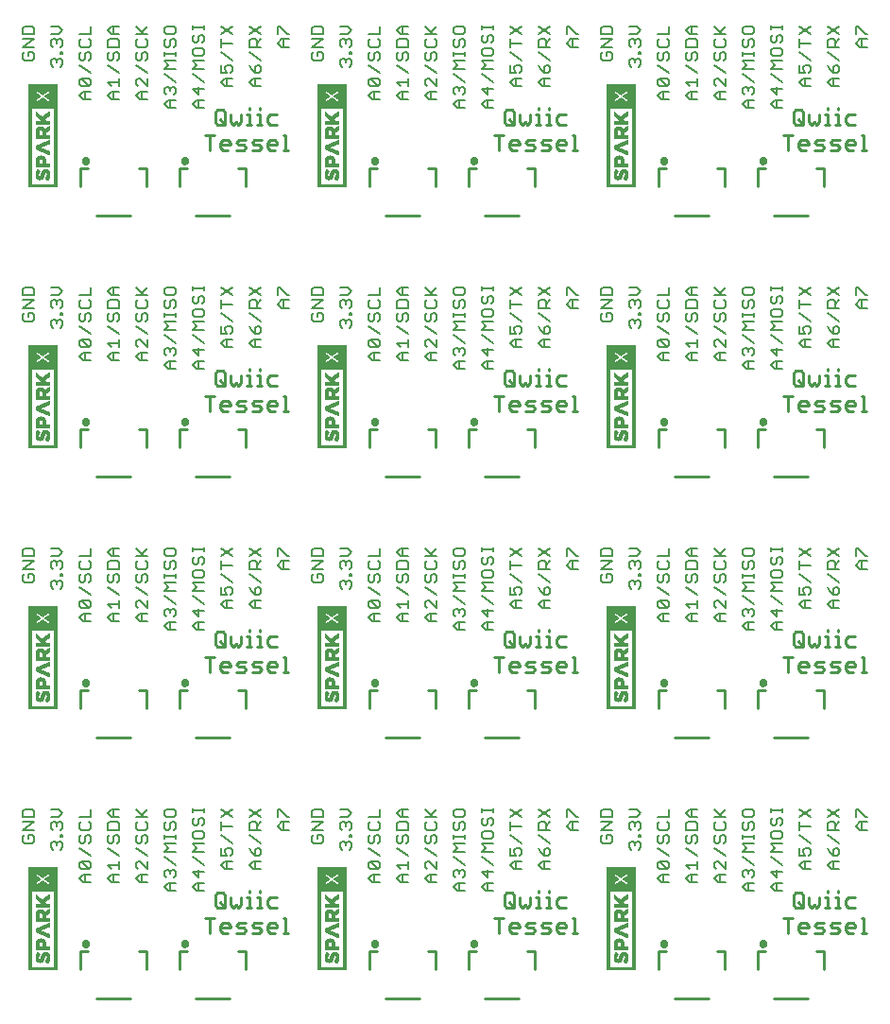
<source format=gto>
G75*
%MOIN*%
%OFA0B0*%
%FSLAX25Y25*%
%IPPOS*%
%LPD*%
%AMOC8*
5,1,8,0,0,1.08239X$1,22.5*
%
%ADD10C,0.00900*%
%ADD11C,0.00800*%
%ADD12C,0.01000*%
%ADD13C,0.01575*%
%ADD14C,0.00039*%
D10*
X0150797Y0063388D02*
X0154200Y0063388D01*
X0152498Y0063388D02*
X0152498Y0058283D01*
X0156321Y0059134D02*
X0156321Y0060836D01*
X0157172Y0061686D01*
X0158874Y0061686D01*
X0159724Y0060836D01*
X0159724Y0059985D01*
X0156321Y0059985D01*
X0156321Y0059134D02*
X0157172Y0058283D01*
X0158874Y0058283D01*
X0161846Y0058283D02*
X0164398Y0058283D01*
X0165249Y0059134D01*
X0164398Y0059985D01*
X0162697Y0059985D01*
X0161846Y0060836D01*
X0162697Y0061686D01*
X0165249Y0061686D01*
X0167371Y0060836D02*
X0168222Y0061686D01*
X0170774Y0061686D01*
X0169923Y0059985D02*
X0168222Y0059985D01*
X0167371Y0060836D01*
X0167371Y0058283D02*
X0169923Y0058283D01*
X0170774Y0059134D01*
X0169923Y0059985D01*
X0172895Y0059985D02*
X0176298Y0059985D01*
X0176298Y0060836D01*
X0175448Y0061686D01*
X0173746Y0061686D01*
X0172895Y0060836D01*
X0172895Y0059134D01*
X0173746Y0058283D01*
X0175448Y0058283D01*
X0178420Y0058283D02*
X0180122Y0058283D01*
X0179271Y0058283D02*
X0179271Y0063388D01*
X0178420Y0063388D01*
X0176298Y0067283D02*
X0173746Y0067283D01*
X0172895Y0068134D01*
X0172895Y0069836D01*
X0173746Y0070686D01*
X0176298Y0070686D01*
X0170914Y0067283D02*
X0169212Y0067283D01*
X0170063Y0067283D02*
X0170063Y0070686D01*
X0169212Y0070686D01*
X0170063Y0072388D02*
X0170063Y0073238D01*
X0166380Y0073238D02*
X0166380Y0072388D01*
X0166380Y0070686D02*
X0165529Y0070686D01*
X0166380Y0070686D02*
X0166380Y0067283D01*
X0165529Y0067283D02*
X0167231Y0067283D01*
X0163407Y0068134D02*
X0163407Y0070686D01*
X0163407Y0068134D02*
X0162557Y0067283D01*
X0161706Y0068134D01*
X0160855Y0067283D01*
X0160004Y0068134D01*
X0160004Y0070686D01*
X0157883Y0071537D02*
X0157883Y0068134D01*
X0157032Y0067283D01*
X0155330Y0067283D01*
X0154480Y0068134D01*
X0154480Y0071537D01*
X0155330Y0072388D01*
X0157032Y0072388D01*
X0157883Y0071537D01*
X0156181Y0068985D02*
X0157883Y0067283D01*
X0157172Y0150283D02*
X0156321Y0151134D01*
X0156321Y0152836D01*
X0157172Y0153686D01*
X0158874Y0153686D01*
X0159724Y0152836D01*
X0159724Y0151985D01*
X0156321Y0151985D01*
X0157172Y0150283D02*
X0158874Y0150283D01*
X0161846Y0150283D02*
X0164398Y0150283D01*
X0165249Y0151134D01*
X0164398Y0151985D01*
X0162697Y0151985D01*
X0161846Y0152836D01*
X0162697Y0153686D01*
X0165249Y0153686D01*
X0167371Y0152836D02*
X0168222Y0153686D01*
X0170774Y0153686D01*
X0169923Y0151985D02*
X0168222Y0151985D01*
X0167371Y0152836D01*
X0167371Y0150283D02*
X0169923Y0150283D01*
X0170774Y0151134D01*
X0169923Y0151985D01*
X0172895Y0151985D02*
X0176298Y0151985D01*
X0176298Y0152836D01*
X0175448Y0153686D01*
X0173746Y0153686D01*
X0172895Y0152836D01*
X0172895Y0151134D01*
X0173746Y0150283D01*
X0175448Y0150283D01*
X0178420Y0150283D02*
X0180122Y0150283D01*
X0179271Y0150283D02*
X0179271Y0155388D01*
X0178420Y0155388D01*
X0176298Y0159283D02*
X0173746Y0159283D01*
X0172895Y0160134D01*
X0172895Y0161836D01*
X0173746Y0162686D01*
X0176298Y0162686D01*
X0170914Y0159283D02*
X0169212Y0159283D01*
X0170063Y0159283D02*
X0170063Y0162686D01*
X0169212Y0162686D01*
X0170063Y0164388D02*
X0170063Y0165238D01*
X0166380Y0165238D02*
X0166380Y0164388D01*
X0166380Y0162686D02*
X0165529Y0162686D01*
X0166380Y0162686D02*
X0166380Y0159283D01*
X0165529Y0159283D02*
X0167231Y0159283D01*
X0163407Y0160134D02*
X0163407Y0162686D01*
X0163407Y0160134D02*
X0162557Y0159283D01*
X0161706Y0160134D01*
X0160855Y0159283D01*
X0160004Y0160134D01*
X0160004Y0162686D01*
X0157883Y0163537D02*
X0157883Y0160134D01*
X0157032Y0159283D01*
X0155330Y0159283D01*
X0154480Y0160134D01*
X0154480Y0163537D01*
X0155330Y0164388D01*
X0157032Y0164388D01*
X0157883Y0163537D01*
X0156181Y0160985D02*
X0157883Y0159283D01*
X0154200Y0155388D02*
X0150797Y0155388D01*
X0152498Y0155388D02*
X0152498Y0150283D01*
X0152498Y0242283D02*
X0152498Y0247388D01*
X0150797Y0247388D02*
X0154200Y0247388D01*
X0156321Y0244836D02*
X0157172Y0245686D01*
X0158874Y0245686D01*
X0159724Y0244836D01*
X0159724Y0243985D01*
X0156321Y0243985D01*
X0156321Y0243134D02*
X0156321Y0244836D01*
X0156321Y0243134D02*
X0157172Y0242283D01*
X0158874Y0242283D01*
X0161846Y0242283D02*
X0164398Y0242283D01*
X0165249Y0243134D01*
X0164398Y0243985D01*
X0162697Y0243985D01*
X0161846Y0244836D01*
X0162697Y0245686D01*
X0165249Y0245686D01*
X0167371Y0244836D02*
X0168222Y0245686D01*
X0170774Y0245686D01*
X0169923Y0243985D02*
X0168222Y0243985D01*
X0167371Y0244836D01*
X0167371Y0242283D02*
X0169923Y0242283D01*
X0170774Y0243134D01*
X0169923Y0243985D01*
X0172895Y0243985D02*
X0176298Y0243985D01*
X0176298Y0244836D01*
X0175448Y0245686D01*
X0173746Y0245686D01*
X0172895Y0244836D01*
X0172895Y0243134D01*
X0173746Y0242283D01*
X0175448Y0242283D01*
X0178420Y0242283D02*
X0180122Y0242283D01*
X0179271Y0242283D02*
X0179271Y0247388D01*
X0178420Y0247388D01*
X0176298Y0251283D02*
X0173746Y0251283D01*
X0172895Y0252134D01*
X0172895Y0253836D01*
X0173746Y0254686D01*
X0176298Y0254686D01*
X0170914Y0251283D02*
X0169212Y0251283D01*
X0170063Y0251283D02*
X0170063Y0254686D01*
X0169212Y0254686D01*
X0170063Y0256388D02*
X0170063Y0257238D01*
X0166380Y0257238D02*
X0166380Y0256388D01*
X0166380Y0254686D02*
X0166380Y0251283D01*
X0165529Y0251283D02*
X0167231Y0251283D01*
X0166380Y0254686D02*
X0165529Y0254686D01*
X0163407Y0254686D02*
X0163407Y0252134D01*
X0162557Y0251283D01*
X0161706Y0252134D01*
X0160855Y0251283D01*
X0160004Y0252134D01*
X0160004Y0254686D01*
X0157883Y0255537D02*
X0157883Y0252134D01*
X0157032Y0251283D01*
X0155330Y0251283D01*
X0154480Y0252134D01*
X0154480Y0255537D01*
X0155330Y0256388D01*
X0157032Y0256388D01*
X0157883Y0255537D01*
X0156181Y0252985D02*
X0157883Y0251283D01*
X0157172Y0334283D02*
X0156321Y0335134D01*
X0156321Y0336836D01*
X0157172Y0337686D01*
X0158874Y0337686D01*
X0159724Y0336836D01*
X0159724Y0335985D01*
X0156321Y0335985D01*
X0157172Y0334283D02*
X0158874Y0334283D01*
X0161846Y0334283D02*
X0164398Y0334283D01*
X0165249Y0335134D01*
X0164398Y0335985D01*
X0162697Y0335985D01*
X0161846Y0336836D01*
X0162697Y0337686D01*
X0165249Y0337686D01*
X0167371Y0336836D02*
X0168222Y0335985D01*
X0169923Y0335985D01*
X0170774Y0335134D01*
X0169923Y0334283D01*
X0167371Y0334283D01*
X0167371Y0336836D02*
X0168222Y0337686D01*
X0170774Y0337686D01*
X0172895Y0336836D02*
X0172895Y0335134D01*
X0173746Y0334283D01*
X0175448Y0334283D01*
X0176298Y0335985D02*
X0172895Y0335985D01*
X0172895Y0336836D02*
X0173746Y0337686D01*
X0175448Y0337686D01*
X0176298Y0336836D01*
X0176298Y0335985D01*
X0178420Y0334283D02*
X0180122Y0334283D01*
X0179271Y0334283D02*
X0179271Y0339388D01*
X0178420Y0339388D01*
X0176298Y0343283D02*
X0173746Y0343283D01*
X0172895Y0344134D01*
X0172895Y0345836D01*
X0173746Y0346686D01*
X0176298Y0346686D01*
X0170914Y0343283D02*
X0169212Y0343283D01*
X0170063Y0343283D02*
X0170063Y0346686D01*
X0169212Y0346686D01*
X0170063Y0348388D02*
X0170063Y0349238D01*
X0166380Y0349238D02*
X0166380Y0348388D01*
X0166380Y0346686D02*
X0166380Y0343283D01*
X0165529Y0343283D02*
X0167231Y0343283D01*
X0166380Y0346686D02*
X0165529Y0346686D01*
X0163407Y0346686D02*
X0163407Y0344134D01*
X0162557Y0343283D01*
X0161706Y0344134D01*
X0160855Y0343283D01*
X0160004Y0344134D01*
X0160004Y0346686D01*
X0157883Y0347537D02*
X0157883Y0344134D01*
X0157032Y0343283D01*
X0155330Y0343283D01*
X0154480Y0344134D01*
X0154480Y0347537D01*
X0155330Y0348388D01*
X0157032Y0348388D01*
X0157883Y0347537D01*
X0156181Y0344985D02*
X0157883Y0343283D01*
X0154200Y0339388D02*
X0150797Y0339388D01*
X0152498Y0339388D02*
X0152498Y0334283D01*
X0252797Y0339388D02*
X0256200Y0339388D01*
X0254498Y0339388D02*
X0254498Y0334283D01*
X0258321Y0335134D02*
X0258321Y0336836D01*
X0259172Y0337686D01*
X0260874Y0337686D01*
X0261724Y0336836D01*
X0261724Y0335985D01*
X0258321Y0335985D01*
X0258321Y0335134D02*
X0259172Y0334283D01*
X0260874Y0334283D01*
X0263846Y0334283D02*
X0266398Y0334283D01*
X0267249Y0335134D01*
X0266398Y0335985D01*
X0264697Y0335985D01*
X0263846Y0336836D01*
X0264697Y0337686D01*
X0267249Y0337686D01*
X0269371Y0336836D02*
X0270222Y0337686D01*
X0272774Y0337686D01*
X0271923Y0335985D02*
X0270222Y0335985D01*
X0269371Y0336836D01*
X0269371Y0334283D02*
X0271923Y0334283D01*
X0272774Y0335134D01*
X0271923Y0335985D01*
X0274895Y0335985D02*
X0278298Y0335985D01*
X0278298Y0336836D01*
X0277448Y0337686D01*
X0275746Y0337686D01*
X0274895Y0336836D01*
X0274895Y0335134D01*
X0275746Y0334283D01*
X0277448Y0334283D01*
X0280420Y0334283D02*
X0282122Y0334283D01*
X0281271Y0334283D02*
X0281271Y0339388D01*
X0280420Y0339388D01*
X0278298Y0343283D02*
X0275746Y0343283D01*
X0274895Y0344134D01*
X0274895Y0345836D01*
X0275746Y0346686D01*
X0278298Y0346686D01*
X0272063Y0346686D02*
X0272063Y0343283D01*
X0271212Y0343283D02*
X0272914Y0343283D01*
X0272063Y0346686D02*
X0271212Y0346686D01*
X0272063Y0348388D02*
X0272063Y0349238D01*
X0268380Y0349238D02*
X0268380Y0348388D01*
X0268380Y0346686D02*
X0268380Y0343283D01*
X0267529Y0343283D02*
X0269231Y0343283D01*
X0268380Y0346686D02*
X0267529Y0346686D01*
X0265407Y0346686D02*
X0265407Y0344134D01*
X0264557Y0343283D01*
X0263706Y0344134D01*
X0262855Y0343283D01*
X0262004Y0344134D01*
X0262004Y0346686D01*
X0259883Y0347537D02*
X0259883Y0344134D01*
X0259032Y0343283D01*
X0257330Y0343283D01*
X0256480Y0344134D01*
X0256480Y0347537D01*
X0257330Y0348388D01*
X0259032Y0348388D01*
X0259883Y0347537D01*
X0258181Y0344985D02*
X0259883Y0343283D01*
X0268380Y0257238D02*
X0268380Y0256388D01*
X0268380Y0254686D02*
X0268380Y0251283D01*
X0267529Y0251283D02*
X0269231Y0251283D01*
X0271212Y0251283D02*
X0272914Y0251283D01*
X0272063Y0251283D02*
X0272063Y0254686D01*
X0271212Y0254686D01*
X0272063Y0256388D02*
X0272063Y0257238D01*
X0274895Y0253836D02*
X0274895Y0252134D01*
X0275746Y0251283D01*
X0278298Y0251283D01*
X0278298Y0254686D02*
X0275746Y0254686D01*
X0274895Y0253836D01*
X0268380Y0254686D02*
X0267529Y0254686D01*
X0265407Y0254686D02*
X0265407Y0252134D01*
X0264557Y0251283D01*
X0263706Y0252134D01*
X0262855Y0251283D01*
X0262004Y0252134D01*
X0262004Y0254686D01*
X0259883Y0255537D02*
X0259883Y0252134D01*
X0259032Y0251283D01*
X0257330Y0251283D01*
X0256480Y0252134D01*
X0256480Y0255537D01*
X0257330Y0256388D01*
X0259032Y0256388D01*
X0259883Y0255537D01*
X0258181Y0252985D02*
X0259883Y0251283D01*
X0256200Y0247388D02*
X0252797Y0247388D01*
X0254498Y0247388D02*
X0254498Y0242283D01*
X0258321Y0243134D02*
X0258321Y0244836D01*
X0259172Y0245686D01*
X0260874Y0245686D01*
X0261724Y0244836D01*
X0261724Y0243985D01*
X0258321Y0243985D01*
X0258321Y0243134D02*
X0259172Y0242283D01*
X0260874Y0242283D01*
X0263846Y0242283D02*
X0266398Y0242283D01*
X0267249Y0243134D01*
X0266398Y0243985D01*
X0264697Y0243985D01*
X0263846Y0244836D01*
X0264697Y0245686D01*
X0267249Y0245686D01*
X0269371Y0244836D02*
X0270222Y0245686D01*
X0272774Y0245686D01*
X0271923Y0243985D02*
X0270222Y0243985D01*
X0269371Y0244836D01*
X0269371Y0242283D02*
X0271923Y0242283D01*
X0272774Y0243134D01*
X0271923Y0243985D01*
X0274895Y0243985D02*
X0278298Y0243985D01*
X0278298Y0244836D01*
X0277448Y0245686D01*
X0275746Y0245686D01*
X0274895Y0244836D01*
X0274895Y0243134D01*
X0275746Y0242283D01*
X0277448Y0242283D01*
X0280420Y0242283D02*
X0282122Y0242283D01*
X0281271Y0242283D02*
X0281271Y0247388D01*
X0280420Y0247388D01*
X0354797Y0247388D02*
X0358200Y0247388D01*
X0356498Y0247388D02*
X0356498Y0242283D01*
X0360321Y0243134D02*
X0360321Y0244836D01*
X0361172Y0245686D01*
X0362874Y0245686D01*
X0363724Y0244836D01*
X0363724Y0243985D01*
X0360321Y0243985D01*
X0360321Y0243134D02*
X0361172Y0242283D01*
X0362874Y0242283D01*
X0365846Y0242283D02*
X0368398Y0242283D01*
X0369249Y0243134D01*
X0368398Y0243985D01*
X0366697Y0243985D01*
X0365846Y0244836D01*
X0366697Y0245686D01*
X0369249Y0245686D01*
X0371371Y0244836D02*
X0372222Y0245686D01*
X0374774Y0245686D01*
X0373923Y0243985D02*
X0372222Y0243985D01*
X0371371Y0244836D01*
X0371371Y0242283D02*
X0373923Y0242283D01*
X0374774Y0243134D01*
X0373923Y0243985D01*
X0376895Y0243985D02*
X0380298Y0243985D01*
X0380298Y0244836D01*
X0379448Y0245686D01*
X0377746Y0245686D01*
X0376895Y0244836D01*
X0376895Y0243134D01*
X0377746Y0242283D01*
X0379448Y0242283D01*
X0382420Y0242283D02*
X0384122Y0242283D01*
X0383271Y0242283D02*
X0383271Y0247388D01*
X0382420Y0247388D01*
X0380298Y0251283D02*
X0377746Y0251283D01*
X0376895Y0252134D01*
X0376895Y0253836D01*
X0377746Y0254686D01*
X0380298Y0254686D01*
X0374914Y0251283D02*
X0373212Y0251283D01*
X0374063Y0251283D02*
X0374063Y0254686D01*
X0373212Y0254686D01*
X0374063Y0256388D02*
X0374063Y0257238D01*
X0370380Y0257238D02*
X0370380Y0256388D01*
X0370380Y0254686D02*
X0370380Y0251283D01*
X0369529Y0251283D02*
X0371231Y0251283D01*
X0370380Y0254686D02*
X0369529Y0254686D01*
X0367407Y0254686D02*
X0367407Y0252134D01*
X0366557Y0251283D01*
X0365706Y0252134D01*
X0364855Y0251283D01*
X0364004Y0252134D01*
X0364004Y0254686D01*
X0361883Y0255537D02*
X0361883Y0252134D01*
X0361032Y0251283D01*
X0359330Y0251283D01*
X0358480Y0252134D01*
X0358480Y0255537D01*
X0359330Y0256388D01*
X0361032Y0256388D01*
X0361883Y0255537D01*
X0360181Y0252985D02*
X0361883Y0251283D01*
X0361172Y0334283D02*
X0360321Y0335134D01*
X0360321Y0336836D01*
X0361172Y0337686D01*
X0362874Y0337686D01*
X0363724Y0336836D01*
X0363724Y0335985D01*
X0360321Y0335985D01*
X0361172Y0334283D02*
X0362874Y0334283D01*
X0365846Y0334283D02*
X0368398Y0334283D01*
X0369249Y0335134D01*
X0368398Y0335985D01*
X0366697Y0335985D01*
X0365846Y0336836D01*
X0366697Y0337686D01*
X0369249Y0337686D01*
X0371371Y0336836D02*
X0372222Y0335985D01*
X0373923Y0335985D01*
X0374774Y0335134D01*
X0373923Y0334283D01*
X0371371Y0334283D01*
X0371371Y0336836D02*
X0372222Y0337686D01*
X0374774Y0337686D01*
X0376895Y0336836D02*
X0376895Y0335134D01*
X0377746Y0334283D01*
X0379448Y0334283D01*
X0380298Y0335985D02*
X0376895Y0335985D01*
X0376895Y0336836D02*
X0377746Y0337686D01*
X0379448Y0337686D01*
X0380298Y0336836D01*
X0380298Y0335985D01*
X0382420Y0334283D02*
X0384122Y0334283D01*
X0383271Y0334283D02*
X0383271Y0339388D01*
X0382420Y0339388D01*
X0380298Y0343283D02*
X0377746Y0343283D01*
X0376895Y0344134D01*
X0376895Y0345836D01*
X0377746Y0346686D01*
X0380298Y0346686D01*
X0374914Y0343283D02*
X0373212Y0343283D01*
X0374063Y0343283D02*
X0374063Y0346686D01*
X0373212Y0346686D01*
X0374063Y0348388D02*
X0374063Y0349238D01*
X0370380Y0349238D02*
X0370380Y0348388D01*
X0370380Y0346686D02*
X0370380Y0343283D01*
X0369529Y0343283D02*
X0371231Y0343283D01*
X0370380Y0346686D02*
X0369529Y0346686D01*
X0367407Y0346686D02*
X0367407Y0344134D01*
X0366557Y0343283D01*
X0365706Y0344134D01*
X0364855Y0343283D01*
X0364004Y0344134D01*
X0364004Y0346686D01*
X0361883Y0347537D02*
X0361883Y0344134D01*
X0361032Y0343283D01*
X0359330Y0343283D01*
X0358480Y0344134D01*
X0358480Y0347537D01*
X0359330Y0348388D01*
X0361032Y0348388D01*
X0361883Y0347537D01*
X0360181Y0344985D02*
X0361883Y0343283D01*
X0358200Y0339388D02*
X0354797Y0339388D01*
X0356498Y0339388D02*
X0356498Y0334283D01*
X0370380Y0165238D02*
X0370380Y0164388D01*
X0370380Y0162686D02*
X0369529Y0162686D01*
X0370380Y0162686D02*
X0370380Y0159283D01*
X0369529Y0159283D02*
X0371231Y0159283D01*
X0373212Y0159283D02*
X0374914Y0159283D01*
X0374063Y0159283D02*
X0374063Y0162686D01*
X0373212Y0162686D01*
X0374063Y0164388D02*
X0374063Y0165238D01*
X0376895Y0161836D02*
X0376895Y0160134D01*
X0377746Y0159283D01*
X0380298Y0159283D01*
X0380298Y0162686D02*
X0377746Y0162686D01*
X0376895Y0161836D01*
X0382420Y0155388D02*
X0383271Y0155388D01*
X0383271Y0150283D01*
X0382420Y0150283D02*
X0384122Y0150283D01*
X0380298Y0151985D02*
X0376895Y0151985D01*
X0376895Y0152836D02*
X0377746Y0153686D01*
X0379448Y0153686D01*
X0380298Y0152836D01*
X0380298Y0151985D01*
X0379448Y0150283D02*
X0377746Y0150283D01*
X0376895Y0151134D01*
X0376895Y0152836D01*
X0374774Y0153686D02*
X0372222Y0153686D01*
X0371371Y0152836D01*
X0372222Y0151985D01*
X0373923Y0151985D01*
X0374774Y0151134D01*
X0373923Y0150283D01*
X0371371Y0150283D01*
X0369249Y0151134D02*
X0368398Y0151985D01*
X0366697Y0151985D01*
X0365846Y0152836D01*
X0366697Y0153686D01*
X0369249Y0153686D01*
X0369249Y0151134D02*
X0368398Y0150283D01*
X0365846Y0150283D01*
X0363724Y0151985D02*
X0360321Y0151985D01*
X0360321Y0152836D02*
X0361172Y0153686D01*
X0362874Y0153686D01*
X0363724Y0152836D01*
X0363724Y0151985D01*
X0362874Y0150283D02*
X0361172Y0150283D01*
X0360321Y0151134D01*
X0360321Y0152836D01*
X0358200Y0155388D02*
X0354797Y0155388D01*
X0356498Y0155388D02*
X0356498Y0150283D01*
X0359330Y0159283D02*
X0358480Y0160134D01*
X0358480Y0163537D01*
X0359330Y0164388D01*
X0361032Y0164388D01*
X0361883Y0163537D01*
X0361883Y0160134D01*
X0361032Y0159283D01*
X0359330Y0159283D01*
X0360181Y0160985D02*
X0361883Y0159283D01*
X0364004Y0160134D02*
X0364855Y0159283D01*
X0365706Y0160134D01*
X0366557Y0159283D01*
X0367407Y0160134D01*
X0367407Y0162686D01*
X0364004Y0162686D02*
X0364004Y0160134D01*
X0282122Y0150283D02*
X0280420Y0150283D01*
X0281271Y0150283D02*
X0281271Y0155388D01*
X0280420Y0155388D01*
X0278298Y0152836D02*
X0278298Y0151985D01*
X0274895Y0151985D01*
X0274895Y0152836D02*
X0275746Y0153686D01*
X0277448Y0153686D01*
X0278298Y0152836D01*
X0277448Y0150283D02*
X0275746Y0150283D01*
X0274895Y0151134D01*
X0274895Y0152836D01*
X0272774Y0153686D02*
X0270222Y0153686D01*
X0269371Y0152836D01*
X0270222Y0151985D01*
X0271923Y0151985D01*
X0272774Y0151134D01*
X0271923Y0150283D01*
X0269371Y0150283D01*
X0267249Y0151134D02*
X0266398Y0150283D01*
X0263846Y0150283D01*
X0264697Y0151985D02*
X0263846Y0152836D01*
X0264697Y0153686D01*
X0267249Y0153686D01*
X0266398Y0151985D02*
X0264697Y0151985D01*
X0266398Y0151985D02*
X0267249Y0151134D01*
X0261724Y0151985D02*
X0258321Y0151985D01*
X0258321Y0152836D02*
X0259172Y0153686D01*
X0260874Y0153686D01*
X0261724Y0152836D01*
X0261724Y0151985D01*
X0260874Y0150283D02*
X0259172Y0150283D01*
X0258321Y0151134D01*
X0258321Y0152836D01*
X0256200Y0155388D02*
X0252797Y0155388D01*
X0254498Y0155388D02*
X0254498Y0150283D01*
X0257330Y0159283D02*
X0256480Y0160134D01*
X0256480Y0163537D01*
X0257330Y0164388D01*
X0259032Y0164388D01*
X0259883Y0163537D01*
X0259883Y0160134D01*
X0259032Y0159283D01*
X0257330Y0159283D01*
X0258181Y0160985D02*
X0259883Y0159283D01*
X0262004Y0160134D02*
X0262855Y0159283D01*
X0263706Y0160134D01*
X0264557Y0159283D01*
X0265407Y0160134D01*
X0265407Y0162686D01*
X0267529Y0162686D02*
X0268380Y0162686D01*
X0268380Y0159283D01*
X0267529Y0159283D02*
X0269231Y0159283D01*
X0271212Y0159283D02*
X0272914Y0159283D01*
X0272063Y0159283D02*
X0272063Y0162686D01*
X0271212Y0162686D01*
X0272063Y0164388D02*
X0272063Y0165238D01*
X0268380Y0165238D02*
X0268380Y0164388D01*
X0262004Y0162686D02*
X0262004Y0160134D01*
X0274895Y0160134D02*
X0275746Y0159283D01*
X0278298Y0159283D01*
X0278298Y0162686D02*
X0275746Y0162686D01*
X0274895Y0161836D01*
X0274895Y0160134D01*
X0272063Y0073238D02*
X0272063Y0072388D01*
X0272063Y0070686D02*
X0272063Y0067283D01*
X0271212Y0067283D02*
X0272914Y0067283D01*
X0274895Y0068134D02*
X0275746Y0067283D01*
X0278298Y0067283D01*
X0278298Y0070686D02*
X0275746Y0070686D01*
X0274895Y0069836D01*
X0274895Y0068134D01*
X0272063Y0070686D02*
X0271212Y0070686D01*
X0268380Y0070686D02*
X0268380Y0067283D01*
X0267529Y0067283D02*
X0269231Y0067283D01*
X0268380Y0070686D02*
X0267529Y0070686D01*
X0268380Y0072388D02*
X0268380Y0073238D01*
X0265407Y0070686D02*
X0265407Y0068134D01*
X0264557Y0067283D01*
X0263706Y0068134D01*
X0262855Y0067283D01*
X0262004Y0068134D01*
X0262004Y0070686D01*
X0259883Y0071537D02*
X0259883Y0068134D01*
X0259032Y0067283D01*
X0257330Y0067283D01*
X0256480Y0068134D01*
X0256480Y0071537D01*
X0257330Y0072388D01*
X0259032Y0072388D01*
X0259883Y0071537D01*
X0258181Y0068985D02*
X0259883Y0067283D01*
X0256200Y0063388D02*
X0252797Y0063388D01*
X0254498Y0063388D02*
X0254498Y0058283D01*
X0258321Y0059134D02*
X0258321Y0060836D01*
X0259172Y0061686D01*
X0260874Y0061686D01*
X0261724Y0060836D01*
X0261724Y0059985D01*
X0258321Y0059985D01*
X0258321Y0059134D02*
X0259172Y0058283D01*
X0260874Y0058283D01*
X0263846Y0058283D02*
X0266398Y0058283D01*
X0267249Y0059134D01*
X0266398Y0059985D01*
X0264697Y0059985D01*
X0263846Y0060836D01*
X0264697Y0061686D01*
X0267249Y0061686D01*
X0269371Y0060836D02*
X0270222Y0061686D01*
X0272774Y0061686D01*
X0271923Y0059985D02*
X0270222Y0059985D01*
X0269371Y0060836D01*
X0269371Y0058283D02*
X0271923Y0058283D01*
X0272774Y0059134D01*
X0271923Y0059985D01*
X0274895Y0059985D02*
X0278298Y0059985D01*
X0278298Y0060836D01*
X0277448Y0061686D01*
X0275746Y0061686D01*
X0274895Y0060836D01*
X0274895Y0059134D01*
X0275746Y0058283D01*
X0277448Y0058283D01*
X0280420Y0058283D02*
X0282122Y0058283D01*
X0281271Y0058283D02*
X0281271Y0063388D01*
X0280420Y0063388D01*
X0354797Y0063388D02*
X0358200Y0063388D01*
X0356498Y0063388D02*
X0356498Y0058283D01*
X0360321Y0059134D02*
X0360321Y0060836D01*
X0361172Y0061686D01*
X0362874Y0061686D01*
X0363724Y0060836D01*
X0363724Y0059985D01*
X0360321Y0059985D01*
X0360321Y0059134D02*
X0361172Y0058283D01*
X0362874Y0058283D01*
X0365846Y0058283D02*
X0368398Y0058283D01*
X0369249Y0059134D01*
X0368398Y0059985D01*
X0366697Y0059985D01*
X0365846Y0060836D01*
X0366697Y0061686D01*
X0369249Y0061686D01*
X0371371Y0060836D02*
X0372222Y0061686D01*
X0374774Y0061686D01*
X0373923Y0059985D02*
X0372222Y0059985D01*
X0371371Y0060836D01*
X0371371Y0058283D02*
X0373923Y0058283D01*
X0374774Y0059134D01*
X0373923Y0059985D01*
X0376895Y0059985D02*
X0380298Y0059985D01*
X0380298Y0060836D01*
X0379448Y0061686D01*
X0377746Y0061686D01*
X0376895Y0060836D01*
X0376895Y0059134D01*
X0377746Y0058283D01*
X0379448Y0058283D01*
X0382420Y0058283D02*
X0384122Y0058283D01*
X0383271Y0058283D02*
X0383271Y0063388D01*
X0382420Y0063388D01*
X0380298Y0067283D02*
X0377746Y0067283D01*
X0376895Y0068134D01*
X0376895Y0069836D01*
X0377746Y0070686D01*
X0380298Y0070686D01*
X0374914Y0067283D02*
X0373212Y0067283D01*
X0374063Y0067283D02*
X0374063Y0070686D01*
X0373212Y0070686D01*
X0374063Y0072388D02*
X0374063Y0073238D01*
X0370380Y0073238D02*
X0370380Y0072388D01*
X0370380Y0070686D02*
X0369529Y0070686D01*
X0370380Y0070686D02*
X0370380Y0067283D01*
X0369529Y0067283D02*
X0371231Y0067283D01*
X0367407Y0068134D02*
X0367407Y0070686D01*
X0367407Y0068134D02*
X0366557Y0067283D01*
X0365706Y0068134D01*
X0364855Y0067283D01*
X0364004Y0068134D01*
X0364004Y0070686D01*
X0361883Y0071537D02*
X0361883Y0068134D01*
X0361032Y0067283D01*
X0359330Y0067283D01*
X0358480Y0068134D01*
X0358480Y0071537D01*
X0359330Y0072388D01*
X0361032Y0072388D01*
X0361883Y0071537D01*
X0360181Y0068985D02*
X0361883Y0067283D01*
D11*
X0354600Y0073040D02*
X0351798Y0073040D01*
X0350396Y0074442D01*
X0351798Y0075843D01*
X0354600Y0075843D01*
X0352498Y0075843D02*
X0352498Y0073040D01*
X0352498Y0077644D02*
X0352498Y0080447D01*
X0354600Y0079746D02*
X0350396Y0079746D01*
X0352498Y0077644D01*
X0354600Y0082248D02*
X0350396Y0085051D01*
X0350396Y0086852D02*
X0351798Y0088253D01*
X0350396Y0089655D01*
X0354600Y0089655D01*
X0353899Y0091456D02*
X0354600Y0092157D01*
X0354600Y0093558D01*
X0353899Y0094259D01*
X0351097Y0094259D01*
X0350396Y0093558D01*
X0350396Y0092157D01*
X0351097Y0091456D01*
X0353899Y0091456D01*
X0353899Y0096060D02*
X0354600Y0096761D01*
X0354600Y0098162D01*
X0353899Y0098862D01*
X0353199Y0098862D01*
X0352498Y0098162D01*
X0352498Y0096761D01*
X0351798Y0096060D01*
X0351097Y0096060D01*
X0350396Y0096761D01*
X0350396Y0098162D01*
X0351097Y0098862D01*
X0350396Y0100664D02*
X0350396Y0102065D01*
X0350396Y0101365D02*
X0354600Y0101365D01*
X0354600Y0102065D02*
X0354600Y0100664D01*
X0360396Y0101932D02*
X0364600Y0099129D01*
X0364600Y0101932D02*
X0360396Y0099129D01*
X0360396Y0097328D02*
X0360396Y0094525D01*
X0360396Y0095927D02*
X0364600Y0095927D01*
X0360396Y0092724D02*
X0364600Y0089922D01*
X0363899Y0088120D02*
X0364600Y0087419D01*
X0364600Y0086018D01*
X0363899Y0085318D01*
X0362498Y0085318D02*
X0361798Y0086719D01*
X0361798Y0087419D01*
X0362498Y0088120D01*
X0363899Y0088120D01*
X0362498Y0085318D02*
X0360396Y0085318D01*
X0360396Y0088120D01*
X0361798Y0083516D02*
X0360396Y0082115D01*
X0361798Y0080714D01*
X0364600Y0080714D01*
X0362498Y0080714D02*
X0362498Y0083516D01*
X0361798Y0083516D02*
X0364600Y0083516D01*
X0370396Y0082115D02*
X0371798Y0083516D01*
X0374600Y0083516D01*
X0373899Y0085318D02*
X0374600Y0086018D01*
X0374600Y0087419D01*
X0373899Y0088120D01*
X0373199Y0088120D01*
X0372498Y0087419D01*
X0372498Y0085318D01*
X0373899Y0085318D01*
X0372498Y0085318D02*
X0371097Y0086719D01*
X0370396Y0088120D01*
X0374600Y0089922D02*
X0370396Y0092724D01*
X0370396Y0094525D02*
X0370396Y0096627D01*
X0371097Y0097328D01*
X0372498Y0097328D01*
X0373199Y0096627D01*
X0373199Y0094525D01*
X0374600Y0094525D02*
X0370396Y0094525D01*
X0373199Y0095927D02*
X0374600Y0097328D01*
X0374600Y0099129D02*
X0370396Y0101932D01*
X0370396Y0099129D02*
X0374600Y0101932D01*
X0380396Y0101932D02*
X0380396Y0099129D01*
X0381798Y0097328D02*
X0384600Y0097328D01*
X0384600Y0099129D02*
X0383899Y0099129D01*
X0381097Y0101932D01*
X0380396Y0101932D01*
X0381798Y0097328D02*
X0380396Y0095927D01*
X0381798Y0094525D01*
X0384600Y0094525D01*
X0382498Y0094525D02*
X0382498Y0097328D01*
X0372498Y0083516D02*
X0372498Y0080714D01*
X0371798Y0080714D02*
X0370396Y0082115D01*
X0371798Y0080714D02*
X0374600Y0080714D01*
X0354600Y0086852D02*
X0350396Y0086852D01*
X0344600Y0086852D02*
X0340396Y0086852D01*
X0341798Y0088253D01*
X0340396Y0089655D01*
X0344600Y0089655D01*
X0344600Y0091456D02*
X0344600Y0092857D01*
X0344600Y0092157D02*
X0340396Y0092157D01*
X0340396Y0092857D02*
X0340396Y0091456D01*
X0341097Y0094525D02*
X0341798Y0094525D01*
X0342498Y0095226D01*
X0342498Y0096627D01*
X0343199Y0097328D01*
X0343899Y0097328D01*
X0344600Y0096627D01*
X0344600Y0095226D01*
X0343899Y0094525D01*
X0341097Y0094525D02*
X0340396Y0095226D01*
X0340396Y0096627D01*
X0341097Y0097328D01*
X0341097Y0099129D02*
X0343899Y0099129D01*
X0344600Y0099830D01*
X0344600Y0101231D01*
X0343899Y0101932D01*
X0341097Y0101932D01*
X0340396Y0101231D01*
X0340396Y0099830D01*
X0341097Y0099129D01*
X0334600Y0099129D02*
X0330396Y0099129D01*
X0331097Y0097328D02*
X0330396Y0096627D01*
X0330396Y0095226D01*
X0331097Y0094525D01*
X0333899Y0094525D01*
X0334600Y0095226D01*
X0334600Y0096627D01*
X0333899Y0097328D01*
X0333199Y0099129D02*
X0330396Y0101932D01*
X0332498Y0099830D02*
X0334600Y0101932D01*
X0324600Y0101932D02*
X0321798Y0101932D01*
X0320396Y0100531D01*
X0321798Y0099129D01*
X0324600Y0099129D01*
X0323899Y0097328D02*
X0321097Y0097328D01*
X0320396Y0096627D01*
X0320396Y0094525D01*
X0324600Y0094525D01*
X0324600Y0096627D01*
X0323899Y0097328D01*
X0322498Y0099129D02*
X0322498Y0101932D01*
X0314600Y0101932D02*
X0314600Y0099129D01*
X0310396Y0099129D01*
X0311097Y0097328D02*
X0310396Y0096627D01*
X0310396Y0095226D01*
X0311097Y0094525D01*
X0313899Y0094525D01*
X0314600Y0095226D01*
X0314600Y0096627D01*
X0313899Y0097328D01*
X0313899Y0092724D02*
X0314600Y0092023D01*
X0314600Y0090622D01*
X0313899Y0089921D01*
X0312498Y0090622D02*
X0312498Y0092023D01*
X0313199Y0092724D01*
X0313899Y0092724D01*
X0312498Y0090622D02*
X0311798Y0089921D01*
X0311097Y0089921D01*
X0310396Y0090622D01*
X0310396Y0092023D01*
X0311097Y0092724D01*
X0310396Y0088120D02*
X0314600Y0085318D01*
X0313899Y0083516D02*
X0311097Y0083516D01*
X0313899Y0080714D01*
X0314600Y0081414D01*
X0314600Y0082815D01*
X0313899Y0083516D01*
X0311097Y0083516D02*
X0310396Y0082815D01*
X0310396Y0081414D01*
X0311097Y0080714D01*
X0313899Y0080714D01*
X0314600Y0078912D02*
X0311798Y0078912D01*
X0310396Y0077511D01*
X0311798Y0076110D01*
X0314600Y0076110D01*
X0312498Y0076110D02*
X0312498Y0078912D01*
X0320396Y0077511D02*
X0321798Y0078912D01*
X0324600Y0078912D01*
X0324600Y0080714D02*
X0324600Y0083516D01*
X0324600Y0082115D02*
X0320396Y0082115D01*
X0321798Y0080714D01*
X0322498Y0078912D02*
X0322498Y0076110D01*
X0321798Y0076110D02*
X0320396Y0077511D01*
X0321798Y0076110D02*
X0324600Y0076110D01*
X0330396Y0077511D02*
X0331798Y0078912D01*
X0334600Y0078912D01*
X0334600Y0080714D02*
X0331798Y0083516D01*
X0331097Y0083516D01*
X0330396Y0082815D01*
X0330396Y0081414D01*
X0331097Y0080714D01*
X0332498Y0078912D02*
X0332498Y0076110D01*
X0331798Y0076110D02*
X0334600Y0076110D01*
X0331798Y0076110D02*
X0330396Y0077511D01*
X0334600Y0080714D02*
X0334600Y0083516D01*
X0334600Y0085318D02*
X0330396Y0088120D01*
X0331097Y0089921D02*
X0331798Y0089921D01*
X0332498Y0090622D01*
X0332498Y0092023D01*
X0333199Y0092724D01*
X0333899Y0092724D01*
X0334600Y0092023D01*
X0334600Y0090622D01*
X0333899Y0089921D01*
X0331097Y0089921D02*
X0330396Y0090622D01*
X0330396Y0092023D01*
X0331097Y0092724D01*
X0324600Y0092023D02*
X0324600Y0090622D01*
X0323899Y0089921D01*
X0322498Y0090622D02*
X0322498Y0092023D01*
X0323199Y0092724D01*
X0323899Y0092724D01*
X0324600Y0092023D01*
X0322498Y0090622D02*
X0321798Y0089921D01*
X0321097Y0089921D01*
X0320396Y0090622D01*
X0320396Y0092023D01*
X0321097Y0092724D01*
X0320396Y0088120D02*
X0324600Y0085318D01*
X0340396Y0085051D02*
X0344600Y0082248D01*
X0343899Y0080447D02*
X0344600Y0079746D01*
X0344600Y0078345D01*
X0343899Y0077644D01*
X0344600Y0075843D02*
X0341798Y0075843D01*
X0340396Y0074442D01*
X0341798Y0073040D01*
X0344600Y0073040D01*
X0342498Y0073040D02*
X0342498Y0075843D01*
X0341097Y0077644D02*
X0340396Y0078345D01*
X0340396Y0079746D01*
X0341097Y0080447D01*
X0341798Y0080447D01*
X0342498Y0079746D01*
X0343199Y0080447D01*
X0343899Y0080447D01*
X0342498Y0079746D02*
X0342498Y0079046D01*
X0304600Y0088320D02*
X0303899Y0087620D01*
X0304600Y0088320D02*
X0304600Y0089721D01*
X0303899Y0090422D01*
X0303199Y0090422D01*
X0302498Y0089721D01*
X0302498Y0089021D01*
X0302498Y0089721D02*
X0301798Y0090422D01*
X0301097Y0090422D01*
X0300396Y0089721D01*
X0300396Y0088320D01*
X0301097Y0087620D01*
X0303899Y0092223D02*
X0303899Y0092924D01*
X0304600Y0092924D01*
X0304600Y0092223D01*
X0303899Y0092223D01*
X0303899Y0094525D02*
X0304600Y0095226D01*
X0304600Y0096627D01*
X0303899Y0097328D01*
X0303199Y0097328D01*
X0302498Y0096627D01*
X0302498Y0095927D01*
X0302498Y0096627D02*
X0301798Y0097328D01*
X0301097Y0097328D01*
X0300396Y0096627D01*
X0300396Y0095226D01*
X0301097Y0094525D01*
X0300396Y0099129D02*
X0303199Y0099129D01*
X0304600Y0100531D01*
X0303199Y0101932D01*
X0300396Y0101932D01*
X0294600Y0101231D02*
X0293899Y0101932D01*
X0291097Y0101932D01*
X0290396Y0101231D01*
X0290396Y0099129D01*
X0294600Y0099129D01*
X0294600Y0101231D01*
X0294600Y0097328D02*
X0290396Y0097328D01*
X0290396Y0094525D02*
X0294600Y0097328D01*
X0294600Y0094525D02*
X0290396Y0094525D01*
X0291097Y0092724D02*
X0290396Y0092023D01*
X0290396Y0090622D01*
X0291097Y0089922D01*
X0293899Y0089922D01*
X0294600Y0090622D01*
X0294600Y0092023D01*
X0293899Y0092724D01*
X0292498Y0092724D01*
X0292498Y0091323D01*
X0282600Y0094525D02*
X0279798Y0094525D01*
X0278396Y0095927D01*
X0279798Y0097328D01*
X0282600Y0097328D01*
X0282600Y0099129D02*
X0281899Y0099129D01*
X0279097Y0101932D01*
X0278396Y0101932D01*
X0278396Y0099129D01*
X0280498Y0097328D02*
X0280498Y0094525D01*
X0272600Y0094525D02*
X0268396Y0094525D01*
X0268396Y0096627D01*
X0269097Y0097328D01*
X0270498Y0097328D01*
X0271199Y0096627D01*
X0271199Y0094525D01*
X0271199Y0095927D02*
X0272600Y0097328D01*
X0272600Y0099129D02*
X0268396Y0101932D01*
X0268396Y0099129D02*
X0272600Y0101932D01*
X0262600Y0101932D02*
X0258396Y0099129D01*
X0258396Y0097328D02*
X0258396Y0094525D01*
X0258396Y0095927D02*
X0262600Y0095927D01*
X0262600Y0099129D02*
X0258396Y0101932D01*
X0252600Y0102065D02*
X0252600Y0100664D01*
X0252600Y0101365D02*
X0248396Y0101365D01*
X0248396Y0102065D02*
X0248396Y0100664D01*
X0249097Y0098862D02*
X0248396Y0098162D01*
X0248396Y0096761D01*
X0249097Y0096060D01*
X0249798Y0096060D01*
X0250498Y0096761D01*
X0250498Y0098162D01*
X0251199Y0098862D01*
X0251899Y0098862D01*
X0252600Y0098162D01*
X0252600Y0096761D01*
X0251899Y0096060D01*
X0251899Y0094259D02*
X0249097Y0094259D01*
X0248396Y0093558D01*
X0248396Y0092157D01*
X0249097Y0091456D01*
X0251899Y0091456D01*
X0252600Y0092157D01*
X0252600Y0093558D01*
X0251899Y0094259D01*
X0252600Y0089655D02*
X0248396Y0089655D01*
X0249798Y0088253D01*
X0248396Y0086852D01*
X0252600Y0086852D01*
X0248396Y0085051D02*
X0252600Y0082248D01*
X0252600Y0079746D02*
X0248396Y0079746D01*
X0250498Y0077644D01*
X0250498Y0080447D01*
X0250498Y0075843D02*
X0250498Y0073040D01*
X0249798Y0073040D02*
X0248396Y0074442D01*
X0249798Y0075843D01*
X0252600Y0075843D01*
X0252600Y0073040D02*
X0249798Y0073040D01*
X0242600Y0073040D02*
X0239798Y0073040D01*
X0238396Y0074442D01*
X0239798Y0075843D01*
X0242600Y0075843D01*
X0241899Y0077644D02*
X0242600Y0078345D01*
X0242600Y0079746D01*
X0241899Y0080447D01*
X0241199Y0080447D01*
X0240498Y0079746D01*
X0240498Y0079046D01*
X0240498Y0079746D02*
X0239798Y0080447D01*
X0239097Y0080447D01*
X0238396Y0079746D01*
X0238396Y0078345D01*
X0239097Y0077644D01*
X0240498Y0075843D02*
X0240498Y0073040D01*
X0232600Y0076110D02*
X0229798Y0076110D01*
X0228396Y0077511D01*
X0229798Y0078912D01*
X0232600Y0078912D01*
X0232600Y0080714D02*
X0229798Y0083516D01*
X0229097Y0083516D01*
X0228396Y0082815D01*
X0228396Y0081414D01*
X0229097Y0080714D01*
X0230498Y0078912D02*
X0230498Y0076110D01*
X0232600Y0080714D02*
X0232600Y0083516D01*
X0232600Y0085318D02*
X0228396Y0088120D01*
X0229097Y0089921D02*
X0229798Y0089921D01*
X0230498Y0090622D01*
X0230498Y0092023D01*
X0231199Y0092724D01*
X0231899Y0092724D01*
X0232600Y0092023D01*
X0232600Y0090622D01*
X0231899Y0089921D01*
X0229097Y0089921D02*
X0228396Y0090622D01*
X0228396Y0092023D01*
X0229097Y0092724D01*
X0229097Y0094525D02*
X0231899Y0094525D01*
X0232600Y0095226D01*
X0232600Y0096627D01*
X0231899Y0097328D01*
X0231199Y0099129D02*
X0228396Y0101932D01*
X0228396Y0099129D02*
X0232600Y0099129D01*
X0230498Y0099830D02*
X0232600Y0101932D01*
X0238396Y0101231D02*
X0239097Y0101932D01*
X0241899Y0101932D01*
X0242600Y0101231D01*
X0242600Y0099830D01*
X0241899Y0099129D01*
X0239097Y0099129D01*
X0238396Y0099830D01*
X0238396Y0101231D01*
X0239097Y0097328D02*
X0238396Y0096627D01*
X0238396Y0095226D01*
X0239097Y0094525D01*
X0239798Y0094525D01*
X0240498Y0095226D01*
X0240498Y0096627D01*
X0241199Y0097328D01*
X0241899Y0097328D01*
X0242600Y0096627D01*
X0242600Y0095226D01*
X0241899Y0094525D01*
X0242600Y0092857D02*
X0242600Y0091456D01*
X0242600Y0092157D02*
X0238396Y0092157D01*
X0238396Y0092857D02*
X0238396Y0091456D01*
X0238396Y0089655D02*
X0242600Y0089655D01*
X0242600Y0086852D02*
X0238396Y0086852D01*
X0239798Y0088253D01*
X0238396Y0089655D01*
X0238396Y0085051D02*
X0242600Y0082248D01*
X0258396Y0082115D02*
X0259798Y0083516D01*
X0262600Y0083516D01*
X0261899Y0085318D02*
X0262600Y0086018D01*
X0262600Y0087419D01*
X0261899Y0088120D01*
X0260498Y0088120D01*
X0259798Y0087419D01*
X0259798Y0086719D01*
X0260498Y0085318D01*
X0258396Y0085318D01*
X0258396Y0088120D01*
X0262600Y0089922D02*
X0258396Y0092724D01*
X0260498Y0083516D02*
X0260498Y0080714D01*
X0259798Y0080714D02*
X0258396Y0082115D01*
X0259798Y0080714D02*
X0262600Y0080714D01*
X0268396Y0082115D02*
X0269798Y0083516D01*
X0272600Y0083516D01*
X0271899Y0085318D02*
X0272600Y0086018D01*
X0272600Y0087419D01*
X0271899Y0088120D01*
X0271199Y0088120D01*
X0270498Y0087419D01*
X0270498Y0085318D01*
X0271899Y0085318D01*
X0270498Y0085318D02*
X0269097Y0086719D01*
X0268396Y0088120D01*
X0272600Y0089922D02*
X0268396Y0092724D01*
X0270498Y0083516D02*
X0270498Y0080714D01*
X0269798Y0080714D02*
X0272600Y0080714D01*
X0269798Y0080714D02*
X0268396Y0082115D01*
X0229097Y0094525D02*
X0228396Y0095226D01*
X0228396Y0096627D01*
X0229097Y0097328D01*
X0222600Y0096627D02*
X0221899Y0097328D01*
X0219097Y0097328D01*
X0218396Y0096627D01*
X0218396Y0094525D01*
X0222600Y0094525D01*
X0222600Y0096627D01*
X0222600Y0099129D02*
X0219798Y0099129D01*
X0218396Y0100531D01*
X0219798Y0101932D01*
X0222600Y0101932D01*
X0220498Y0101932D02*
X0220498Y0099129D01*
X0221199Y0092724D02*
X0221899Y0092724D01*
X0222600Y0092023D01*
X0222600Y0090622D01*
X0221899Y0089921D01*
X0220498Y0090622D02*
X0220498Y0092023D01*
X0221199Y0092724D01*
X0219097Y0092724D02*
X0218396Y0092023D01*
X0218396Y0090622D01*
X0219097Y0089921D01*
X0219798Y0089921D01*
X0220498Y0090622D01*
X0218396Y0088120D02*
X0222600Y0085318D01*
X0222600Y0083516D02*
X0222600Y0080714D01*
X0222600Y0082115D02*
X0218396Y0082115D01*
X0219798Y0080714D01*
X0219798Y0078912D02*
X0222600Y0078912D01*
X0220498Y0078912D02*
X0220498Y0076110D01*
X0219798Y0076110D02*
X0218396Y0077511D01*
X0219798Y0078912D01*
X0219798Y0076110D02*
X0222600Y0076110D01*
X0212600Y0076110D02*
X0209798Y0076110D01*
X0208396Y0077511D01*
X0209798Y0078912D01*
X0212600Y0078912D01*
X0211899Y0080714D02*
X0209097Y0083516D01*
X0211899Y0083516D01*
X0212600Y0082815D01*
X0212600Y0081414D01*
X0211899Y0080714D01*
X0209097Y0080714D01*
X0208396Y0081414D01*
X0208396Y0082815D01*
X0209097Y0083516D01*
X0212600Y0085318D02*
X0208396Y0088120D01*
X0209097Y0089921D02*
X0208396Y0090622D01*
X0208396Y0092023D01*
X0209097Y0092724D01*
X0210498Y0092023D02*
X0211199Y0092724D01*
X0211899Y0092724D01*
X0212600Y0092023D01*
X0212600Y0090622D01*
X0211899Y0089921D01*
X0210498Y0090622D02*
X0210498Y0092023D01*
X0210498Y0090622D02*
X0209798Y0089921D01*
X0209097Y0089921D01*
X0209097Y0094525D02*
X0208396Y0095226D01*
X0208396Y0096627D01*
X0209097Y0097328D01*
X0208396Y0099129D02*
X0212600Y0099129D01*
X0212600Y0101932D01*
X0211899Y0097328D02*
X0212600Y0096627D01*
X0212600Y0095226D01*
X0211899Y0094525D01*
X0209097Y0094525D01*
X0202600Y0095226D02*
X0201899Y0094525D01*
X0202600Y0095226D02*
X0202600Y0096627D01*
X0201899Y0097328D01*
X0201199Y0097328D01*
X0200498Y0096627D01*
X0200498Y0095927D01*
X0200498Y0096627D02*
X0199798Y0097328D01*
X0199097Y0097328D01*
X0198396Y0096627D01*
X0198396Y0095226D01*
X0199097Y0094525D01*
X0201899Y0092924D02*
X0202600Y0092924D01*
X0202600Y0092223D01*
X0201899Y0092223D01*
X0201899Y0092924D01*
X0201899Y0090422D02*
X0202600Y0089721D01*
X0202600Y0088320D01*
X0201899Y0087620D01*
X0200498Y0089021D02*
X0200498Y0089721D01*
X0201199Y0090422D01*
X0201899Y0090422D01*
X0200498Y0089721D02*
X0199798Y0090422D01*
X0199097Y0090422D01*
X0198396Y0089721D01*
X0198396Y0088320D01*
X0199097Y0087620D01*
X0192600Y0090622D02*
X0192600Y0092023D01*
X0191899Y0092724D01*
X0190498Y0092724D01*
X0190498Y0091323D01*
X0189097Y0092724D02*
X0188396Y0092023D01*
X0188396Y0090622D01*
X0189097Y0089922D01*
X0191899Y0089922D01*
X0192600Y0090622D01*
X0192600Y0094525D02*
X0188396Y0094525D01*
X0192600Y0097328D01*
X0188396Y0097328D01*
X0188396Y0099129D02*
X0188396Y0101231D01*
X0189097Y0101932D01*
X0191899Y0101932D01*
X0192600Y0101231D01*
X0192600Y0099129D01*
X0188396Y0099129D01*
X0180600Y0099129D02*
X0179899Y0099129D01*
X0177097Y0101932D01*
X0176396Y0101932D01*
X0176396Y0099129D01*
X0177798Y0097328D02*
X0180600Y0097328D01*
X0178498Y0097328D02*
X0178498Y0094525D01*
X0177798Y0094525D02*
X0176396Y0095927D01*
X0177798Y0097328D01*
X0177798Y0094525D02*
X0180600Y0094525D01*
X0170600Y0094525D02*
X0166396Y0094525D01*
X0166396Y0096627D01*
X0167097Y0097328D01*
X0168498Y0097328D01*
X0169199Y0096627D01*
X0169199Y0094525D01*
X0169199Y0095927D02*
X0170600Y0097328D01*
X0170600Y0099129D02*
X0166396Y0101932D01*
X0166396Y0099129D02*
X0170600Y0101932D01*
X0160600Y0101932D02*
X0156396Y0099129D01*
X0156396Y0097328D02*
X0156396Y0094525D01*
X0156396Y0095927D02*
X0160600Y0095927D01*
X0160600Y0099129D02*
X0156396Y0101932D01*
X0150600Y0102065D02*
X0150600Y0100664D01*
X0150600Y0101365D02*
X0146396Y0101365D01*
X0146396Y0102065D02*
X0146396Y0100664D01*
X0147097Y0098862D02*
X0146396Y0098162D01*
X0146396Y0096761D01*
X0147097Y0096060D01*
X0147798Y0096060D01*
X0148498Y0096761D01*
X0148498Y0098162D01*
X0149199Y0098862D01*
X0149899Y0098862D01*
X0150600Y0098162D01*
X0150600Y0096761D01*
X0149899Y0096060D01*
X0149899Y0094259D02*
X0147097Y0094259D01*
X0146396Y0093558D01*
X0146396Y0092157D01*
X0147097Y0091456D01*
X0149899Y0091456D01*
X0150600Y0092157D01*
X0150600Y0093558D01*
X0149899Y0094259D01*
X0150600Y0089655D02*
X0146396Y0089655D01*
X0147798Y0088253D01*
X0146396Y0086852D01*
X0150600Y0086852D01*
X0146396Y0085051D02*
X0150600Y0082248D01*
X0150600Y0079746D02*
X0146396Y0079746D01*
X0148498Y0077644D01*
X0148498Y0080447D01*
X0148498Y0075843D02*
X0148498Y0073040D01*
X0147798Y0073040D02*
X0146396Y0074442D01*
X0147798Y0075843D01*
X0150600Y0075843D01*
X0150600Y0073040D02*
X0147798Y0073040D01*
X0140600Y0073040D02*
X0137798Y0073040D01*
X0136396Y0074442D01*
X0137798Y0075843D01*
X0140600Y0075843D01*
X0139899Y0077644D02*
X0140600Y0078345D01*
X0140600Y0079746D01*
X0139899Y0080447D01*
X0139199Y0080447D01*
X0138498Y0079746D01*
X0138498Y0079046D01*
X0138498Y0079746D02*
X0137798Y0080447D01*
X0137097Y0080447D01*
X0136396Y0079746D01*
X0136396Y0078345D01*
X0137097Y0077644D01*
X0138498Y0075843D02*
X0138498Y0073040D01*
X0130600Y0076110D02*
X0127798Y0076110D01*
X0126396Y0077511D01*
X0127798Y0078912D01*
X0130600Y0078912D01*
X0130600Y0080714D02*
X0127798Y0083516D01*
X0127097Y0083516D01*
X0126396Y0082815D01*
X0126396Y0081414D01*
X0127097Y0080714D01*
X0128498Y0078912D02*
X0128498Y0076110D01*
X0130600Y0080714D02*
X0130600Y0083516D01*
X0130600Y0085318D02*
X0126396Y0088120D01*
X0127097Y0089921D02*
X0127798Y0089921D01*
X0128498Y0090622D01*
X0128498Y0092023D01*
X0129199Y0092724D01*
X0129899Y0092724D01*
X0130600Y0092023D01*
X0130600Y0090622D01*
X0129899Y0089921D01*
X0127097Y0089921D02*
X0126396Y0090622D01*
X0126396Y0092023D01*
X0127097Y0092724D01*
X0127097Y0094525D02*
X0129899Y0094525D01*
X0130600Y0095226D01*
X0130600Y0096627D01*
X0129899Y0097328D01*
X0129199Y0099129D02*
X0126396Y0101932D01*
X0126396Y0099129D02*
X0130600Y0099129D01*
X0128498Y0099830D02*
X0130600Y0101932D01*
X0136396Y0101231D02*
X0137097Y0101932D01*
X0139899Y0101932D01*
X0140600Y0101231D01*
X0140600Y0099830D01*
X0139899Y0099129D01*
X0137097Y0099129D01*
X0136396Y0099830D01*
X0136396Y0101231D01*
X0137097Y0097328D02*
X0136396Y0096627D01*
X0136396Y0095226D01*
X0137097Y0094525D01*
X0137798Y0094525D01*
X0138498Y0095226D01*
X0138498Y0096627D01*
X0139199Y0097328D01*
X0139899Y0097328D01*
X0140600Y0096627D01*
X0140600Y0095226D01*
X0139899Y0094525D01*
X0140600Y0092857D02*
X0140600Y0091456D01*
X0140600Y0092157D02*
X0136396Y0092157D01*
X0136396Y0092857D02*
X0136396Y0091456D01*
X0136396Y0089655D02*
X0140600Y0089655D01*
X0140600Y0086852D02*
X0136396Y0086852D01*
X0137798Y0088253D01*
X0136396Y0089655D01*
X0136396Y0085051D02*
X0140600Y0082248D01*
X0156396Y0082115D02*
X0157798Y0083516D01*
X0160600Y0083516D01*
X0159899Y0085318D02*
X0160600Y0086018D01*
X0160600Y0087419D01*
X0159899Y0088120D01*
X0158498Y0088120D01*
X0157798Y0087419D01*
X0157798Y0086719D01*
X0158498Y0085318D01*
X0156396Y0085318D01*
X0156396Y0088120D01*
X0160600Y0089922D02*
X0156396Y0092724D01*
X0158498Y0083516D02*
X0158498Y0080714D01*
X0157798Y0080714D02*
X0156396Y0082115D01*
X0157798Y0080714D02*
X0160600Y0080714D01*
X0166396Y0082115D02*
X0167798Y0083516D01*
X0170600Y0083516D01*
X0169899Y0085318D02*
X0170600Y0086018D01*
X0170600Y0087419D01*
X0169899Y0088120D01*
X0169199Y0088120D01*
X0168498Y0087419D01*
X0168498Y0085318D01*
X0169899Y0085318D01*
X0168498Y0085318D02*
X0167097Y0086719D01*
X0166396Y0088120D01*
X0170600Y0089922D02*
X0166396Y0092724D01*
X0168498Y0083516D02*
X0168498Y0080714D01*
X0167798Y0080714D02*
X0166396Y0082115D01*
X0167798Y0080714D02*
X0170600Y0080714D01*
X0198396Y0099129D02*
X0201199Y0099129D01*
X0202600Y0100531D01*
X0201199Y0101932D01*
X0198396Y0101932D01*
X0210498Y0078912D02*
X0210498Y0076110D01*
X0127097Y0094525D02*
X0126396Y0095226D01*
X0126396Y0096627D01*
X0127097Y0097328D01*
X0120600Y0096627D02*
X0119899Y0097328D01*
X0117097Y0097328D01*
X0116396Y0096627D01*
X0116396Y0094525D01*
X0120600Y0094525D01*
X0120600Y0096627D01*
X0120600Y0099129D02*
X0117798Y0099129D01*
X0116396Y0100531D01*
X0117798Y0101932D01*
X0120600Y0101932D01*
X0118498Y0101932D02*
X0118498Y0099129D01*
X0110600Y0099129D02*
X0110600Y0101932D01*
X0110600Y0099129D02*
X0106396Y0099129D01*
X0107097Y0097328D02*
X0106396Y0096627D01*
X0106396Y0095226D01*
X0107097Y0094525D01*
X0109899Y0094525D01*
X0110600Y0095226D01*
X0110600Y0096627D01*
X0109899Y0097328D01*
X0109899Y0092724D02*
X0110600Y0092023D01*
X0110600Y0090622D01*
X0109899Y0089921D01*
X0108498Y0090622D02*
X0108498Y0092023D01*
X0109199Y0092724D01*
X0109899Y0092724D01*
X0108498Y0090622D02*
X0107798Y0089921D01*
X0107097Y0089921D01*
X0106396Y0090622D01*
X0106396Y0092023D01*
X0107097Y0092724D01*
X0106396Y0088120D02*
X0110600Y0085318D01*
X0109899Y0083516D02*
X0107097Y0083516D01*
X0109899Y0080714D01*
X0110600Y0081414D01*
X0110600Y0082815D01*
X0109899Y0083516D01*
X0107097Y0083516D02*
X0106396Y0082815D01*
X0106396Y0081414D01*
X0107097Y0080714D01*
X0109899Y0080714D01*
X0110600Y0078912D02*
X0107798Y0078912D01*
X0106396Y0077511D01*
X0107798Y0076110D01*
X0110600Y0076110D01*
X0108498Y0076110D02*
X0108498Y0078912D01*
X0116396Y0077511D02*
X0117798Y0078912D01*
X0120600Y0078912D01*
X0120600Y0080714D02*
X0120600Y0083516D01*
X0120600Y0082115D02*
X0116396Y0082115D01*
X0117798Y0080714D01*
X0118498Y0078912D02*
X0118498Y0076110D01*
X0117798Y0076110D02*
X0116396Y0077511D01*
X0117798Y0076110D02*
X0120600Y0076110D01*
X0120600Y0085318D02*
X0116396Y0088120D01*
X0117097Y0089921D02*
X0117798Y0089921D01*
X0118498Y0090622D01*
X0118498Y0092023D01*
X0119199Y0092724D01*
X0119899Y0092724D01*
X0120600Y0092023D01*
X0120600Y0090622D01*
X0119899Y0089921D01*
X0117097Y0089921D02*
X0116396Y0090622D01*
X0116396Y0092023D01*
X0117097Y0092724D01*
X0100600Y0092924D02*
X0100600Y0092223D01*
X0099899Y0092223D01*
X0099899Y0092924D01*
X0100600Y0092924D01*
X0099899Y0094525D02*
X0100600Y0095226D01*
X0100600Y0096627D01*
X0099899Y0097328D01*
X0099199Y0097328D01*
X0098498Y0096627D01*
X0098498Y0095927D01*
X0098498Y0096627D02*
X0097798Y0097328D01*
X0097097Y0097328D01*
X0096396Y0096627D01*
X0096396Y0095226D01*
X0097097Y0094525D01*
X0097097Y0090422D02*
X0097798Y0090422D01*
X0098498Y0089721D01*
X0099199Y0090422D01*
X0099899Y0090422D01*
X0100600Y0089721D01*
X0100600Y0088320D01*
X0099899Y0087620D01*
X0098498Y0089021D02*
X0098498Y0089721D01*
X0097097Y0090422D02*
X0096396Y0089721D01*
X0096396Y0088320D01*
X0097097Y0087620D01*
X0090600Y0090622D02*
X0090600Y0092023D01*
X0089899Y0092724D01*
X0088498Y0092724D01*
X0088498Y0091323D01*
X0087097Y0092724D02*
X0086396Y0092023D01*
X0086396Y0090622D01*
X0087097Y0089922D01*
X0089899Y0089922D01*
X0090600Y0090622D01*
X0090600Y0094525D02*
X0086396Y0094525D01*
X0090600Y0097328D01*
X0086396Y0097328D01*
X0086396Y0099129D02*
X0086396Y0101231D01*
X0087097Y0101932D01*
X0089899Y0101932D01*
X0090600Y0101231D01*
X0090600Y0099129D01*
X0086396Y0099129D01*
X0096396Y0099129D02*
X0099199Y0099129D01*
X0100600Y0100531D01*
X0099199Y0101932D01*
X0096396Y0101932D01*
X0107798Y0168110D02*
X0106396Y0169511D01*
X0107798Y0170912D01*
X0110600Y0170912D01*
X0109899Y0172714D02*
X0107097Y0175516D01*
X0109899Y0175516D01*
X0110600Y0174815D01*
X0110600Y0173414D01*
X0109899Y0172714D01*
X0107097Y0172714D01*
X0106396Y0173414D01*
X0106396Y0174815D01*
X0107097Y0175516D01*
X0110600Y0177318D02*
X0106396Y0180120D01*
X0107097Y0181921D02*
X0107798Y0181921D01*
X0108498Y0182622D01*
X0108498Y0184023D01*
X0109199Y0184724D01*
X0109899Y0184724D01*
X0110600Y0184023D01*
X0110600Y0182622D01*
X0109899Y0181921D01*
X0107097Y0181921D02*
X0106396Y0182622D01*
X0106396Y0184023D01*
X0107097Y0184724D01*
X0107097Y0186525D02*
X0109899Y0186525D01*
X0110600Y0187226D01*
X0110600Y0188627D01*
X0109899Y0189328D01*
X0110600Y0191129D02*
X0106396Y0191129D01*
X0107097Y0189328D02*
X0106396Y0188627D01*
X0106396Y0187226D01*
X0107097Y0186525D01*
X0110600Y0191129D02*
X0110600Y0193932D01*
X0116396Y0192531D02*
X0117798Y0193932D01*
X0120600Y0193932D01*
X0118498Y0193932D02*
X0118498Y0191129D01*
X0117798Y0191129D02*
X0116396Y0192531D01*
X0117798Y0191129D02*
X0120600Y0191129D01*
X0119899Y0189328D02*
X0117097Y0189328D01*
X0116396Y0188627D01*
X0116396Y0186525D01*
X0120600Y0186525D01*
X0120600Y0188627D01*
X0119899Y0189328D01*
X0119899Y0184724D02*
X0120600Y0184023D01*
X0120600Y0182622D01*
X0119899Y0181921D01*
X0118498Y0182622D02*
X0118498Y0184023D01*
X0119199Y0184724D01*
X0119899Y0184724D01*
X0118498Y0182622D02*
X0117798Y0181921D01*
X0117097Y0181921D01*
X0116396Y0182622D01*
X0116396Y0184023D01*
X0117097Y0184724D01*
X0116396Y0180120D02*
X0120600Y0177318D01*
X0120600Y0175516D02*
X0120600Y0172714D01*
X0120600Y0174115D02*
X0116396Y0174115D01*
X0117798Y0172714D01*
X0117798Y0170912D02*
X0120600Y0170912D01*
X0118498Y0170912D02*
X0118498Y0168110D01*
X0117798Y0168110D02*
X0116396Y0169511D01*
X0117798Y0170912D01*
X0117798Y0168110D02*
X0120600Y0168110D01*
X0126396Y0169511D02*
X0127798Y0170912D01*
X0130600Y0170912D01*
X0130600Y0172714D02*
X0127798Y0175516D01*
X0127097Y0175516D01*
X0126396Y0174815D01*
X0126396Y0173414D01*
X0127097Y0172714D01*
X0128498Y0170912D02*
X0128498Y0168110D01*
X0127798Y0168110D02*
X0130600Y0168110D01*
X0127798Y0168110D02*
X0126396Y0169511D01*
X0130600Y0172714D02*
X0130600Y0175516D01*
X0130600Y0177318D02*
X0126396Y0180120D01*
X0127097Y0181921D02*
X0127798Y0181921D01*
X0128498Y0182622D01*
X0128498Y0184023D01*
X0129199Y0184724D01*
X0129899Y0184724D01*
X0130600Y0184023D01*
X0130600Y0182622D01*
X0129899Y0181921D01*
X0127097Y0181921D02*
X0126396Y0182622D01*
X0126396Y0184023D01*
X0127097Y0184724D01*
X0127097Y0186525D02*
X0129899Y0186525D01*
X0130600Y0187226D01*
X0130600Y0188627D01*
X0129899Y0189328D01*
X0129199Y0191129D02*
X0126396Y0193932D01*
X0126396Y0191129D02*
X0130600Y0191129D01*
X0128498Y0191830D02*
X0130600Y0193932D01*
X0127097Y0189328D02*
X0126396Y0188627D01*
X0126396Y0187226D01*
X0127097Y0186525D01*
X0136396Y0187226D02*
X0137097Y0186525D01*
X0137798Y0186525D01*
X0138498Y0187226D01*
X0138498Y0188627D01*
X0139199Y0189328D01*
X0139899Y0189328D01*
X0140600Y0188627D01*
X0140600Y0187226D01*
X0139899Y0186525D01*
X0140600Y0184857D02*
X0140600Y0183456D01*
X0140600Y0184157D02*
X0136396Y0184157D01*
X0136396Y0184857D02*
X0136396Y0183456D01*
X0136396Y0181655D02*
X0140600Y0181655D01*
X0140600Y0178852D02*
X0136396Y0178852D01*
X0137798Y0180253D01*
X0136396Y0181655D01*
X0136396Y0187226D02*
X0136396Y0188627D01*
X0137097Y0189328D01*
X0137097Y0191129D02*
X0139899Y0191129D01*
X0140600Y0191830D01*
X0140600Y0193231D01*
X0139899Y0193932D01*
X0137097Y0193932D01*
X0136396Y0193231D01*
X0136396Y0191830D01*
X0137097Y0191129D01*
X0146396Y0190162D02*
X0146396Y0188761D01*
X0147097Y0188060D01*
X0147798Y0188060D01*
X0148498Y0188761D01*
X0148498Y0190162D01*
X0149199Y0190862D01*
X0149899Y0190862D01*
X0150600Y0190162D01*
X0150600Y0188761D01*
X0149899Y0188060D01*
X0149899Y0186259D02*
X0147097Y0186259D01*
X0146396Y0185558D01*
X0146396Y0184157D01*
X0147097Y0183456D01*
X0149899Y0183456D01*
X0150600Y0184157D01*
X0150600Y0185558D01*
X0149899Y0186259D01*
X0150600Y0181655D02*
X0146396Y0181655D01*
X0147798Y0180253D01*
X0146396Y0178852D01*
X0150600Y0178852D01*
X0146396Y0177051D02*
X0150600Y0174248D01*
X0150600Y0171746D02*
X0146396Y0171746D01*
X0148498Y0169644D01*
X0148498Y0172447D01*
X0148498Y0167843D02*
X0148498Y0165040D01*
X0147798Y0165040D02*
X0146396Y0166442D01*
X0147798Y0167843D01*
X0150600Y0167843D01*
X0150600Y0165040D02*
X0147798Y0165040D01*
X0140600Y0165040D02*
X0137798Y0165040D01*
X0136396Y0166442D01*
X0137798Y0167843D01*
X0140600Y0167843D01*
X0139899Y0169644D02*
X0140600Y0170345D01*
X0140600Y0171746D01*
X0139899Y0172447D01*
X0139199Y0172447D01*
X0138498Y0171746D01*
X0138498Y0171046D01*
X0138498Y0171746D02*
X0137798Y0172447D01*
X0137097Y0172447D01*
X0136396Y0171746D01*
X0136396Y0170345D01*
X0137097Y0169644D01*
X0138498Y0167843D02*
X0138498Y0165040D01*
X0140600Y0174248D02*
X0136396Y0177051D01*
X0146396Y0190162D02*
X0147097Y0190862D01*
X0146396Y0192664D02*
X0146396Y0194065D01*
X0146396Y0193365D02*
X0150600Y0193365D01*
X0150600Y0194065D02*
X0150600Y0192664D01*
X0156396Y0193932D02*
X0160600Y0191129D01*
X0160600Y0193932D02*
X0156396Y0191129D01*
X0156396Y0189328D02*
X0156396Y0186525D01*
X0156396Y0187927D02*
X0160600Y0187927D01*
X0156396Y0184724D02*
X0160600Y0181922D01*
X0159899Y0180120D02*
X0160600Y0179419D01*
X0160600Y0178018D01*
X0159899Y0177318D01*
X0158498Y0177318D02*
X0157798Y0178719D01*
X0157798Y0179419D01*
X0158498Y0180120D01*
X0159899Y0180120D01*
X0158498Y0177318D02*
X0156396Y0177318D01*
X0156396Y0180120D01*
X0157798Y0175516D02*
X0156396Y0174115D01*
X0157798Y0172714D01*
X0160600Y0172714D01*
X0158498Y0172714D02*
X0158498Y0175516D01*
X0157798Y0175516D02*
X0160600Y0175516D01*
X0166396Y0174115D02*
X0167798Y0175516D01*
X0170600Y0175516D01*
X0169899Y0177318D02*
X0170600Y0178018D01*
X0170600Y0179419D01*
X0169899Y0180120D01*
X0169199Y0180120D01*
X0168498Y0179419D01*
X0168498Y0177318D01*
X0169899Y0177318D01*
X0168498Y0177318D02*
X0167097Y0178719D01*
X0166396Y0180120D01*
X0170600Y0181922D02*
X0166396Y0184724D01*
X0166396Y0186525D02*
X0166396Y0188627D01*
X0167097Y0189328D01*
X0168498Y0189328D01*
X0169199Y0188627D01*
X0169199Y0186525D01*
X0170600Y0186525D02*
X0166396Y0186525D01*
X0169199Y0187927D02*
X0170600Y0189328D01*
X0170600Y0191129D02*
X0166396Y0193932D01*
X0166396Y0191129D02*
X0170600Y0193932D01*
X0176396Y0193932D02*
X0177097Y0193932D01*
X0179899Y0191129D01*
X0180600Y0191129D01*
X0180600Y0189328D02*
X0177798Y0189328D01*
X0176396Y0187927D01*
X0177798Y0186525D01*
X0180600Y0186525D01*
X0178498Y0186525D02*
X0178498Y0189328D01*
X0176396Y0191129D02*
X0176396Y0193932D01*
X0188396Y0193231D02*
X0188396Y0191129D01*
X0192600Y0191129D01*
X0192600Y0193231D01*
X0191899Y0193932D01*
X0189097Y0193932D01*
X0188396Y0193231D01*
X0188396Y0189328D02*
X0192600Y0189328D01*
X0188396Y0186525D01*
X0192600Y0186525D01*
X0191899Y0184724D02*
X0190498Y0184724D01*
X0190498Y0183323D01*
X0189097Y0184724D02*
X0188396Y0184023D01*
X0188396Y0182622D01*
X0189097Y0181922D01*
X0191899Y0181922D01*
X0192600Y0182622D01*
X0192600Y0184023D01*
X0191899Y0184724D01*
X0198396Y0187226D02*
X0198396Y0188627D01*
X0199097Y0189328D01*
X0199798Y0189328D01*
X0200498Y0188627D01*
X0201199Y0189328D01*
X0201899Y0189328D01*
X0202600Y0188627D01*
X0202600Y0187226D01*
X0201899Y0186525D01*
X0201899Y0184924D02*
X0202600Y0184924D01*
X0202600Y0184223D01*
X0201899Y0184223D01*
X0201899Y0184924D01*
X0201899Y0182422D02*
X0202600Y0181721D01*
X0202600Y0180320D01*
X0201899Y0179620D01*
X0200498Y0181021D02*
X0200498Y0181721D01*
X0201199Y0182422D01*
X0201899Y0182422D01*
X0200498Y0181721D02*
X0199798Y0182422D01*
X0199097Y0182422D01*
X0198396Y0181721D01*
X0198396Y0180320D01*
X0199097Y0179620D01*
X0199097Y0186525D02*
X0198396Y0187226D01*
X0200498Y0187927D02*
X0200498Y0188627D01*
X0201199Y0191129D02*
X0198396Y0191129D01*
X0198396Y0193932D02*
X0201199Y0193932D01*
X0202600Y0192531D01*
X0201199Y0191129D01*
X0208396Y0191129D02*
X0212600Y0191129D01*
X0212600Y0193932D01*
X0211899Y0189328D02*
X0212600Y0188627D01*
X0212600Y0187226D01*
X0211899Y0186525D01*
X0209097Y0186525D01*
X0208396Y0187226D01*
X0208396Y0188627D01*
X0209097Y0189328D01*
X0209097Y0184724D02*
X0208396Y0184023D01*
X0208396Y0182622D01*
X0209097Y0181921D01*
X0209798Y0181921D01*
X0210498Y0182622D01*
X0210498Y0184023D01*
X0211199Y0184724D01*
X0211899Y0184724D01*
X0212600Y0184023D01*
X0212600Y0182622D01*
X0211899Y0181921D01*
X0208396Y0180120D02*
X0212600Y0177318D01*
X0211899Y0175516D02*
X0212600Y0174815D01*
X0212600Y0173414D01*
X0211899Y0172714D01*
X0209097Y0175516D01*
X0211899Y0175516D01*
X0209097Y0175516D02*
X0208396Y0174815D01*
X0208396Y0173414D01*
X0209097Y0172714D01*
X0211899Y0172714D01*
X0212600Y0170912D02*
X0209798Y0170912D01*
X0208396Y0169511D01*
X0209798Y0168110D01*
X0212600Y0168110D01*
X0210498Y0168110D02*
X0210498Y0170912D01*
X0218396Y0169511D02*
X0219798Y0168110D01*
X0222600Y0168110D01*
X0220498Y0168110D02*
X0220498Y0170912D01*
X0219798Y0170912D02*
X0222600Y0170912D01*
X0222600Y0172714D02*
X0222600Y0175516D01*
X0222600Y0174115D02*
X0218396Y0174115D01*
X0219798Y0172714D01*
X0219798Y0170912D02*
X0218396Y0169511D01*
X0222600Y0177318D02*
X0218396Y0180120D01*
X0219097Y0181921D02*
X0219798Y0181921D01*
X0220498Y0182622D01*
X0220498Y0184023D01*
X0221199Y0184724D01*
X0221899Y0184724D01*
X0222600Y0184023D01*
X0222600Y0182622D01*
X0221899Y0181921D01*
X0219097Y0181921D02*
X0218396Y0182622D01*
X0218396Y0184023D01*
X0219097Y0184724D01*
X0218396Y0186525D02*
X0218396Y0188627D01*
X0219097Y0189328D01*
X0221899Y0189328D01*
X0222600Y0188627D01*
X0222600Y0186525D01*
X0218396Y0186525D01*
X0219798Y0191129D02*
X0218396Y0192531D01*
X0219798Y0193932D01*
X0222600Y0193932D01*
X0220498Y0193932D02*
X0220498Y0191129D01*
X0219798Y0191129D02*
X0222600Y0191129D01*
X0228396Y0191129D02*
X0232600Y0191129D01*
X0231199Y0191129D02*
X0228396Y0193932D01*
X0230498Y0191830D02*
X0232600Y0193932D01*
X0231899Y0189328D02*
X0232600Y0188627D01*
X0232600Y0187226D01*
X0231899Y0186525D01*
X0229097Y0186525D01*
X0228396Y0187226D01*
X0228396Y0188627D01*
X0229097Y0189328D01*
X0229097Y0184724D02*
X0228396Y0184023D01*
X0228396Y0182622D01*
X0229097Y0181921D01*
X0229798Y0181921D01*
X0230498Y0182622D01*
X0230498Y0184023D01*
X0231199Y0184724D01*
X0231899Y0184724D01*
X0232600Y0184023D01*
X0232600Y0182622D01*
X0231899Y0181921D01*
X0228396Y0180120D02*
X0232600Y0177318D01*
X0232600Y0175516D02*
X0232600Y0172714D01*
X0229798Y0175516D01*
X0229097Y0175516D01*
X0228396Y0174815D01*
X0228396Y0173414D01*
X0229097Y0172714D01*
X0229798Y0170912D02*
X0232600Y0170912D01*
X0230498Y0170912D02*
X0230498Y0168110D01*
X0229798Y0168110D02*
X0228396Y0169511D01*
X0229798Y0170912D01*
X0229798Y0168110D02*
X0232600Y0168110D01*
X0238396Y0166442D02*
X0239798Y0167843D01*
X0242600Y0167843D01*
X0241899Y0169644D02*
X0242600Y0170345D01*
X0242600Y0171746D01*
X0241899Y0172447D01*
X0241199Y0172447D01*
X0240498Y0171746D01*
X0240498Y0171046D01*
X0240498Y0171746D02*
X0239798Y0172447D01*
X0239097Y0172447D01*
X0238396Y0171746D01*
X0238396Y0170345D01*
X0239097Y0169644D01*
X0240498Y0167843D02*
X0240498Y0165040D01*
X0239798Y0165040D02*
X0238396Y0166442D01*
X0239798Y0165040D02*
X0242600Y0165040D01*
X0248396Y0166442D02*
X0249798Y0167843D01*
X0252600Y0167843D01*
X0250498Y0167843D02*
X0250498Y0165040D01*
X0249798Y0165040D02*
X0248396Y0166442D01*
X0249798Y0165040D02*
X0252600Y0165040D01*
X0250498Y0169644D02*
X0250498Y0172447D01*
X0248396Y0171746D02*
X0250498Y0169644D01*
X0252600Y0171746D02*
X0248396Y0171746D01*
X0252600Y0174248D02*
X0248396Y0177051D01*
X0248396Y0178852D02*
X0249798Y0180253D01*
X0248396Y0181655D01*
X0252600Y0181655D01*
X0251899Y0183456D02*
X0252600Y0184157D01*
X0252600Y0185558D01*
X0251899Y0186259D01*
X0249097Y0186259D01*
X0248396Y0185558D01*
X0248396Y0184157D01*
X0249097Y0183456D01*
X0251899Y0183456D01*
X0251899Y0188060D02*
X0252600Y0188761D01*
X0252600Y0190162D01*
X0251899Y0190862D01*
X0251199Y0190862D01*
X0250498Y0190162D01*
X0250498Y0188761D01*
X0249798Y0188060D01*
X0249097Y0188060D01*
X0248396Y0188761D01*
X0248396Y0190162D01*
X0249097Y0190862D01*
X0248396Y0192664D02*
X0248396Y0194065D01*
X0248396Y0193365D02*
X0252600Y0193365D01*
X0252600Y0194065D02*
X0252600Y0192664D01*
X0258396Y0193932D02*
X0262600Y0191129D01*
X0262600Y0193932D02*
X0258396Y0191129D01*
X0258396Y0189328D02*
X0258396Y0186525D01*
X0258396Y0187927D02*
X0262600Y0187927D01*
X0258396Y0184724D02*
X0262600Y0181922D01*
X0261899Y0180120D02*
X0260498Y0180120D01*
X0259798Y0179419D01*
X0259798Y0178719D01*
X0260498Y0177318D01*
X0258396Y0177318D01*
X0258396Y0180120D01*
X0261899Y0180120D02*
X0262600Y0179419D01*
X0262600Y0178018D01*
X0261899Y0177318D01*
X0262600Y0175516D02*
X0259798Y0175516D01*
X0258396Y0174115D01*
X0259798Y0172714D01*
X0262600Y0172714D01*
X0260498Y0172714D02*
X0260498Y0175516D01*
X0252600Y0178852D02*
X0248396Y0178852D01*
X0242600Y0178852D02*
X0238396Y0178852D01*
X0239798Y0180253D01*
X0238396Y0181655D01*
X0242600Y0181655D01*
X0242600Y0183456D02*
X0242600Y0184857D01*
X0242600Y0184157D02*
X0238396Y0184157D01*
X0238396Y0184857D02*
X0238396Y0183456D01*
X0239097Y0186525D02*
X0239798Y0186525D01*
X0240498Y0187226D01*
X0240498Y0188627D01*
X0241199Y0189328D01*
X0241899Y0189328D01*
X0242600Y0188627D01*
X0242600Y0187226D01*
X0241899Y0186525D01*
X0239097Y0186525D02*
X0238396Y0187226D01*
X0238396Y0188627D01*
X0239097Y0189328D01*
X0239097Y0191129D02*
X0241899Y0191129D01*
X0242600Y0191830D01*
X0242600Y0193231D01*
X0241899Y0193932D01*
X0239097Y0193932D01*
X0238396Y0193231D01*
X0238396Y0191830D01*
X0239097Y0191129D01*
X0238396Y0177051D02*
X0242600Y0174248D01*
X0268396Y0174115D02*
X0269798Y0175516D01*
X0272600Y0175516D01*
X0271899Y0177318D02*
X0272600Y0178018D01*
X0272600Y0179419D01*
X0271899Y0180120D01*
X0271199Y0180120D01*
X0270498Y0179419D01*
X0270498Y0177318D01*
X0271899Y0177318D01*
X0270498Y0177318D02*
X0269097Y0178719D01*
X0268396Y0180120D01*
X0272600Y0181922D02*
X0268396Y0184724D01*
X0268396Y0186525D02*
X0268396Y0188627D01*
X0269097Y0189328D01*
X0270498Y0189328D01*
X0271199Y0188627D01*
X0271199Y0186525D01*
X0272600Y0186525D02*
X0268396Y0186525D01*
X0271199Y0187927D02*
X0272600Y0189328D01*
X0272600Y0191129D02*
X0268396Y0193932D01*
X0268396Y0191129D02*
X0272600Y0193932D01*
X0278396Y0193932D02*
X0279097Y0193932D01*
X0281899Y0191129D01*
X0282600Y0191129D01*
X0282600Y0189328D02*
X0279798Y0189328D01*
X0278396Y0187927D01*
X0279798Y0186525D01*
X0282600Y0186525D01*
X0280498Y0186525D02*
X0280498Y0189328D01*
X0278396Y0191129D02*
X0278396Y0193932D01*
X0290396Y0193231D02*
X0290396Y0191129D01*
X0294600Y0191129D01*
X0294600Y0193231D01*
X0293899Y0193932D01*
X0291097Y0193932D01*
X0290396Y0193231D01*
X0290396Y0189328D02*
X0294600Y0189328D01*
X0290396Y0186525D01*
X0294600Y0186525D01*
X0293899Y0184724D02*
X0292498Y0184724D01*
X0292498Y0183323D01*
X0291097Y0184724D02*
X0290396Y0184023D01*
X0290396Y0182622D01*
X0291097Y0181922D01*
X0293899Y0181922D01*
X0294600Y0182622D01*
X0294600Y0184023D01*
X0293899Y0184724D01*
X0300396Y0187226D02*
X0300396Y0188627D01*
X0301097Y0189328D01*
X0301798Y0189328D01*
X0302498Y0188627D01*
X0303199Y0189328D01*
X0303899Y0189328D01*
X0304600Y0188627D01*
X0304600Y0187226D01*
X0303899Y0186525D01*
X0303899Y0184924D02*
X0304600Y0184924D01*
X0304600Y0184223D01*
X0303899Y0184223D01*
X0303899Y0184924D01*
X0303899Y0182422D02*
X0304600Y0181721D01*
X0304600Y0180320D01*
X0303899Y0179620D01*
X0302498Y0181021D02*
X0302498Y0181721D01*
X0303199Y0182422D01*
X0303899Y0182422D01*
X0302498Y0181721D02*
X0301798Y0182422D01*
X0301097Y0182422D01*
X0300396Y0181721D01*
X0300396Y0180320D01*
X0301097Y0179620D01*
X0301097Y0186525D02*
X0300396Y0187226D01*
X0302498Y0187927D02*
X0302498Y0188627D01*
X0303199Y0191129D02*
X0304600Y0192531D01*
X0303199Y0193932D01*
X0300396Y0193932D01*
X0300396Y0191129D02*
X0303199Y0191129D01*
X0310396Y0191129D02*
X0314600Y0191129D01*
X0314600Y0193932D01*
X0313899Y0189328D02*
X0314600Y0188627D01*
X0314600Y0187226D01*
X0313899Y0186525D01*
X0311097Y0186525D01*
X0310396Y0187226D01*
X0310396Y0188627D01*
X0311097Y0189328D01*
X0311097Y0184724D02*
X0310396Y0184023D01*
X0310396Y0182622D01*
X0311097Y0181921D01*
X0311798Y0181921D01*
X0312498Y0182622D01*
X0312498Y0184023D01*
X0313199Y0184724D01*
X0313899Y0184724D01*
X0314600Y0184023D01*
X0314600Y0182622D01*
X0313899Y0181921D01*
X0310396Y0180120D02*
X0314600Y0177318D01*
X0313899Y0175516D02*
X0311097Y0175516D01*
X0313899Y0172714D01*
X0314600Y0173414D01*
X0314600Y0174815D01*
X0313899Y0175516D01*
X0311097Y0175516D02*
X0310396Y0174815D01*
X0310396Y0173414D01*
X0311097Y0172714D01*
X0313899Y0172714D01*
X0314600Y0170912D02*
X0311798Y0170912D01*
X0310396Y0169511D01*
X0311798Y0168110D01*
X0314600Y0168110D01*
X0312498Y0168110D02*
X0312498Y0170912D01*
X0320396Y0169511D02*
X0321798Y0168110D01*
X0324600Y0168110D01*
X0322498Y0168110D02*
X0322498Y0170912D01*
X0321798Y0170912D02*
X0324600Y0170912D01*
X0324600Y0172714D02*
X0324600Y0175516D01*
X0324600Y0174115D02*
X0320396Y0174115D01*
X0321798Y0172714D01*
X0321798Y0170912D02*
X0320396Y0169511D01*
X0324600Y0177318D02*
X0320396Y0180120D01*
X0321097Y0181921D02*
X0321798Y0181921D01*
X0322498Y0182622D01*
X0322498Y0184023D01*
X0323199Y0184724D01*
X0323899Y0184724D01*
X0324600Y0184023D01*
X0324600Y0182622D01*
X0323899Y0181921D01*
X0321097Y0181921D02*
X0320396Y0182622D01*
X0320396Y0184023D01*
X0321097Y0184724D01*
X0320396Y0186525D02*
X0320396Y0188627D01*
X0321097Y0189328D01*
X0323899Y0189328D01*
X0324600Y0188627D01*
X0324600Y0186525D01*
X0320396Y0186525D01*
X0321798Y0191129D02*
X0320396Y0192531D01*
X0321798Y0193932D01*
X0324600Y0193932D01*
X0322498Y0193932D02*
X0322498Y0191129D01*
X0321798Y0191129D02*
X0324600Y0191129D01*
X0330396Y0191129D02*
X0334600Y0191129D01*
X0333199Y0191129D02*
X0330396Y0193932D01*
X0332498Y0191830D02*
X0334600Y0193932D01*
X0333899Y0189328D02*
X0334600Y0188627D01*
X0334600Y0187226D01*
X0333899Y0186525D01*
X0331097Y0186525D01*
X0330396Y0187226D01*
X0330396Y0188627D01*
X0331097Y0189328D01*
X0331097Y0184724D02*
X0330396Y0184023D01*
X0330396Y0182622D01*
X0331097Y0181921D01*
X0331798Y0181921D01*
X0332498Y0182622D01*
X0332498Y0184023D01*
X0333199Y0184724D01*
X0333899Y0184724D01*
X0334600Y0184023D01*
X0334600Y0182622D01*
X0333899Y0181921D01*
X0330396Y0180120D02*
X0334600Y0177318D01*
X0334600Y0175516D02*
X0334600Y0172714D01*
X0331798Y0175516D01*
X0331097Y0175516D01*
X0330396Y0174815D01*
X0330396Y0173414D01*
X0331097Y0172714D01*
X0331798Y0170912D02*
X0334600Y0170912D01*
X0332498Y0170912D02*
X0332498Y0168110D01*
X0331798Y0168110D02*
X0334600Y0168110D01*
X0331798Y0168110D02*
X0330396Y0169511D01*
X0331798Y0170912D01*
X0340396Y0170345D02*
X0340396Y0171746D01*
X0341097Y0172447D01*
X0341798Y0172447D01*
X0342498Y0171746D01*
X0343199Y0172447D01*
X0343899Y0172447D01*
X0344600Y0171746D01*
X0344600Y0170345D01*
X0343899Y0169644D01*
X0344600Y0167843D02*
X0341798Y0167843D01*
X0340396Y0166442D01*
X0341798Y0165040D01*
X0344600Y0165040D01*
X0342498Y0165040D02*
X0342498Y0167843D01*
X0341097Y0169644D02*
X0340396Y0170345D01*
X0342498Y0171046D02*
X0342498Y0171746D01*
X0344600Y0174248D02*
X0340396Y0177051D01*
X0340396Y0178852D02*
X0341798Y0180253D01*
X0340396Y0181655D01*
X0344600Y0181655D01*
X0344600Y0183456D02*
X0344600Y0184857D01*
X0344600Y0184157D02*
X0340396Y0184157D01*
X0340396Y0184857D02*
X0340396Y0183456D01*
X0341097Y0186525D02*
X0341798Y0186525D01*
X0342498Y0187226D01*
X0342498Y0188627D01*
X0343199Y0189328D01*
X0343899Y0189328D01*
X0344600Y0188627D01*
X0344600Y0187226D01*
X0343899Y0186525D01*
X0341097Y0186525D02*
X0340396Y0187226D01*
X0340396Y0188627D01*
X0341097Y0189328D01*
X0341097Y0191129D02*
X0343899Y0191129D01*
X0344600Y0191830D01*
X0344600Y0193231D01*
X0343899Y0193932D01*
X0341097Y0193932D01*
X0340396Y0193231D01*
X0340396Y0191830D01*
X0341097Y0191129D01*
X0350396Y0190162D02*
X0350396Y0188761D01*
X0351097Y0188060D01*
X0351798Y0188060D01*
X0352498Y0188761D01*
X0352498Y0190162D01*
X0353199Y0190862D01*
X0353899Y0190862D01*
X0354600Y0190162D01*
X0354600Y0188761D01*
X0353899Y0188060D01*
X0353899Y0186259D02*
X0351097Y0186259D01*
X0350396Y0185558D01*
X0350396Y0184157D01*
X0351097Y0183456D01*
X0353899Y0183456D01*
X0354600Y0184157D01*
X0354600Y0185558D01*
X0353899Y0186259D01*
X0354600Y0181655D02*
X0350396Y0181655D01*
X0351798Y0180253D01*
X0350396Y0178852D01*
X0354600Y0178852D01*
X0350396Y0177051D02*
X0354600Y0174248D01*
X0354600Y0171746D02*
X0350396Y0171746D01*
X0352498Y0169644D01*
X0352498Y0172447D01*
X0352498Y0167843D02*
X0352498Y0165040D01*
X0351798Y0165040D02*
X0350396Y0166442D01*
X0351798Y0167843D01*
X0354600Y0167843D01*
X0354600Y0165040D02*
X0351798Y0165040D01*
X0360396Y0174115D02*
X0361798Y0175516D01*
X0364600Y0175516D01*
X0363899Y0177318D02*
X0364600Y0178018D01*
X0364600Y0179419D01*
X0363899Y0180120D01*
X0362498Y0180120D01*
X0361798Y0179419D01*
X0361798Y0178719D01*
X0362498Y0177318D01*
X0360396Y0177318D01*
X0360396Y0180120D01*
X0364600Y0181922D02*
X0360396Y0184724D01*
X0360396Y0186525D02*
X0360396Y0189328D01*
X0360396Y0187927D02*
X0364600Y0187927D01*
X0364600Y0191129D02*
X0360396Y0193932D01*
X0360396Y0191129D02*
X0364600Y0193932D01*
X0370396Y0193932D02*
X0374600Y0191129D01*
X0374600Y0189328D02*
X0373199Y0187927D01*
X0373199Y0188627D02*
X0373199Y0186525D01*
X0374600Y0186525D02*
X0370396Y0186525D01*
X0370396Y0188627D01*
X0371097Y0189328D01*
X0372498Y0189328D01*
X0373199Y0188627D01*
X0370396Y0191129D02*
X0374600Y0193932D01*
X0380396Y0193932D02*
X0381097Y0193932D01*
X0383899Y0191129D01*
X0384600Y0191129D01*
X0384600Y0189328D02*
X0381798Y0189328D01*
X0380396Y0187927D01*
X0381798Y0186525D01*
X0384600Y0186525D01*
X0382498Y0186525D02*
X0382498Y0189328D01*
X0380396Y0191129D02*
X0380396Y0193932D01*
X0374600Y0181922D02*
X0370396Y0184724D01*
X0370396Y0180120D02*
X0371097Y0178719D01*
X0372498Y0177318D01*
X0372498Y0179419D01*
X0373199Y0180120D01*
X0373899Y0180120D01*
X0374600Y0179419D01*
X0374600Y0178018D01*
X0373899Y0177318D01*
X0372498Y0177318D01*
X0372498Y0175516D02*
X0372498Y0172714D01*
X0371798Y0172714D02*
X0370396Y0174115D01*
X0371798Y0175516D01*
X0374600Y0175516D01*
X0374600Y0172714D02*
X0371798Y0172714D01*
X0364600Y0172714D02*
X0361798Y0172714D01*
X0360396Y0174115D01*
X0362498Y0172714D02*
X0362498Y0175516D01*
X0350396Y0190162D02*
X0351097Y0190862D01*
X0350396Y0192664D02*
X0350396Y0194065D01*
X0350396Y0193365D02*
X0354600Y0193365D01*
X0354600Y0194065D02*
X0354600Y0192664D01*
X0344600Y0178852D02*
X0340396Y0178852D01*
X0272600Y0172714D02*
X0269798Y0172714D01*
X0268396Y0174115D01*
X0270498Y0172714D02*
X0270498Y0175516D01*
X0252600Y0257040D02*
X0249798Y0257040D01*
X0248396Y0258442D01*
X0249798Y0259843D01*
X0252600Y0259843D01*
X0250498Y0259843D02*
X0250498Y0257040D01*
X0250498Y0261644D02*
X0250498Y0264447D01*
X0248396Y0263746D02*
X0250498Y0261644D01*
X0252600Y0263746D02*
X0248396Y0263746D01*
X0252600Y0266248D02*
X0248396Y0269051D01*
X0248396Y0270852D02*
X0249798Y0272253D01*
X0248396Y0273655D01*
X0252600Y0273655D01*
X0251899Y0275456D02*
X0249097Y0275456D01*
X0248396Y0276157D01*
X0248396Y0277558D01*
X0249097Y0278259D01*
X0251899Y0278259D01*
X0252600Y0277558D01*
X0252600Y0276157D01*
X0251899Y0275456D01*
X0251899Y0280060D02*
X0252600Y0280761D01*
X0252600Y0282162D01*
X0251899Y0282862D01*
X0251199Y0282862D01*
X0250498Y0282162D01*
X0250498Y0280761D01*
X0249798Y0280060D01*
X0249097Y0280060D01*
X0248396Y0280761D01*
X0248396Y0282162D01*
X0249097Y0282862D01*
X0248396Y0284664D02*
X0248396Y0286065D01*
X0248396Y0285365D02*
X0252600Y0285365D01*
X0252600Y0286065D02*
X0252600Y0284664D01*
X0258396Y0285932D02*
X0262600Y0283129D01*
X0262600Y0285932D02*
X0258396Y0283129D01*
X0258396Y0281328D02*
X0258396Y0278525D01*
X0258396Y0279927D02*
X0262600Y0279927D01*
X0258396Y0276724D02*
X0262600Y0273922D01*
X0261899Y0272120D02*
X0262600Y0271419D01*
X0262600Y0270018D01*
X0261899Y0269318D01*
X0260498Y0269318D02*
X0259798Y0270719D01*
X0259798Y0271419D01*
X0260498Y0272120D01*
X0261899Y0272120D01*
X0260498Y0269318D02*
X0258396Y0269318D01*
X0258396Y0272120D01*
X0259798Y0267516D02*
X0262600Y0267516D01*
X0260498Y0267516D02*
X0260498Y0264714D01*
X0259798Y0264714D02*
X0258396Y0266115D01*
X0259798Y0267516D01*
X0259798Y0264714D02*
X0262600Y0264714D01*
X0268396Y0266115D02*
X0269798Y0267516D01*
X0272600Y0267516D01*
X0271899Y0269318D02*
X0272600Y0270018D01*
X0272600Y0271419D01*
X0271899Y0272120D01*
X0271199Y0272120D01*
X0270498Y0271419D01*
X0270498Y0269318D01*
X0271899Y0269318D01*
X0270498Y0269318D02*
X0269097Y0270719D01*
X0268396Y0272120D01*
X0272600Y0273922D02*
X0268396Y0276724D01*
X0268396Y0278525D02*
X0268396Y0280627D01*
X0269097Y0281328D01*
X0270498Y0281328D01*
X0271199Y0280627D01*
X0271199Y0278525D01*
X0272600Y0278525D02*
X0268396Y0278525D01*
X0271199Y0279927D02*
X0272600Y0281328D01*
X0272600Y0283129D02*
X0268396Y0285932D01*
X0268396Y0283129D02*
X0272600Y0285932D01*
X0278396Y0285932D02*
X0278396Y0283129D01*
X0279798Y0281328D02*
X0282600Y0281328D01*
X0282600Y0283129D02*
X0281899Y0283129D01*
X0279097Y0285932D01*
X0278396Y0285932D01*
X0279798Y0281328D02*
X0278396Y0279927D01*
X0279798Y0278525D01*
X0282600Y0278525D01*
X0280498Y0278525D02*
X0280498Y0281328D01*
X0290396Y0281328D02*
X0294600Y0281328D01*
X0290396Y0278525D01*
X0294600Y0278525D01*
X0293899Y0276724D02*
X0294600Y0276023D01*
X0294600Y0274622D01*
X0293899Y0273922D01*
X0291097Y0273922D01*
X0290396Y0274622D01*
X0290396Y0276023D01*
X0291097Y0276724D01*
X0292498Y0276724D02*
X0292498Y0275323D01*
X0292498Y0276724D02*
X0293899Y0276724D01*
X0294600Y0283129D02*
X0290396Y0283129D01*
X0290396Y0285231D01*
X0291097Y0285932D01*
X0293899Y0285932D01*
X0294600Y0285231D01*
X0294600Y0283129D01*
X0300396Y0283129D02*
X0303199Y0283129D01*
X0304600Y0284531D01*
X0303199Y0285932D01*
X0300396Y0285932D01*
X0301097Y0281328D02*
X0301798Y0281328D01*
X0302498Y0280627D01*
X0303199Y0281328D01*
X0303899Y0281328D01*
X0304600Y0280627D01*
X0304600Y0279226D01*
X0303899Y0278525D01*
X0303899Y0276924D02*
X0304600Y0276924D01*
X0304600Y0276223D01*
X0303899Y0276223D01*
X0303899Y0276924D01*
X0303899Y0274422D02*
X0303199Y0274422D01*
X0302498Y0273721D01*
X0302498Y0273021D01*
X0302498Y0273721D02*
X0301798Y0274422D01*
X0301097Y0274422D01*
X0300396Y0273721D01*
X0300396Y0272320D01*
X0301097Y0271620D01*
X0303899Y0271620D02*
X0304600Y0272320D01*
X0304600Y0273721D01*
X0303899Y0274422D01*
X0301097Y0278525D02*
X0300396Y0279226D01*
X0300396Y0280627D01*
X0301097Y0281328D01*
X0302498Y0280627D02*
X0302498Y0279927D01*
X0310396Y0280627D02*
X0310396Y0279226D01*
X0311097Y0278525D01*
X0313899Y0278525D01*
X0314600Y0279226D01*
X0314600Y0280627D01*
X0313899Y0281328D01*
X0314600Y0283129D02*
X0314600Y0285932D01*
X0314600Y0283129D02*
X0310396Y0283129D01*
X0311097Y0281328D02*
X0310396Y0280627D01*
X0311097Y0276724D02*
X0310396Y0276023D01*
X0310396Y0274622D01*
X0311097Y0273921D01*
X0311798Y0273921D01*
X0312498Y0274622D01*
X0312498Y0276023D01*
X0313199Y0276724D01*
X0313899Y0276724D01*
X0314600Y0276023D01*
X0314600Y0274622D01*
X0313899Y0273921D01*
X0310396Y0272120D02*
X0314600Y0269318D01*
X0313899Y0267516D02*
X0314600Y0266815D01*
X0314600Y0265414D01*
X0313899Y0264714D01*
X0311097Y0267516D01*
X0313899Y0267516D01*
X0311097Y0267516D02*
X0310396Y0266815D01*
X0310396Y0265414D01*
X0311097Y0264714D01*
X0313899Y0264714D01*
X0314600Y0262912D02*
X0311798Y0262912D01*
X0310396Y0261511D01*
X0311798Y0260110D01*
X0314600Y0260110D01*
X0312498Y0260110D02*
X0312498Y0262912D01*
X0320396Y0261511D02*
X0321798Y0260110D01*
X0324600Y0260110D01*
X0322498Y0260110D02*
X0322498Y0262912D01*
X0321798Y0262912D02*
X0324600Y0262912D01*
X0324600Y0264714D02*
X0324600Y0267516D01*
X0324600Y0266115D02*
X0320396Y0266115D01*
X0321798Y0264714D01*
X0321798Y0262912D02*
X0320396Y0261511D01*
X0324600Y0269318D02*
X0320396Y0272120D01*
X0321097Y0273921D02*
X0321798Y0273921D01*
X0322498Y0274622D01*
X0322498Y0276023D01*
X0323199Y0276724D01*
X0323899Y0276724D01*
X0324600Y0276023D01*
X0324600Y0274622D01*
X0323899Y0273921D01*
X0321097Y0273921D02*
X0320396Y0274622D01*
X0320396Y0276023D01*
X0321097Y0276724D01*
X0320396Y0278525D02*
X0320396Y0280627D01*
X0321097Y0281328D01*
X0323899Y0281328D01*
X0324600Y0280627D01*
X0324600Y0278525D01*
X0320396Y0278525D01*
X0321798Y0283129D02*
X0320396Y0284531D01*
X0321798Y0285932D01*
X0324600Y0285932D01*
X0322498Y0285932D02*
X0322498Y0283129D01*
X0321798Y0283129D02*
X0324600Y0283129D01*
X0330396Y0283129D02*
X0334600Y0283129D01*
X0333199Y0283129D02*
X0330396Y0285932D01*
X0332498Y0283830D02*
X0334600Y0285932D01*
X0333899Y0281328D02*
X0334600Y0280627D01*
X0334600Y0279226D01*
X0333899Y0278525D01*
X0331097Y0278525D01*
X0330396Y0279226D01*
X0330396Y0280627D01*
X0331097Y0281328D01*
X0331097Y0276724D02*
X0330396Y0276023D01*
X0330396Y0274622D01*
X0331097Y0273921D01*
X0331798Y0273921D01*
X0332498Y0274622D01*
X0332498Y0276023D01*
X0333199Y0276724D01*
X0333899Y0276724D01*
X0334600Y0276023D01*
X0334600Y0274622D01*
X0333899Y0273921D01*
X0330396Y0272120D02*
X0334600Y0269318D01*
X0334600Y0267516D02*
X0334600Y0264714D01*
X0331798Y0267516D01*
X0331097Y0267516D01*
X0330396Y0266815D01*
X0330396Y0265414D01*
X0331097Y0264714D01*
X0331798Y0262912D02*
X0334600Y0262912D01*
X0332498Y0262912D02*
X0332498Y0260110D01*
X0331798Y0260110D02*
X0334600Y0260110D01*
X0331798Y0260110D02*
X0330396Y0261511D01*
X0331798Y0262912D01*
X0340396Y0262345D02*
X0340396Y0263746D01*
X0341097Y0264447D01*
X0341798Y0264447D01*
X0342498Y0263746D01*
X0343199Y0264447D01*
X0343899Y0264447D01*
X0344600Y0263746D01*
X0344600Y0262345D01*
X0343899Y0261644D01*
X0344600Y0259843D02*
X0341798Y0259843D01*
X0340396Y0258442D01*
X0341798Y0257040D01*
X0344600Y0257040D01*
X0342498Y0257040D02*
X0342498Y0259843D01*
X0341097Y0261644D02*
X0340396Y0262345D01*
X0342498Y0263046D02*
X0342498Y0263746D01*
X0344600Y0266248D02*
X0340396Y0269051D01*
X0340396Y0270852D02*
X0341798Y0272253D01*
X0340396Y0273655D01*
X0344600Y0273655D01*
X0344600Y0275456D02*
X0344600Y0276857D01*
X0344600Y0276157D02*
X0340396Y0276157D01*
X0340396Y0276857D02*
X0340396Y0275456D01*
X0341097Y0278525D02*
X0341798Y0278525D01*
X0342498Y0279226D01*
X0342498Y0280627D01*
X0343199Y0281328D01*
X0343899Y0281328D01*
X0344600Y0280627D01*
X0344600Y0279226D01*
X0343899Y0278525D01*
X0341097Y0278525D02*
X0340396Y0279226D01*
X0340396Y0280627D01*
X0341097Y0281328D01*
X0341097Y0283129D02*
X0343899Y0283129D01*
X0344600Y0283830D01*
X0344600Y0285231D01*
X0343899Y0285932D01*
X0341097Y0285932D01*
X0340396Y0285231D01*
X0340396Y0283830D01*
X0341097Y0283129D01*
X0350396Y0282162D02*
X0350396Y0280761D01*
X0351097Y0280060D01*
X0351798Y0280060D01*
X0352498Y0280761D01*
X0352498Y0282162D01*
X0353199Y0282862D01*
X0353899Y0282862D01*
X0354600Y0282162D01*
X0354600Y0280761D01*
X0353899Y0280060D01*
X0353899Y0278259D02*
X0351097Y0278259D01*
X0350396Y0277558D01*
X0350396Y0276157D01*
X0351097Y0275456D01*
X0353899Y0275456D01*
X0354600Y0276157D01*
X0354600Y0277558D01*
X0353899Y0278259D01*
X0354600Y0273655D02*
X0350396Y0273655D01*
X0351798Y0272253D01*
X0350396Y0270852D01*
X0354600Y0270852D01*
X0350396Y0269051D02*
X0354600Y0266248D01*
X0354600Y0263746D02*
X0350396Y0263746D01*
X0352498Y0261644D01*
X0352498Y0264447D01*
X0352498Y0259843D02*
X0352498Y0257040D01*
X0351798Y0257040D02*
X0350396Y0258442D01*
X0351798Y0259843D01*
X0354600Y0259843D01*
X0354600Y0257040D02*
X0351798Y0257040D01*
X0360396Y0266115D02*
X0361798Y0267516D01*
X0364600Y0267516D01*
X0363899Y0269318D02*
X0364600Y0270018D01*
X0364600Y0271419D01*
X0363899Y0272120D01*
X0362498Y0272120D01*
X0361798Y0271419D01*
X0361798Y0270719D01*
X0362498Y0269318D01*
X0360396Y0269318D01*
X0360396Y0272120D01*
X0364600Y0273922D02*
X0360396Y0276724D01*
X0360396Y0278525D02*
X0360396Y0281328D01*
X0360396Y0279927D02*
X0364600Y0279927D01*
X0364600Y0283129D02*
X0360396Y0285932D01*
X0360396Y0283129D02*
X0364600Y0285932D01*
X0370396Y0285932D02*
X0374600Y0283129D01*
X0374600Y0281328D02*
X0373199Y0279927D01*
X0373199Y0280627D02*
X0373199Y0278525D01*
X0374600Y0278525D02*
X0370396Y0278525D01*
X0370396Y0280627D01*
X0371097Y0281328D01*
X0372498Y0281328D01*
X0373199Y0280627D01*
X0370396Y0283129D02*
X0374600Y0285932D01*
X0380396Y0285932D02*
X0380396Y0283129D01*
X0381798Y0281328D02*
X0384600Y0281328D01*
X0384600Y0283129D02*
X0383899Y0283129D01*
X0381097Y0285932D01*
X0380396Y0285932D01*
X0381798Y0281328D02*
X0380396Y0279927D01*
X0381798Y0278525D01*
X0384600Y0278525D01*
X0382498Y0278525D02*
X0382498Y0281328D01*
X0374600Y0273922D02*
X0370396Y0276724D01*
X0370396Y0272120D02*
X0371097Y0270719D01*
X0372498Y0269318D01*
X0372498Y0271419D01*
X0373199Y0272120D01*
X0373899Y0272120D01*
X0374600Y0271419D01*
X0374600Y0270018D01*
X0373899Y0269318D01*
X0372498Y0269318D01*
X0372498Y0267516D02*
X0372498Y0264714D01*
X0371798Y0264714D02*
X0370396Y0266115D01*
X0371798Y0267516D01*
X0374600Y0267516D01*
X0374600Y0264714D02*
X0371798Y0264714D01*
X0364600Y0264714D02*
X0361798Y0264714D01*
X0360396Y0266115D01*
X0362498Y0264714D02*
X0362498Y0267516D01*
X0350396Y0282162D02*
X0351097Y0282862D01*
X0350396Y0284664D02*
X0350396Y0286065D01*
X0350396Y0285365D02*
X0354600Y0285365D01*
X0354600Y0286065D02*
X0354600Y0284664D01*
X0344600Y0270852D02*
X0340396Y0270852D01*
X0272600Y0264714D02*
X0269798Y0264714D01*
X0268396Y0266115D01*
X0270498Y0264714D02*
X0270498Y0267516D01*
X0252600Y0270852D02*
X0248396Y0270852D01*
X0242600Y0270852D02*
X0238396Y0270852D01*
X0239798Y0272253D01*
X0238396Y0273655D01*
X0242600Y0273655D01*
X0242600Y0275456D02*
X0242600Y0276857D01*
X0242600Y0276157D02*
X0238396Y0276157D01*
X0238396Y0276857D02*
X0238396Y0275456D01*
X0239097Y0278525D02*
X0239798Y0278525D01*
X0240498Y0279226D01*
X0240498Y0280627D01*
X0241199Y0281328D01*
X0241899Y0281328D01*
X0242600Y0280627D01*
X0242600Y0279226D01*
X0241899Y0278525D01*
X0239097Y0278525D02*
X0238396Y0279226D01*
X0238396Y0280627D01*
X0239097Y0281328D01*
X0239097Y0283129D02*
X0241899Y0283129D01*
X0242600Y0283830D01*
X0242600Y0285231D01*
X0241899Y0285932D01*
X0239097Y0285932D01*
X0238396Y0285231D01*
X0238396Y0283830D01*
X0239097Y0283129D01*
X0232600Y0283129D02*
X0228396Y0283129D01*
X0229097Y0281328D02*
X0228396Y0280627D01*
X0228396Y0279226D01*
X0229097Y0278525D01*
X0231899Y0278525D01*
X0232600Y0279226D01*
X0232600Y0280627D01*
X0231899Y0281328D01*
X0231199Y0283129D02*
X0228396Y0285932D01*
X0230498Y0283830D02*
X0232600Y0285932D01*
X0231899Y0276724D02*
X0232600Y0276023D01*
X0232600Y0274622D01*
X0231899Y0273921D01*
X0230498Y0274622D02*
X0229798Y0273921D01*
X0229097Y0273921D01*
X0228396Y0274622D01*
X0228396Y0276023D01*
X0229097Y0276724D01*
X0230498Y0276023D02*
X0231199Y0276724D01*
X0231899Y0276724D01*
X0230498Y0276023D02*
X0230498Y0274622D01*
X0228396Y0272120D02*
X0232600Y0269318D01*
X0232600Y0267516D02*
X0232600Y0264714D01*
X0229798Y0267516D01*
X0229097Y0267516D01*
X0228396Y0266815D01*
X0228396Y0265414D01*
X0229097Y0264714D01*
X0229798Y0262912D02*
X0232600Y0262912D01*
X0230498Y0262912D02*
X0230498Y0260110D01*
X0229798Y0260110D02*
X0228396Y0261511D01*
X0229798Y0262912D01*
X0229798Y0260110D02*
X0232600Y0260110D01*
X0238396Y0258442D02*
X0239798Y0259843D01*
X0242600Y0259843D01*
X0241899Y0261644D02*
X0242600Y0262345D01*
X0242600Y0263746D01*
X0241899Y0264447D01*
X0241199Y0264447D01*
X0240498Y0263746D01*
X0240498Y0263046D01*
X0240498Y0263746D02*
X0239798Y0264447D01*
X0239097Y0264447D01*
X0238396Y0263746D01*
X0238396Y0262345D01*
X0239097Y0261644D01*
X0240498Y0259843D02*
X0240498Y0257040D01*
X0239798Y0257040D02*
X0238396Y0258442D01*
X0239798Y0257040D02*
X0242600Y0257040D01*
X0242600Y0266248D02*
X0238396Y0269051D01*
X0222600Y0269318D02*
X0218396Y0272120D01*
X0219097Y0273921D02*
X0219798Y0273921D01*
X0220498Y0274622D01*
X0220498Y0276023D01*
X0221199Y0276724D01*
X0221899Y0276724D01*
X0222600Y0276023D01*
X0222600Y0274622D01*
X0221899Y0273921D01*
X0219097Y0273921D02*
X0218396Y0274622D01*
X0218396Y0276023D01*
X0219097Y0276724D01*
X0218396Y0278525D02*
X0218396Y0280627D01*
X0219097Y0281328D01*
X0221899Y0281328D01*
X0222600Y0280627D01*
X0222600Y0278525D01*
X0218396Y0278525D01*
X0219798Y0283129D02*
X0218396Y0284531D01*
X0219798Y0285932D01*
X0222600Y0285932D01*
X0220498Y0285932D02*
X0220498Y0283129D01*
X0219798Y0283129D02*
X0222600Y0283129D01*
X0212600Y0283129D02*
X0212600Y0285932D01*
X0212600Y0283129D02*
X0208396Y0283129D01*
X0209097Y0281328D02*
X0208396Y0280627D01*
X0208396Y0279226D01*
X0209097Y0278525D01*
X0211899Y0278525D01*
X0212600Y0279226D01*
X0212600Y0280627D01*
X0211899Y0281328D01*
X0211899Y0276724D02*
X0212600Y0276023D01*
X0212600Y0274622D01*
X0211899Y0273921D01*
X0210498Y0274622D02*
X0209798Y0273921D01*
X0209097Y0273921D01*
X0208396Y0274622D01*
X0208396Y0276023D01*
X0209097Y0276724D01*
X0210498Y0276023D02*
X0211199Y0276724D01*
X0211899Y0276724D01*
X0210498Y0276023D02*
X0210498Y0274622D01*
X0208396Y0272120D02*
X0212600Y0269318D01*
X0211899Y0267516D02*
X0212600Y0266815D01*
X0212600Y0265414D01*
X0211899Y0264714D01*
X0209097Y0267516D01*
X0211899Y0267516D01*
X0209097Y0267516D02*
X0208396Y0266815D01*
X0208396Y0265414D01*
X0209097Y0264714D01*
X0211899Y0264714D01*
X0212600Y0262912D02*
X0209798Y0262912D01*
X0208396Y0261511D01*
X0209798Y0260110D01*
X0212600Y0260110D01*
X0210498Y0260110D02*
X0210498Y0262912D01*
X0218396Y0261511D02*
X0219798Y0260110D01*
X0222600Y0260110D01*
X0220498Y0260110D02*
X0220498Y0262912D01*
X0219798Y0262912D02*
X0222600Y0262912D01*
X0222600Y0264714D02*
X0222600Y0267516D01*
X0222600Y0266115D02*
X0218396Y0266115D01*
X0219798Y0264714D01*
X0219798Y0262912D02*
X0218396Y0261511D01*
X0202600Y0272320D02*
X0201899Y0271620D01*
X0202600Y0272320D02*
X0202600Y0273721D01*
X0201899Y0274422D01*
X0201199Y0274422D01*
X0200498Y0273721D01*
X0200498Y0273021D01*
X0200498Y0273721D02*
X0199798Y0274422D01*
X0199097Y0274422D01*
X0198396Y0273721D01*
X0198396Y0272320D01*
X0199097Y0271620D01*
X0201899Y0276223D02*
X0201899Y0276924D01*
X0202600Y0276924D01*
X0202600Y0276223D01*
X0201899Y0276223D01*
X0201899Y0278525D02*
X0202600Y0279226D01*
X0202600Y0280627D01*
X0201899Y0281328D01*
X0201199Y0281328D01*
X0200498Y0280627D01*
X0200498Y0279927D01*
X0200498Y0280627D02*
X0199798Y0281328D01*
X0199097Y0281328D01*
X0198396Y0280627D01*
X0198396Y0279226D01*
X0199097Y0278525D01*
X0198396Y0283129D02*
X0201199Y0283129D01*
X0202600Y0284531D01*
X0201199Y0285932D01*
X0198396Y0285932D01*
X0192600Y0285231D02*
X0192600Y0283129D01*
X0188396Y0283129D01*
X0188396Y0285231D01*
X0189097Y0285932D01*
X0191899Y0285932D01*
X0192600Y0285231D01*
X0192600Y0281328D02*
X0188396Y0281328D01*
X0188396Y0278525D02*
X0192600Y0281328D01*
X0192600Y0278525D02*
X0188396Y0278525D01*
X0189097Y0276724D02*
X0188396Y0276023D01*
X0188396Y0274622D01*
X0189097Y0273922D01*
X0191899Y0273922D01*
X0192600Y0274622D01*
X0192600Y0276023D01*
X0191899Y0276724D01*
X0190498Y0276724D01*
X0190498Y0275323D01*
X0180600Y0278525D02*
X0177798Y0278525D01*
X0176396Y0279927D01*
X0177798Y0281328D01*
X0180600Y0281328D01*
X0180600Y0283129D02*
X0179899Y0283129D01*
X0177097Y0285932D01*
X0176396Y0285932D01*
X0176396Y0283129D01*
X0178498Y0281328D02*
X0178498Y0278525D01*
X0170600Y0278525D02*
X0166396Y0278525D01*
X0166396Y0280627D01*
X0167097Y0281328D01*
X0168498Y0281328D01*
X0169199Y0280627D01*
X0169199Y0278525D01*
X0169199Y0279927D02*
X0170600Y0281328D01*
X0170600Y0283129D02*
X0166396Y0285932D01*
X0166396Y0283129D02*
X0170600Y0285932D01*
X0160600Y0285932D02*
X0156396Y0283129D01*
X0156396Y0281328D02*
X0156396Y0278525D01*
X0156396Y0279927D02*
X0160600Y0279927D01*
X0160600Y0283129D02*
X0156396Y0285932D01*
X0150600Y0286065D02*
X0150600Y0284664D01*
X0150600Y0285365D02*
X0146396Y0285365D01*
X0146396Y0286065D02*
X0146396Y0284664D01*
X0147097Y0282862D02*
X0146396Y0282162D01*
X0146396Y0280761D01*
X0147097Y0280060D01*
X0147798Y0280060D01*
X0148498Y0280761D01*
X0148498Y0282162D01*
X0149199Y0282862D01*
X0149899Y0282862D01*
X0150600Y0282162D01*
X0150600Y0280761D01*
X0149899Y0280060D01*
X0149899Y0278259D02*
X0147097Y0278259D01*
X0146396Y0277558D01*
X0146396Y0276157D01*
X0147097Y0275456D01*
X0149899Y0275456D01*
X0150600Y0276157D01*
X0150600Y0277558D01*
X0149899Y0278259D01*
X0150600Y0273655D02*
X0146396Y0273655D01*
X0147798Y0272253D01*
X0146396Y0270852D01*
X0150600Y0270852D01*
X0146396Y0269051D02*
X0150600Y0266248D01*
X0150600Y0263746D02*
X0146396Y0263746D01*
X0148498Y0261644D01*
X0148498Y0264447D01*
X0148498Y0259843D02*
X0148498Y0257040D01*
X0147798Y0257040D02*
X0146396Y0258442D01*
X0147798Y0259843D01*
X0150600Y0259843D01*
X0150600Y0257040D02*
X0147798Y0257040D01*
X0140600Y0257040D02*
X0137798Y0257040D01*
X0136396Y0258442D01*
X0137798Y0259843D01*
X0140600Y0259843D01*
X0139899Y0261644D02*
X0140600Y0262345D01*
X0140600Y0263746D01*
X0139899Y0264447D01*
X0139199Y0264447D01*
X0138498Y0263746D01*
X0138498Y0263046D01*
X0138498Y0263746D02*
X0137798Y0264447D01*
X0137097Y0264447D01*
X0136396Y0263746D01*
X0136396Y0262345D01*
X0137097Y0261644D01*
X0138498Y0259843D02*
X0138498Y0257040D01*
X0130600Y0260110D02*
X0127798Y0260110D01*
X0126396Y0261511D01*
X0127798Y0262912D01*
X0130600Y0262912D01*
X0130600Y0264714D02*
X0127798Y0267516D01*
X0127097Y0267516D01*
X0126396Y0266815D01*
X0126396Y0265414D01*
X0127097Y0264714D01*
X0128498Y0262912D02*
X0128498Y0260110D01*
X0130600Y0264714D02*
X0130600Y0267516D01*
X0130600Y0269318D02*
X0126396Y0272120D01*
X0127097Y0273921D02*
X0127798Y0273921D01*
X0128498Y0274622D01*
X0128498Y0276023D01*
X0129199Y0276724D01*
X0129899Y0276724D01*
X0130600Y0276023D01*
X0130600Y0274622D01*
X0129899Y0273921D01*
X0127097Y0273921D02*
X0126396Y0274622D01*
X0126396Y0276023D01*
X0127097Y0276724D01*
X0127097Y0278525D02*
X0129899Y0278525D01*
X0130600Y0279226D01*
X0130600Y0280627D01*
X0129899Y0281328D01*
X0129199Y0283129D02*
X0126396Y0285932D01*
X0126396Y0283129D02*
X0130600Y0283129D01*
X0128498Y0283830D02*
X0130600Y0285932D01*
X0127097Y0281328D02*
X0126396Y0280627D01*
X0126396Y0279226D01*
X0127097Y0278525D01*
X0120600Y0278525D02*
X0120600Y0280627D01*
X0119899Y0281328D01*
X0117097Y0281328D01*
X0116396Y0280627D01*
X0116396Y0278525D01*
X0120600Y0278525D01*
X0119899Y0276724D02*
X0120600Y0276023D01*
X0120600Y0274622D01*
X0119899Y0273921D01*
X0118498Y0274622D02*
X0118498Y0276023D01*
X0119199Y0276724D01*
X0119899Y0276724D01*
X0118498Y0274622D02*
X0117798Y0273921D01*
X0117097Y0273921D01*
X0116396Y0274622D01*
X0116396Y0276023D01*
X0117097Y0276724D01*
X0116396Y0272120D02*
X0120600Y0269318D01*
X0120600Y0267516D02*
X0120600Y0264714D01*
X0120600Y0266115D02*
X0116396Y0266115D01*
X0117798Y0264714D01*
X0117798Y0262912D02*
X0120600Y0262912D01*
X0118498Y0262912D02*
X0118498Y0260110D01*
X0117798Y0260110D02*
X0116396Y0261511D01*
X0117798Y0262912D01*
X0117798Y0260110D02*
X0120600Y0260110D01*
X0110600Y0260110D02*
X0107798Y0260110D01*
X0106396Y0261511D01*
X0107798Y0262912D01*
X0110600Y0262912D01*
X0109899Y0264714D02*
X0107097Y0267516D01*
X0109899Y0267516D01*
X0110600Y0266815D01*
X0110600Y0265414D01*
X0109899Y0264714D01*
X0107097Y0264714D01*
X0106396Y0265414D01*
X0106396Y0266815D01*
X0107097Y0267516D01*
X0110600Y0269318D02*
X0106396Y0272120D01*
X0107097Y0273921D02*
X0107798Y0273921D01*
X0108498Y0274622D01*
X0108498Y0276023D01*
X0109199Y0276724D01*
X0109899Y0276724D01*
X0110600Y0276023D01*
X0110600Y0274622D01*
X0109899Y0273921D01*
X0107097Y0273921D02*
X0106396Y0274622D01*
X0106396Y0276023D01*
X0107097Y0276724D01*
X0107097Y0278525D02*
X0109899Y0278525D01*
X0110600Y0279226D01*
X0110600Y0280627D01*
X0109899Y0281328D01*
X0110600Y0283129D02*
X0110600Y0285932D01*
X0110600Y0283129D02*
X0106396Y0283129D01*
X0107097Y0281328D02*
X0106396Y0280627D01*
X0106396Y0279226D01*
X0107097Y0278525D01*
X0100600Y0279226D02*
X0099899Y0278525D01*
X0100600Y0279226D02*
X0100600Y0280627D01*
X0099899Y0281328D01*
X0099199Y0281328D01*
X0098498Y0280627D01*
X0098498Y0279927D01*
X0098498Y0280627D02*
X0097798Y0281328D01*
X0097097Y0281328D01*
X0096396Y0280627D01*
X0096396Y0279226D01*
X0097097Y0278525D01*
X0099899Y0276924D02*
X0100600Y0276924D01*
X0100600Y0276223D01*
X0099899Y0276223D01*
X0099899Y0276924D01*
X0099899Y0274422D02*
X0099199Y0274422D01*
X0098498Y0273721D01*
X0098498Y0273021D01*
X0098498Y0273721D02*
X0097798Y0274422D01*
X0097097Y0274422D01*
X0096396Y0273721D01*
X0096396Y0272320D01*
X0097097Y0271620D01*
X0099899Y0271620D02*
X0100600Y0272320D01*
X0100600Y0273721D01*
X0099899Y0274422D01*
X0099199Y0283129D02*
X0100600Y0284531D01*
X0099199Y0285932D01*
X0096396Y0285932D01*
X0096396Y0283129D02*
X0099199Y0283129D01*
X0090600Y0283129D02*
X0090600Y0285231D01*
X0089899Y0285932D01*
X0087097Y0285932D01*
X0086396Y0285231D01*
X0086396Y0283129D01*
X0090600Y0283129D01*
X0090600Y0281328D02*
X0086396Y0281328D01*
X0086396Y0278525D02*
X0090600Y0281328D01*
X0090600Y0278525D02*
X0086396Y0278525D01*
X0087097Y0276724D02*
X0086396Y0276023D01*
X0086396Y0274622D01*
X0087097Y0273922D01*
X0089899Y0273922D01*
X0090600Y0274622D01*
X0090600Y0276023D01*
X0089899Y0276724D01*
X0088498Y0276724D01*
X0088498Y0275323D01*
X0108498Y0262912D02*
X0108498Y0260110D01*
X0117798Y0283129D02*
X0116396Y0284531D01*
X0117798Y0285932D01*
X0120600Y0285932D01*
X0118498Y0285932D02*
X0118498Y0283129D01*
X0117798Y0283129D02*
X0120600Y0283129D01*
X0136396Y0283830D02*
X0137097Y0283129D01*
X0139899Y0283129D01*
X0140600Y0283830D01*
X0140600Y0285231D01*
X0139899Y0285932D01*
X0137097Y0285932D01*
X0136396Y0285231D01*
X0136396Y0283830D01*
X0137097Y0281328D02*
X0136396Y0280627D01*
X0136396Y0279226D01*
X0137097Y0278525D01*
X0137798Y0278525D01*
X0138498Y0279226D01*
X0138498Y0280627D01*
X0139199Y0281328D01*
X0139899Y0281328D01*
X0140600Y0280627D01*
X0140600Y0279226D01*
X0139899Y0278525D01*
X0140600Y0276857D02*
X0140600Y0275456D01*
X0140600Y0276157D02*
X0136396Y0276157D01*
X0136396Y0276857D02*
X0136396Y0275456D01*
X0136396Y0273655D02*
X0140600Y0273655D01*
X0140600Y0270852D02*
X0136396Y0270852D01*
X0137798Y0272253D01*
X0136396Y0273655D01*
X0136396Y0269051D02*
X0140600Y0266248D01*
X0156396Y0266115D02*
X0157798Y0267516D01*
X0160600Y0267516D01*
X0159899Y0269318D02*
X0160600Y0270018D01*
X0160600Y0271419D01*
X0159899Y0272120D01*
X0158498Y0272120D01*
X0157798Y0271419D01*
X0157798Y0270719D01*
X0158498Y0269318D01*
X0156396Y0269318D01*
X0156396Y0272120D01*
X0160600Y0273922D02*
X0156396Y0276724D01*
X0158498Y0267516D02*
X0158498Y0264714D01*
X0157798Y0264714D02*
X0156396Y0266115D01*
X0157798Y0264714D02*
X0160600Y0264714D01*
X0166396Y0266115D02*
X0167798Y0264714D01*
X0170600Y0264714D01*
X0168498Y0264714D02*
X0168498Y0267516D01*
X0167798Y0267516D02*
X0170600Y0267516D01*
X0169899Y0269318D02*
X0170600Y0270018D01*
X0170600Y0271419D01*
X0169899Y0272120D01*
X0169199Y0272120D01*
X0168498Y0271419D01*
X0168498Y0269318D01*
X0169899Y0269318D01*
X0168498Y0269318D02*
X0167097Y0270719D01*
X0166396Y0272120D01*
X0170600Y0273922D02*
X0166396Y0276724D01*
X0167798Y0267516D02*
X0166396Y0266115D01*
X0099199Y0193932D02*
X0096396Y0193932D01*
X0096396Y0191129D02*
X0099199Y0191129D01*
X0100600Y0192531D01*
X0099199Y0193932D01*
X0099199Y0189328D02*
X0099899Y0189328D01*
X0100600Y0188627D01*
X0100600Y0187226D01*
X0099899Y0186525D01*
X0099899Y0184924D02*
X0100600Y0184924D01*
X0100600Y0184223D01*
X0099899Y0184223D01*
X0099899Y0184924D01*
X0099899Y0182422D02*
X0100600Y0181721D01*
X0100600Y0180320D01*
X0099899Y0179620D01*
X0098498Y0181021D02*
X0098498Y0181721D01*
X0099199Y0182422D01*
X0099899Y0182422D01*
X0098498Y0181721D02*
X0097798Y0182422D01*
X0097097Y0182422D01*
X0096396Y0181721D01*
X0096396Y0180320D01*
X0097097Y0179620D01*
X0090600Y0182622D02*
X0090600Y0184023D01*
X0089899Y0184724D01*
X0088498Y0184724D01*
X0088498Y0183323D01*
X0087097Y0184724D02*
X0086396Y0184023D01*
X0086396Y0182622D01*
X0087097Y0181922D01*
X0089899Y0181922D01*
X0090600Y0182622D01*
X0090600Y0186525D02*
X0086396Y0186525D01*
X0090600Y0189328D01*
X0086396Y0189328D01*
X0086396Y0191129D02*
X0086396Y0193231D01*
X0087097Y0193932D01*
X0089899Y0193932D01*
X0090600Y0193231D01*
X0090600Y0191129D01*
X0086396Y0191129D01*
X0096396Y0188627D02*
X0097097Y0189328D01*
X0097798Y0189328D01*
X0098498Y0188627D01*
X0099199Y0189328D01*
X0098498Y0188627D02*
X0098498Y0187927D01*
X0097097Y0186525D02*
X0096396Y0187226D01*
X0096396Y0188627D01*
X0108498Y0170912D02*
X0108498Y0168110D01*
X0107798Y0168110D02*
X0110600Y0168110D01*
X0166396Y0174115D02*
X0167798Y0172714D01*
X0170600Y0172714D01*
X0168498Y0172714D02*
X0168498Y0175516D01*
X0150600Y0349040D02*
X0147798Y0349040D01*
X0146396Y0350442D01*
X0147798Y0351843D01*
X0150600Y0351843D01*
X0148498Y0351843D02*
X0148498Y0349040D01*
X0148498Y0353644D02*
X0148498Y0356447D01*
X0150600Y0355746D02*
X0146396Y0355746D01*
X0148498Y0353644D01*
X0150600Y0358248D02*
X0146396Y0361051D01*
X0146396Y0362852D02*
X0147798Y0364253D01*
X0146396Y0365655D01*
X0150600Y0365655D01*
X0149899Y0367456D02*
X0150600Y0368157D01*
X0150600Y0369558D01*
X0149899Y0370259D01*
X0147097Y0370259D01*
X0146396Y0369558D01*
X0146396Y0368157D01*
X0147097Y0367456D01*
X0149899Y0367456D01*
X0150600Y0362852D02*
X0146396Y0362852D01*
X0140600Y0362852D02*
X0136396Y0362852D01*
X0137798Y0364253D01*
X0136396Y0365655D01*
X0140600Y0365655D01*
X0140600Y0367456D02*
X0140600Y0368857D01*
X0140600Y0368157D02*
X0136396Y0368157D01*
X0136396Y0368857D02*
X0136396Y0367456D01*
X0137097Y0370525D02*
X0137798Y0370525D01*
X0138498Y0371226D01*
X0138498Y0372627D01*
X0139199Y0373328D01*
X0139899Y0373328D01*
X0140600Y0372627D01*
X0140600Y0371226D01*
X0139899Y0370525D01*
X0137097Y0370525D02*
X0136396Y0371226D01*
X0136396Y0372627D01*
X0137097Y0373328D01*
X0137097Y0375129D02*
X0139899Y0375129D01*
X0140600Y0375830D01*
X0140600Y0377231D01*
X0139899Y0377932D01*
X0137097Y0377932D01*
X0136396Y0377231D01*
X0136396Y0375830D01*
X0137097Y0375129D01*
X0130600Y0375129D02*
X0126396Y0375129D01*
X0127097Y0373328D02*
X0126396Y0372627D01*
X0126396Y0371226D01*
X0127097Y0370525D01*
X0129899Y0370525D01*
X0130600Y0371226D01*
X0130600Y0372627D01*
X0129899Y0373328D01*
X0129199Y0375129D02*
X0126396Y0377932D01*
X0128498Y0375830D02*
X0130600Y0377932D01*
X0129899Y0368724D02*
X0130600Y0368023D01*
X0130600Y0366622D01*
X0129899Y0365921D01*
X0128498Y0366622D02*
X0128498Y0368023D01*
X0129199Y0368724D01*
X0129899Y0368724D01*
X0128498Y0366622D02*
X0127798Y0365921D01*
X0127097Y0365921D01*
X0126396Y0366622D01*
X0126396Y0368023D01*
X0127097Y0368724D01*
X0126396Y0364120D02*
X0130600Y0361318D01*
X0130600Y0359516D02*
X0130600Y0356714D01*
X0127798Y0359516D01*
X0127097Y0359516D01*
X0126396Y0358815D01*
X0126396Y0357414D01*
X0127097Y0356714D01*
X0127798Y0354912D02*
X0130600Y0354912D01*
X0128498Y0354912D02*
X0128498Y0352110D01*
X0127798Y0352110D02*
X0130600Y0352110D01*
X0127798Y0352110D02*
X0126396Y0353511D01*
X0127798Y0354912D01*
X0120600Y0354912D02*
X0117798Y0354912D01*
X0116396Y0353511D01*
X0117798Y0352110D01*
X0120600Y0352110D01*
X0118498Y0352110D02*
X0118498Y0354912D01*
X0117798Y0356714D02*
X0116396Y0358115D01*
X0120600Y0358115D01*
X0120600Y0356714D02*
X0120600Y0359516D01*
X0120600Y0361318D02*
X0116396Y0364120D01*
X0117097Y0365921D02*
X0117798Y0365921D01*
X0118498Y0366622D01*
X0118498Y0368023D01*
X0119199Y0368724D01*
X0119899Y0368724D01*
X0120600Y0368023D01*
X0120600Y0366622D01*
X0119899Y0365921D01*
X0117097Y0365921D02*
X0116396Y0366622D01*
X0116396Y0368023D01*
X0117097Y0368724D01*
X0116396Y0370525D02*
X0116396Y0372627D01*
X0117097Y0373328D01*
X0119899Y0373328D01*
X0120600Y0372627D01*
X0120600Y0370525D01*
X0116396Y0370525D01*
X0117798Y0375129D02*
X0116396Y0376531D01*
X0117798Y0377932D01*
X0120600Y0377932D01*
X0118498Y0377932D02*
X0118498Y0375129D01*
X0117798Y0375129D02*
X0120600Y0375129D01*
X0110600Y0375129D02*
X0110600Y0377932D01*
X0110600Y0375129D02*
X0106396Y0375129D01*
X0107097Y0373328D02*
X0106396Y0372627D01*
X0106396Y0371226D01*
X0107097Y0370525D01*
X0109899Y0370525D01*
X0110600Y0371226D01*
X0110600Y0372627D01*
X0109899Y0373328D01*
X0109899Y0368724D02*
X0110600Y0368023D01*
X0110600Y0366622D01*
X0109899Y0365921D01*
X0108498Y0366622D02*
X0108498Y0368023D01*
X0109199Y0368724D01*
X0109899Y0368724D01*
X0108498Y0366622D02*
X0107798Y0365921D01*
X0107097Y0365921D01*
X0106396Y0366622D01*
X0106396Y0368023D01*
X0107097Y0368724D01*
X0106396Y0364120D02*
X0110600Y0361318D01*
X0109899Y0359516D02*
X0110600Y0358815D01*
X0110600Y0357414D01*
X0109899Y0356714D01*
X0107097Y0359516D01*
X0109899Y0359516D01*
X0107097Y0359516D02*
X0106396Y0358815D01*
X0106396Y0357414D01*
X0107097Y0356714D01*
X0109899Y0356714D01*
X0110600Y0354912D02*
X0107798Y0354912D01*
X0106396Y0353511D01*
X0107798Y0352110D01*
X0110600Y0352110D01*
X0108498Y0352110D02*
X0108498Y0354912D01*
X0099899Y0363620D02*
X0100600Y0364320D01*
X0100600Y0365721D01*
X0099899Y0366422D01*
X0099199Y0366422D01*
X0098498Y0365721D01*
X0098498Y0365021D01*
X0098498Y0365721D02*
X0097798Y0366422D01*
X0097097Y0366422D01*
X0096396Y0365721D01*
X0096396Y0364320D01*
X0097097Y0363620D01*
X0099899Y0368223D02*
X0099899Y0368924D01*
X0100600Y0368924D01*
X0100600Y0368223D01*
X0099899Y0368223D01*
X0099899Y0370525D02*
X0100600Y0371226D01*
X0100600Y0372627D01*
X0099899Y0373328D01*
X0099199Y0373328D01*
X0098498Y0372627D01*
X0098498Y0371927D01*
X0098498Y0372627D02*
X0097798Y0373328D01*
X0097097Y0373328D01*
X0096396Y0372627D01*
X0096396Y0371226D01*
X0097097Y0370525D01*
X0096396Y0375129D02*
X0099199Y0375129D01*
X0100600Y0376531D01*
X0099199Y0377932D01*
X0096396Y0377932D01*
X0090600Y0377231D02*
X0090600Y0375129D01*
X0086396Y0375129D01*
X0086396Y0377231D01*
X0087097Y0377932D01*
X0089899Y0377932D01*
X0090600Y0377231D01*
X0090600Y0373328D02*
X0086396Y0373328D01*
X0086396Y0370525D02*
X0090600Y0373328D01*
X0090600Y0370525D02*
X0086396Y0370525D01*
X0087097Y0368724D02*
X0086396Y0368023D01*
X0086396Y0366622D01*
X0087097Y0365922D01*
X0089899Y0365922D01*
X0090600Y0366622D01*
X0090600Y0368023D01*
X0089899Y0368724D01*
X0088498Y0368724D01*
X0088498Y0367323D01*
X0136396Y0361051D02*
X0140600Y0358248D01*
X0139899Y0356447D02*
X0140600Y0355746D01*
X0140600Y0354345D01*
X0139899Y0353644D01*
X0140600Y0351843D02*
X0137798Y0351843D01*
X0136396Y0350442D01*
X0137798Y0349040D01*
X0140600Y0349040D01*
X0138498Y0349040D02*
X0138498Y0351843D01*
X0137097Y0353644D02*
X0136396Y0354345D01*
X0136396Y0355746D01*
X0137097Y0356447D01*
X0137798Y0356447D01*
X0138498Y0355746D01*
X0139199Y0356447D01*
X0139899Y0356447D01*
X0138498Y0355746D02*
X0138498Y0355046D01*
X0156396Y0358115D02*
X0157798Y0359516D01*
X0160600Y0359516D01*
X0159899Y0361318D02*
X0160600Y0362018D01*
X0160600Y0363419D01*
X0159899Y0364120D01*
X0158498Y0364120D01*
X0157798Y0363419D01*
X0157798Y0362719D01*
X0158498Y0361318D01*
X0156396Y0361318D01*
X0156396Y0364120D01*
X0160600Y0365922D02*
X0156396Y0368724D01*
X0156396Y0370525D02*
X0156396Y0373328D01*
X0156396Y0371927D02*
X0160600Y0371927D01*
X0160600Y0375129D02*
X0156396Y0377932D01*
X0156396Y0375129D02*
X0160600Y0377932D01*
X0166396Y0377932D02*
X0170600Y0375129D01*
X0170600Y0373328D02*
X0169199Y0371927D01*
X0169199Y0372627D02*
X0169199Y0370525D01*
X0170600Y0370525D02*
X0166396Y0370525D01*
X0166396Y0372627D01*
X0167097Y0373328D01*
X0168498Y0373328D01*
X0169199Y0372627D01*
X0166396Y0375129D02*
X0170600Y0377932D01*
X0176396Y0377932D02*
X0176396Y0375129D01*
X0177798Y0373328D02*
X0180600Y0373328D01*
X0180600Y0375129D02*
X0179899Y0375129D01*
X0177097Y0377932D01*
X0176396Y0377932D01*
X0177798Y0373328D02*
X0176396Y0371927D01*
X0177798Y0370525D01*
X0180600Y0370525D01*
X0178498Y0370525D02*
X0178498Y0373328D01*
X0188396Y0373328D02*
X0192600Y0373328D01*
X0188396Y0370525D01*
X0192600Y0370525D01*
X0191899Y0368724D02*
X0190498Y0368724D01*
X0190498Y0367323D01*
X0189097Y0368724D02*
X0188396Y0368023D01*
X0188396Y0366622D01*
X0189097Y0365922D01*
X0191899Y0365922D01*
X0192600Y0366622D01*
X0192600Y0368023D01*
X0191899Y0368724D01*
X0192600Y0375129D02*
X0188396Y0375129D01*
X0188396Y0377231D01*
X0189097Y0377932D01*
X0191899Y0377932D01*
X0192600Y0377231D01*
X0192600Y0375129D01*
X0198396Y0375129D02*
X0201199Y0375129D01*
X0202600Y0376531D01*
X0201199Y0377932D01*
X0198396Y0377932D01*
X0199097Y0373328D02*
X0199798Y0373328D01*
X0200498Y0372627D01*
X0201199Y0373328D01*
X0201899Y0373328D01*
X0202600Y0372627D01*
X0202600Y0371226D01*
X0201899Y0370525D01*
X0201899Y0368924D02*
X0202600Y0368924D01*
X0202600Y0368223D01*
X0201899Y0368223D01*
X0201899Y0368924D01*
X0201899Y0366422D02*
X0202600Y0365721D01*
X0202600Y0364320D01*
X0201899Y0363620D01*
X0200498Y0365021D02*
X0200498Y0365721D01*
X0201199Y0366422D01*
X0201899Y0366422D01*
X0200498Y0365721D02*
X0199798Y0366422D01*
X0199097Y0366422D01*
X0198396Y0365721D01*
X0198396Y0364320D01*
X0199097Y0363620D01*
X0199097Y0370525D02*
X0198396Y0371226D01*
X0198396Y0372627D01*
X0199097Y0373328D01*
X0200498Y0372627D02*
X0200498Y0371927D01*
X0208396Y0372627D02*
X0208396Y0371226D01*
X0209097Y0370525D01*
X0211899Y0370525D01*
X0212600Y0371226D01*
X0212600Y0372627D01*
X0211899Y0373328D01*
X0212600Y0375129D02*
X0212600Y0377932D01*
X0212600Y0375129D02*
X0208396Y0375129D01*
X0209097Y0373328D02*
X0208396Y0372627D01*
X0209097Y0368724D02*
X0208396Y0368023D01*
X0208396Y0366622D01*
X0209097Y0365921D01*
X0209798Y0365921D01*
X0210498Y0366622D01*
X0210498Y0368023D01*
X0211199Y0368724D01*
X0211899Y0368724D01*
X0212600Y0368023D01*
X0212600Y0366622D01*
X0211899Y0365921D01*
X0208396Y0364120D02*
X0212600Y0361318D01*
X0211899Y0359516D02*
X0212600Y0358815D01*
X0212600Y0357414D01*
X0211899Y0356714D01*
X0209097Y0359516D01*
X0211899Y0359516D01*
X0209097Y0359516D02*
X0208396Y0358815D01*
X0208396Y0357414D01*
X0209097Y0356714D01*
X0211899Y0356714D01*
X0212600Y0354912D02*
X0209798Y0354912D01*
X0208396Y0353511D01*
X0209798Y0352110D01*
X0212600Y0352110D01*
X0210498Y0352110D02*
X0210498Y0354912D01*
X0218396Y0353511D02*
X0219798Y0354912D01*
X0222600Y0354912D01*
X0222600Y0356714D02*
X0222600Y0359516D01*
X0222600Y0358115D02*
X0218396Y0358115D01*
X0219798Y0356714D01*
X0220498Y0354912D02*
X0220498Y0352110D01*
X0219798Y0352110D02*
X0218396Y0353511D01*
X0219798Y0352110D02*
X0222600Y0352110D01*
X0228396Y0353511D02*
X0229798Y0354912D01*
X0232600Y0354912D01*
X0232600Y0356714D02*
X0229798Y0359516D01*
X0229097Y0359516D01*
X0228396Y0358815D01*
X0228396Y0357414D01*
X0229097Y0356714D01*
X0230498Y0354912D02*
X0230498Y0352110D01*
X0229798Y0352110D02*
X0228396Y0353511D01*
X0229798Y0352110D02*
X0232600Y0352110D01*
X0232600Y0356714D02*
X0232600Y0359516D01*
X0232600Y0361318D02*
X0228396Y0364120D01*
X0229097Y0365921D02*
X0229798Y0365921D01*
X0230498Y0366622D01*
X0230498Y0368023D01*
X0231199Y0368724D01*
X0231899Y0368724D01*
X0232600Y0368023D01*
X0232600Y0366622D01*
X0231899Y0365921D01*
X0229097Y0365921D02*
X0228396Y0366622D01*
X0228396Y0368023D01*
X0229097Y0368724D01*
X0229097Y0370525D02*
X0231899Y0370525D01*
X0232600Y0371226D01*
X0232600Y0372627D01*
X0231899Y0373328D01*
X0231199Y0375129D02*
X0228396Y0377932D01*
X0228396Y0375129D02*
X0232600Y0375129D01*
X0230498Y0375830D02*
X0232600Y0377932D01*
X0229097Y0373328D02*
X0228396Y0372627D01*
X0228396Y0371226D01*
X0229097Y0370525D01*
X0222600Y0370525D02*
X0222600Y0372627D01*
X0221899Y0373328D01*
X0219097Y0373328D01*
X0218396Y0372627D01*
X0218396Y0370525D01*
X0222600Y0370525D01*
X0221899Y0368724D02*
X0222600Y0368023D01*
X0222600Y0366622D01*
X0221899Y0365921D01*
X0220498Y0366622D02*
X0220498Y0368023D01*
X0221199Y0368724D01*
X0221899Y0368724D01*
X0220498Y0366622D02*
X0219798Y0365921D01*
X0219097Y0365921D01*
X0218396Y0366622D01*
X0218396Y0368023D01*
X0219097Y0368724D01*
X0218396Y0364120D02*
X0222600Y0361318D01*
X0222600Y0375129D02*
X0219798Y0375129D01*
X0218396Y0376531D01*
X0219798Y0377932D01*
X0222600Y0377932D01*
X0220498Y0377932D02*
X0220498Y0375129D01*
X0238396Y0375830D02*
X0239097Y0375129D01*
X0241899Y0375129D01*
X0242600Y0375830D01*
X0242600Y0377231D01*
X0241899Y0377932D01*
X0239097Y0377932D01*
X0238396Y0377231D01*
X0238396Y0375830D01*
X0239097Y0373328D02*
X0238396Y0372627D01*
X0238396Y0371226D01*
X0239097Y0370525D01*
X0239798Y0370525D01*
X0240498Y0371226D01*
X0240498Y0372627D01*
X0241199Y0373328D01*
X0241899Y0373328D01*
X0242600Y0372627D01*
X0242600Y0371226D01*
X0241899Y0370525D01*
X0242600Y0368857D02*
X0242600Y0367456D01*
X0242600Y0368157D02*
X0238396Y0368157D01*
X0238396Y0368857D02*
X0238396Y0367456D01*
X0238396Y0365655D02*
X0242600Y0365655D01*
X0242600Y0362852D02*
X0238396Y0362852D01*
X0239798Y0364253D01*
X0238396Y0365655D01*
X0238396Y0361051D02*
X0242600Y0358248D01*
X0241899Y0356447D02*
X0242600Y0355746D01*
X0242600Y0354345D01*
X0241899Y0353644D01*
X0242600Y0351843D02*
X0239798Y0351843D01*
X0238396Y0350442D01*
X0239798Y0349040D01*
X0242600Y0349040D01*
X0240498Y0349040D02*
X0240498Y0351843D01*
X0239097Y0353644D02*
X0238396Y0354345D01*
X0238396Y0355746D01*
X0239097Y0356447D01*
X0239798Y0356447D01*
X0240498Y0355746D01*
X0241199Y0356447D01*
X0241899Y0356447D01*
X0240498Y0355746D02*
X0240498Y0355046D01*
X0248396Y0355746D02*
X0250498Y0353644D01*
X0250498Y0356447D01*
X0252600Y0355746D02*
X0248396Y0355746D01*
X0249798Y0351843D02*
X0252600Y0351843D01*
X0250498Y0351843D02*
X0250498Y0349040D01*
X0249798Y0349040D02*
X0248396Y0350442D01*
X0249798Y0351843D01*
X0249798Y0349040D02*
X0252600Y0349040D01*
X0252600Y0358248D02*
X0248396Y0361051D01*
X0248396Y0362852D02*
X0249798Y0364253D01*
X0248396Y0365655D01*
X0252600Y0365655D01*
X0251899Y0367456D02*
X0252600Y0368157D01*
X0252600Y0369558D01*
X0251899Y0370259D01*
X0249097Y0370259D01*
X0248396Y0369558D01*
X0248396Y0368157D01*
X0249097Y0367456D01*
X0251899Y0367456D01*
X0252600Y0362852D02*
X0248396Y0362852D01*
X0258396Y0364120D02*
X0258396Y0361318D01*
X0260498Y0361318D01*
X0259798Y0362719D01*
X0259798Y0363419D01*
X0260498Y0364120D01*
X0261899Y0364120D01*
X0262600Y0363419D01*
X0262600Y0362018D01*
X0261899Y0361318D01*
X0262600Y0359516D02*
X0259798Y0359516D01*
X0258396Y0358115D01*
X0259798Y0356714D01*
X0262600Y0356714D01*
X0260498Y0356714D02*
X0260498Y0359516D01*
X0262600Y0365922D02*
X0258396Y0368724D01*
X0258396Y0370525D02*
X0258396Y0373328D01*
X0258396Y0371927D02*
X0262600Y0371927D01*
X0262600Y0375129D02*
X0258396Y0377932D01*
X0258396Y0375129D02*
X0262600Y0377932D01*
X0268396Y0377932D02*
X0272600Y0375129D01*
X0272600Y0373328D02*
X0271199Y0371927D01*
X0271199Y0372627D02*
X0271199Y0370525D01*
X0272600Y0370525D02*
X0268396Y0370525D01*
X0268396Y0372627D01*
X0269097Y0373328D01*
X0270498Y0373328D01*
X0271199Y0372627D01*
X0268396Y0375129D02*
X0272600Y0377932D01*
X0278396Y0377932D02*
X0278396Y0375129D01*
X0279798Y0373328D02*
X0282600Y0373328D01*
X0282600Y0375129D02*
X0281899Y0375129D01*
X0279097Y0377932D01*
X0278396Y0377932D01*
X0279798Y0373328D02*
X0278396Y0371927D01*
X0279798Y0370525D01*
X0282600Y0370525D01*
X0280498Y0370525D02*
X0280498Y0373328D01*
X0290396Y0373328D02*
X0294600Y0373328D01*
X0290396Y0370525D01*
X0294600Y0370525D01*
X0293899Y0368724D02*
X0294600Y0368023D01*
X0294600Y0366622D01*
X0293899Y0365922D01*
X0291097Y0365922D01*
X0290396Y0366622D01*
X0290396Y0368023D01*
X0291097Y0368724D01*
X0292498Y0368724D02*
X0292498Y0367323D01*
X0292498Y0368724D02*
X0293899Y0368724D01*
X0294600Y0375129D02*
X0290396Y0375129D01*
X0290396Y0377231D01*
X0291097Y0377932D01*
X0293899Y0377932D01*
X0294600Y0377231D01*
X0294600Y0375129D01*
X0300396Y0375129D02*
X0303199Y0375129D01*
X0304600Y0376531D01*
X0303199Y0377932D01*
X0300396Y0377932D01*
X0301097Y0373328D02*
X0301798Y0373328D01*
X0302498Y0372627D01*
X0303199Y0373328D01*
X0303899Y0373328D01*
X0304600Y0372627D01*
X0304600Y0371226D01*
X0303899Y0370525D01*
X0303899Y0368924D02*
X0304600Y0368924D01*
X0304600Y0368223D01*
X0303899Y0368223D01*
X0303899Y0368924D01*
X0303899Y0366422D02*
X0303199Y0366422D01*
X0302498Y0365721D01*
X0302498Y0365021D01*
X0302498Y0365721D02*
X0301798Y0366422D01*
X0301097Y0366422D01*
X0300396Y0365721D01*
X0300396Y0364320D01*
X0301097Y0363620D01*
X0303899Y0363620D02*
X0304600Y0364320D01*
X0304600Y0365721D01*
X0303899Y0366422D01*
X0301097Y0370525D02*
X0300396Y0371226D01*
X0300396Y0372627D01*
X0301097Y0373328D01*
X0302498Y0372627D02*
X0302498Y0371927D01*
X0310396Y0372627D02*
X0310396Y0371226D01*
X0311097Y0370525D01*
X0313899Y0370525D01*
X0314600Y0371226D01*
X0314600Y0372627D01*
X0313899Y0373328D01*
X0314600Y0375129D02*
X0314600Y0377932D01*
X0314600Y0375129D02*
X0310396Y0375129D01*
X0311097Y0373328D02*
X0310396Y0372627D01*
X0311097Y0368724D02*
X0310396Y0368023D01*
X0310396Y0366622D01*
X0311097Y0365921D01*
X0311798Y0365921D01*
X0312498Y0366622D01*
X0312498Y0368023D01*
X0313199Y0368724D01*
X0313899Y0368724D01*
X0314600Y0368023D01*
X0314600Y0366622D01*
X0313899Y0365921D01*
X0310396Y0364120D02*
X0314600Y0361318D01*
X0313899Y0359516D02*
X0314600Y0358815D01*
X0314600Y0357414D01*
X0313899Y0356714D01*
X0311097Y0359516D01*
X0313899Y0359516D01*
X0311097Y0359516D02*
X0310396Y0358815D01*
X0310396Y0357414D01*
X0311097Y0356714D01*
X0313899Y0356714D01*
X0314600Y0354912D02*
X0311798Y0354912D01*
X0310396Y0353511D01*
X0311798Y0352110D01*
X0314600Y0352110D01*
X0312498Y0352110D02*
X0312498Y0354912D01*
X0320396Y0353511D02*
X0321798Y0354912D01*
X0324600Y0354912D01*
X0324600Y0356714D02*
X0324600Y0359516D01*
X0324600Y0358115D02*
X0320396Y0358115D01*
X0321798Y0356714D01*
X0322498Y0354912D02*
X0322498Y0352110D01*
X0321798Y0352110D02*
X0320396Y0353511D01*
X0321798Y0352110D02*
X0324600Y0352110D01*
X0330396Y0353511D02*
X0331798Y0354912D01*
X0334600Y0354912D01*
X0334600Y0356714D02*
X0331798Y0359516D01*
X0331097Y0359516D01*
X0330396Y0358815D01*
X0330396Y0357414D01*
X0331097Y0356714D01*
X0332498Y0354912D02*
X0332498Y0352110D01*
X0331798Y0352110D02*
X0334600Y0352110D01*
X0331798Y0352110D02*
X0330396Y0353511D01*
X0334600Y0356714D02*
X0334600Y0359516D01*
X0334600Y0361318D02*
X0330396Y0364120D01*
X0331097Y0365921D02*
X0331798Y0365921D01*
X0332498Y0366622D01*
X0332498Y0368023D01*
X0333199Y0368724D01*
X0333899Y0368724D01*
X0334600Y0368023D01*
X0334600Y0366622D01*
X0333899Y0365921D01*
X0331097Y0365921D02*
X0330396Y0366622D01*
X0330396Y0368023D01*
X0331097Y0368724D01*
X0331097Y0370525D02*
X0333899Y0370525D01*
X0334600Y0371226D01*
X0334600Y0372627D01*
X0333899Y0373328D01*
X0333199Y0375129D02*
X0330396Y0377932D01*
X0330396Y0375129D02*
X0334600Y0375129D01*
X0332498Y0375830D02*
X0334600Y0377932D01*
X0331097Y0373328D02*
X0330396Y0372627D01*
X0330396Y0371226D01*
X0331097Y0370525D01*
X0324600Y0370525D02*
X0324600Y0372627D01*
X0323899Y0373328D01*
X0321097Y0373328D01*
X0320396Y0372627D01*
X0320396Y0370525D01*
X0324600Y0370525D01*
X0323899Y0368724D02*
X0324600Y0368023D01*
X0324600Y0366622D01*
X0323899Y0365921D01*
X0322498Y0366622D02*
X0322498Y0368023D01*
X0323199Y0368724D01*
X0323899Y0368724D01*
X0322498Y0366622D02*
X0321798Y0365921D01*
X0321097Y0365921D01*
X0320396Y0366622D01*
X0320396Y0368023D01*
X0321097Y0368724D01*
X0320396Y0364120D02*
X0324600Y0361318D01*
X0324600Y0375129D02*
X0321798Y0375129D01*
X0320396Y0376531D01*
X0321798Y0377932D01*
X0324600Y0377932D01*
X0322498Y0377932D02*
X0322498Y0375129D01*
X0340396Y0375830D02*
X0341097Y0375129D01*
X0343899Y0375129D01*
X0344600Y0375830D01*
X0344600Y0377231D01*
X0343899Y0377932D01*
X0341097Y0377932D01*
X0340396Y0377231D01*
X0340396Y0375830D01*
X0341097Y0373328D02*
X0340396Y0372627D01*
X0340396Y0371226D01*
X0341097Y0370525D01*
X0341798Y0370525D01*
X0342498Y0371226D01*
X0342498Y0372627D01*
X0343199Y0373328D01*
X0343899Y0373328D01*
X0344600Y0372627D01*
X0344600Y0371226D01*
X0343899Y0370525D01*
X0344600Y0368857D02*
X0344600Y0367456D01*
X0344600Y0368157D02*
X0340396Y0368157D01*
X0340396Y0368857D02*
X0340396Y0367456D01*
X0340396Y0365655D02*
X0344600Y0365655D01*
X0344600Y0362852D02*
X0340396Y0362852D01*
X0341798Y0364253D01*
X0340396Y0365655D01*
X0340396Y0361051D02*
X0344600Y0358248D01*
X0343899Y0356447D02*
X0344600Y0355746D01*
X0344600Y0354345D01*
X0343899Y0353644D01*
X0344600Y0351843D02*
X0341798Y0351843D01*
X0340396Y0350442D01*
X0341798Y0349040D01*
X0344600Y0349040D01*
X0342498Y0349040D02*
X0342498Y0351843D01*
X0341097Y0353644D02*
X0340396Y0354345D01*
X0340396Y0355746D01*
X0341097Y0356447D01*
X0341798Y0356447D01*
X0342498Y0355746D01*
X0343199Y0356447D01*
X0343899Y0356447D01*
X0342498Y0355746D02*
X0342498Y0355046D01*
X0350396Y0355746D02*
X0352498Y0353644D01*
X0352498Y0356447D01*
X0354600Y0355746D02*
X0350396Y0355746D01*
X0351798Y0351843D02*
X0350396Y0350442D01*
X0351798Y0349040D01*
X0354600Y0349040D01*
X0352498Y0349040D02*
X0352498Y0351843D01*
X0351798Y0351843D02*
X0354600Y0351843D01*
X0354600Y0358248D02*
X0350396Y0361051D01*
X0350396Y0362852D02*
X0351798Y0364253D01*
X0350396Y0365655D01*
X0354600Y0365655D01*
X0353899Y0367456D02*
X0354600Y0368157D01*
X0354600Y0369558D01*
X0353899Y0370259D01*
X0351097Y0370259D01*
X0350396Y0369558D01*
X0350396Y0368157D01*
X0351097Y0367456D01*
X0353899Y0367456D01*
X0354600Y0362852D02*
X0350396Y0362852D01*
X0360396Y0364120D02*
X0360396Y0361318D01*
X0362498Y0361318D01*
X0361798Y0362719D01*
X0361798Y0363419D01*
X0362498Y0364120D01*
X0363899Y0364120D01*
X0364600Y0363419D01*
X0364600Y0362018D01*
X0363899Y0361318D01*
X0364600Y0359516D02*
X0361798Y0359516D01*
X0360396Y0358115D01*
X0361798Y0356714D01*
X0364600Y0356714D01*
X0362498Y0356714D02*
X0362498Y0359516D01*
X0364600Y0365922D02*
X0360396Y0368724D01*
X0360396Y0370525D02*
X0360396Y0373328D01*
X0360396Y0371927D02*
X0364600Y0371927D01*
X0364600Y0375129D02*
X0360396Y0377932D01*
X0360396Y0375129D02*
X0364600Y0377932D01*
X0370396Y0377932D02*
X0374600Y0375129D01*
X0374600Y0373328D02*
X0373199Y0371927D01*
X0373199Y0372627D02*
X0373199Y0370525D01*
X0374600Y0370525D02*
X0370396Y0370525D01*
X0370396Y0372627D01*
X0371097Y0373328D01*
X0372498Y0373328D01*
X0373199Y0372627D01*
X0370396Y0375129D02*
X0374600Y0377932D01*
X0380396Y0377932D02*
X0380396Y0375129D01*
X0381798Y0373328D02*
X0384600Y0373328D01*
X0384600Y0375129D02*
X0383899Y0375129D01*
X0381097Y0377932D01*
X0380396Y0377932D01*
X0381798Y0373328D02*
X0380396Y0371927D01*
X0381798Y0370525D01*
X0384600Y0370525D01*
X0382498Y0370525D02*
X0382498Y0373328D01*
X0374600Y0365922D02*
X0370396Y0368724D01*
X0370396Y0364120D02*
X0371097Y0362719D01*
X0372498Y0361318D01*
X0372498Y0363419D01*
X0373199Y0364120D01*
X0373899Y0364120D01*
X0374600Y0363419D01*
X0374600Y0362018D01*
X0373899Y0361318D01*
X0372498Y0361318D01*
X0372498Y0359516D02*
X0372498Y0356714D01*
X0371798Y0356714D02*
X0370396Y0358115D01*
X0371798Y0359516D01*
X0374600Y0359516D01*
X0374600Y0356714D02*
X0371798Y0356714D01*
X0354600Y0372761D02*
X0353899Y0372060D01*
X0354600Y0372761D02*
X0354600Y0374162D01*
X0353899Y0374862D01*
X0353199Y0374862D01*
X0352498Y0374162D01*
X0352498Y0372761D01*
X0351798Y0372060D01*
X0351097Y0372060D01*
X0350396Y0372761D01*
X0350396Y0374162D01*
X0351097Y0374862D01*
X0350396Y0376664D02*
X0350396Y0378065D01*
X0350396Y0377365D02*
X0354600Y0377365D01*
X0354600Y0378065D02*
X0354600Y0376664D01*
X0272600Y0365922D02*
X0268396Y0368724D01*
X0268396Y0364120D02*
X0269097Y0362719D01*
X0270498Y0361318D01*
X0270498Y0363419D01*
X0271199Y0364120D01*
X0271899Y0364120D01*
X0272600Y0363419D01*
X0272600Y0362018D01*
X0271899Y0361318D01*
X0270498Y0361318D01*
X0270498Y0359516D02*
X0270498Y0356714D01*
X0269798Y0356714D02*
X0272600Y0356714D01*
X0272600Y0359516D02*
X0269798Y0359516D01*
X0268396Y0358115D01*
X0269798Y0356714D01*
X0252600Y0372761D02*
X0251899Y0372060D01*
X0252600Y0372761D02*
X0252600Y0374162D01*
X0251899Y0374862D01*
X0251199Y0374862D01*
X0250498Y0374162D01*
X0250498Y0372761D01*
X0249798Y0372060D01*
X0249097Y0372060D01*
X0248396Y0372761D01*
X0248396Y0374162D01*
X0249097Y0374862D01*
X0248396Y0376664D02*
X0248396Y0378065D01*
X0248396Y0377365D02*
X0252600Y0377365D01*
X0252600Y0378065D02*
X0252600Y0376664D01*
X0170600Y0365922D02*
X0166396Y0368724D01*
X0166396Y0364120D02*
X0167097Y0362719D01*
X0168498Y0361318D01*
X0168498Y0363419D01*
X0169199Y0364120D01*
X0169899Y0364120D01*
X0170600Y0363419D01*
X0170600Y0362018D01*
X0169899Y0361318D01*
X0168498Y0361318D01*
X0168498Y0359516D02*
X0168498Y0356714D01*
X0167798Y0356714D02*
X0166396Y0358115D01*
X0167798Y0359516D01*
X0170600Y0359516D01*
X0170600Y0356714D02*
X0167798Y0356714D01*
X0160600Y0356714D02*
X0157798Y0356714D01*
X0156396Y0358115D01*
X0158498Y0356714D02*
X0158498Y0359516D01*
X0149899Y0372060D02*
X0150600Y0372761D01*
X0150600Y0374162D01*
X0149899Y0374862D01*
X0149199Y0374862D01*
X0148498Y0374162D01*
X0148498Y0372761D01*
X0147798Y0372060D01*
X0147097Y0372060D01*
X0146396Y0372761D01*
X0146396Y0374162D01*
X0147097Y0374862D01*
X0146396Y0376664D02*
X0146396Y0378065D01*
X0146396Y0377365D02*
X0150600Y0377365D01*
X0150600Y0378065D02*
X0150600Y0376664D01*
D12*
X0144645Y0327956D02*
X0141692Y0327956D01*
X0141692Y0321460D01*
X0130311Y0321459D02*
X0130311Y0327955D01*
X0127358Y0327955D01*
X0109642Y0327955D02*
X0106689Y0327955D01*
X0106689Y0321459D01*
X0112594Y0311223D02*
X0124406Y0311223D01*
X0147598Y0311224D02*
X0159409Y0311224D01*
X0165314Y0321460D02*
X0165314Y0327956D01*
X0162361Y0327956D01*
X0208689Y0327955D02*
X0208689Y0321459D01*
X0208689Y0327955D02*
X0211642Y0327955D01*
X0214594Y0311223D02*
X0226406Y0311223D01*
X0232311Y0321459D02*
X0232311Y0327955D01*
X0229358Y0327955D01*
X0243692Y0327956D02*
X0243692Y0321460D01*
X0243692Y0327956D02*
X0246645Y0327956D01*
X0249598Y0311224D02*
X0261409Y0311224D01*
X0267314Y0321460D02*
X0267314Y0327956D01*
X0264361Y0327956D01*
X0310689Y0327955D02*
X0310689Y0321459D01*
X0310689Y0327955D02*
X0313642Y0327955D01*
X0331358Y0327955D02*
X0334311Y0327955D01*
X0334311Y0321459D01*
X0345692Y0321460D02*
X0345692Y0327956D01*
X0348645Y0327956D01*
X0351598Y0311224D02*
X0363409Y0311224D01*
X0369314Y0321460D02*
X0369314Y0327956D01*
X0366361Y0327956D01*
X0328406Y0311223D02*
X0316594Y0311223D01*
X0313642Y0235955D02*
X0310689Y0235955D01*
X0310689Y0229459D01*
X0316594Y0219223D02*
X0328406Y0219223D01*
X0334311Y0229459D02*
X0334311Y0235955D01*
X0331358Y0235955D01*
X0345692Y0235956D02*
X0345692Y0229460D01*
X0345692Y0235956D02*
X0348645Y0235956D01*
X0351598Y0219224D02*
X0363409Y0219224D01*
X0369314Y0229460D02*
X0369314Y0235956D01*
X0366361Y0235956D01*
X0366361Y0143956D02*
X0369314Y0143956D01*
X0369314Y0137460D01*
X0363409Y0127224D02*
X0351598Y0127224D01*
X0345692Y0137460D02*
X0345692Y0143956D01*
X0348645Y0143956D01*
X0334311Y0143955D02*
X0334311Y0137459D01*
X0334311Y0143955D02*
X0331358Y0143955D01*
X0313642Y0143955D02*
X0310689Y0143955D01*
X0310689Y0137459D01*
X0316594Y0127223D02*
X0328406Y0127223D01*
X0267314Y0137460D02*
X0267314Y0143956D01*
X0264361Y0143956D01*
X0261409Y0127224D02*
X0249598Y0127224D01*
X0243692Y0137460D02*
X0243692Y0143956D01*
X0246645Y0143956D01*
X0232311Y0143955D02*
X0232311Y0137459D01*
X0232311Y0143955D02*
X0229358Y0143955D01*
X0226406Y0127223D02*
X0214594Y0127223D01*
X0208689Y0137459D02*
X0208689Y0143955D01*
X0211642Y0143955D01*
X0165314Y0143956D02*
X0165314Y0137460D01*
X0165314Y0143956D02*
X0162361Y0143956D01*
X0159409Y0127224D02*
X0147598Y0127224D01*
X0141692Y0137460D02*
X0141692Y0143956D01*
X0144645Y0143956D01*
X0130311Y0143955D02*
X0130311Y0137459D01*
X0130311Y0143955D02*
X0127358Y0143955D01*
X0109642Y0143955D02*
X0106689Y0143955D01*
X0106689Y0137459D01*
X0112594Y0127223D02*
X0124406Y0127223D01*
X0127358Y0051955D02*
X0130311Y0051955D01*
X0130311Y0045459D01*
X0141692Y0045460D02*
X0141692Y0051956D01*
X0144645Y0051956D01*
X0147598Y0035224D02*
X0159409Y0035224D01*
X0165314Y0045460D02*
X0165314Y0051956D01*
X0162361Y0051956D01*
X0124406Y0035223D02*
X0112594Y0035223D01*
X0106689Y0045459D02*
X0106689Y0051955D01*
X0109642Y0051955D01*
X0208689Y0051955D02*
X0208689Y0045459D01*
X0208689Y0051955D02*
X0211642Y0051955D01*
X0214594Y0035223D02*
X0226406Y0035223D01*
X0232311Y0045459D02*
X0232311Y0051955D01*
X0229358Y0051955D01*
X0243692Y0051956D02*
X0243692Y0045460D01*
X0243692Y0051956D02*
X0246645Y0051956D01*
X0249598Y0035224D02*
X0261409Y0035224D01*
X0267314Y0045460D02*
X0267314Y0051956D01*
X0264361Y0051956D01*
X0310689Y0051955D02*
X0310689Y0045459D01*
X0310689Y0051955D02*
X0313642Y0051955D01*
X0331358Y0051955D02*
X0334311Y0051955D01*
X0334311Y0045459D01*
X0345692Y0045460D02*
X0345692Y0051956D01*
X0348645Y0051956D01*
X0351598Y0035224D02*
X0363409Y0035224D01*
X0369314Y0045460D02*
X0369314Y0051956D01*
X0366361Y0051956D01*
X0328406Y0035223D02*
X0316594Y0035223D01*
X0261409Y0219224D02*
X0249598Y0219224D01*
X0243692Y0229460D02*
X0243692Y0235956D01*
X0246645Y0235956D01*
X0232311Y0235955D02*
X0232311Y0229459D01*
X0232311Y0235955D02*
X0229358Y0235955D01*
X0226406Y0219223D02*
X0214594Y0219223D01*
X0208689Y0229459D02*
X0208689Y0235955D01*
X0211642Y0235955D01*
X0165314Y0235956D02*
X0165314Y0229460D01*
X0165314Y0235956D02*
X0162361Y0235956D01*
X0159409Y0219224D02*
X0147598Y0219224D01*
X0141692Y0229460D02*
X0141692Y0235956D01*
X0144645Y0235956D01*
X0130311Y0235955D02*
X0130311Y0229459D01*
X0130311Y0235955D02*
X0127358Y0235955D01*
X0109642Y0235955D02*
X0106689Y0235955D01*
X0106689Y0229459D01*
X0112594Y0219223D02*
X0124406Y0219223D01*
X0264361Y0235956D02*
X0267314Y0235956D01*
X0267314Y0229460D01*
D13*
X0245104Y0238515D02*
X0245106Y0238562D01*
X0245112Y0238608D01*
X0245121Y0238654D01*
X0245135Y0238698D01*
X0245152Y0238742D01*
X0245173Y0238783D01*
X0245197Y0238823D01*
X0245224Y0238861D01*
X0245255Y0238896D01*
X0245288Y0238929D01*
X0245324Y0238959D01*
X0245363Y0238985D01*
X0245403Y0239009D01*
X0245445Y0239028D01*
X0245489Y0239045D01*
X0245534Y0239057D01*
X0245580Y0239066D01*
X0245626Y0239071D01*
X0245673Y0239072D01*
X0245719Y0239069D01*
X0245765Y0239062D01*
X0245811Y0239051D01*
X0245855Y0239037D01*
X0245898Y0239019D01*
X0245939Y0238997D01*
X0245979Y0238972D01*
X0246016Y0238944D01*
X0246051Y0238913D01*
X0246083Y0238879D01*
X0246112Y0238842D01*
X0246137Y0238804D01*
X0246160Y0238763D01*
X0246179Y0238720D01*
X0246194Y0238676D01*
X0246206Y0238631D01*
X0246214Y0238585D01*
X0246218Y0238538D01*
X0246218Y0238492D01*
X0246214Y0238445D01*
X0246206Y0238399D01*
X0246194Y0238354D01*
X0246179Y0238310D01*
X0246160Y0238267D01*
X0246137Y0238226D01*
X0246112Y0238188D01*
X0246083Y0238151D01*
X0246051Y0238117D01*
X0246016Y0238086D01*
X0245979Y0238058D01*
X0245940Y0238033D01*
X0245898Y0238011D01*
X0245855Y0237993D01*
X0245811Y0237979D01*
X0245765Y0237968D01*
X0245719Y0237961D01*
X0245673Y0237958D01*
X0245626Y0237959D01*
X0245580Y0237964D01*
X0245534Y0237973D01*
X0245489Y0237985D01*
X0245445Y0238002D01*
X0245403Y0238021D01*
X0245363Y0238045D01*
X0245324Y0238071D01*
X0245288Y0238101D01*
X0245255Y0238134D01*
X0245224Y0238169D01*
X0245197Y0238207D01*
X0245173Y0238247D01*
X0245152Y0238288D01*
X0245135Y0238332D01*
X0245121Y0238376D01*
X0245112Y0238422D01*
X0245106Y0238468D01*
X0245104Y0238515D01*
X0210100Y0238514D02*
X0210102Y0238561D01*
X0210108Y0238607D01*
X0210117Y0238653D01*
X0210131Y0238697D01*
X0210148Y0238741D01*
X0210169Y0238782D01*
X0210193Y0238822D01*
X0210220Y0238860D01*
X0210251Y0238895D01*
X0210284Y0238928D01*
X0210320Y0238958D01*
X0210359Y0238984D01*
X0210399Y0239008D01*
X0210441Y0239027D01*
X0210485Y0239044D01*
X0210530Y0239056D01*
X0210576Y0239065D01*
X0210622Y0239070D01*
X0210669Y0239071D01*
X0210715Y0239068D01*
X0210761Y0239061D01*
X0210807Y0239050D01*
X0210851Y0239036D01*
X0210894Y0239018D01*
X0210935Y0238996D01*
X0210975Y0238971D01*
X0211012Y0238943D01*
X0211047Y0238912D01*
X0211079Y0238878D01*
X0211108Y0238841D01*
X0211133Y0238803D01*
X0211156Y0238762D01*
X0211175Y0238719D01*
X0211190Y0238675D01*
X0211202Y0238630D01*
X0211210Y0238584D01*
X0211214Y0238537D01*
X0211214Y0238491D01*
X0211210Y0238444D01*
X0211202Y0238398D01*
X0211190Y0238353D01*
X0211175Y0238309D01*
X0211156Y0238266D01*
X0211133Y0238225D01*
X0211108Y0238187D01*
X0211079Y0238150D01*
X0211047Y0238116D01*
X0211012Y0238085D01*
X0210975Y0238057D01*
X0210936Y0238032D01*
X0210894Y0238010D01*
X0210851Y0237992D01*
X0210807Y0237978D01*
X0210761Y0237967D01*
X0210715Y0237960D01*
X0210669Y0237957D01*
X0210622Y0237958D01*
X0210576Y0237963D01*
X0210530Y0237972D01*
X0210485Y0237984D01*
X0210441Y0238001D01*
X0210399Y0238020D01*
X0210359Y0238044D01*
X0210320Y0238070D01*
X0210284Y0238100D01*
X0210251Y0238133D01*
X0210220Y0238168D01*
X0210193Y0238206D01*
X0210169Y0238246D01*
X0210148Y0238287D01*
X0210131Y0238331D01*
X0210117Y0238375D01*
X0210108Y0238421D01*
X0210102Y0238467D01*
X0210100Y0238514D01*
X0143104Y0238515D02*
X0143106Y0238562D01*
X0143112Y0238608D01*
X0143121Y0238654D01*
X0143135Y0238698D01*
X0143152Y0238742D01*
X0143173Y0238783D01*
X0143197Y0238823D01*
X0143224Y0238861D01*
X0143255Y0238896D01*
X0143288Y0238929D01*
X0143324Y0238959D01*
X0143363Y0238985D01*
X0143403Y0239009D01*
X0143445Y0239028D01*
X0143489Y0239045D01*
X0143534Y0239057D01*
X0143580Y0239066D01*
X0143626Y0239071D01*
X0143673Y0239072D01*
X0143719Y0239069D01*
X0143765Y0239062D01*
X0143811Y0239051D01*
X0143855Y0239037D01*
X0143898Y0239019D01*
X0143939Y0238997D01*
X0143979Y0238972D01*
X0144016Y0238944D01*
X0144051Y0238913D01*
X0144083Y0238879D01*
X0144112Y0238842D01*
X0144137Y0238804D01*
X0144160Y0238763D01*
X0144179Y0238720D01*
X0144194Y0238676D01*
X0144206Y0238631D01*
X0144214Y0238585D01*
X0144218Y0238538D01*
X0144218Y0238492D01*
X0144214Y0238445D01*
X0144206Y0238399D01*
X0144194Y0238354D01*
X0144179Y0238310D01*
X0144160Y0238267D01*
X0144137Y0238226D01*
X0144112Y0238188D01*
X0144083Y0238151D01*
X0144051Y0238117D01*
X0144016Y0238086D01*
X0143979Y0238058D01*
X0143940Y0238033D01*
X0143898Y0238011D01*
X0143855Y0237993D01*
X0143811Y0237979D01*
X0143765Y0237968D01*
X0143719Y0237961D01*
X0143673Y0237958D01*
X0143626Y0237959D01*
X0143580Y0237964D01*
X0143534Y0237973D01*
X0143489Y0237985D01*
X0143445Y0238002D01*
X0143403Y0238021D01*
X0143363Y0238045D01*
X0143324Y0238071D01*
X0143288Y0238101D01*
X0143255Y0238134D01*
X0143224Y0238169D01*
X0143197Y0238207D01*
X0143173Y0238247D01*
X0143152Y0238288D01*
X0143135Y0238332D01*
X0143121Y0238376D01*
X0143112Y0238422D01*
X0143106Y0238468D01*
X0143104Y0238515D01*
X0108100Y0238514D02*
X0108102Y0238561D01*
X0108108Y0238607D01*
X0108117Y0238653D01*
X0108131Y0238697D01*
X0108148Y0238741D01*
X0108169Y0238782D01*
X0108193Y0238822D01*
X0108220Y0238860D01*
X0108251Y0238895D01*
X0108284Y0238928D01*
X0108320Y0238958D01*
X0108359Y0238984D01*
X0108399Y0239008D01*
X0108441Y0239027D01*
X0108485Y0239044D01*
X0108530Y0239056D01*
X0108576Y0239065D01*
X0108622Y0239070D01*
X0108669Y0239071D01*
X0108715Y0239068D01*
X0108761Y0239061D01*
X0108807Y0239050D01*
X0108851Y0239036D01*
X0108894Y0239018D01*
X0108935Y0238996D01*
X0108975Y0238971D01*
X0109012Y0238943D01*
X0109047Y0238912D01*
X0109079Y0238878D01*
X0109108Y0238841D01*
X0109133Y0238803D01*
X0109156Y0238762D01*
X0109175Y0238719D01*
X0109190Y0238675D01*
X0109202Y0238630D01*
X0109210Y0238584D01*
X0109214Y0238537D01*
X0109214Y0238491D01*
X0109210Y0238444D01*
X0109202Y0238398D01*
X0109190Y0238353D01*
X0109175Y0238309D01*
X0109156Y0238266D01*
X0109133Y0238225D01*
X0109108Y0238187D01*
X0109079Y0238150D01*
X0109047Y0238116D01*
X0109012Y0238085D01*
X0108975Y0238057D01*
X0108936Y0238032D01*
X0108894Y0238010D01*
X0108851Y0237992D01*
X0108807Y0237978D01*
X0108761Y0237967D01*
X0108715Y0237960D01*
X0108669Y0237957D01*
X0108622Y0237958D01*
X0108576Y0237963D01*
X0108530Y0237972D01*
X0108485Y0237984D01*
X0108441Y0238001D01*
X0108399Y0238020D01*
X0108359Y0238044D01*
X0108320Y0238070D01*
X0108284Y0238100D01*
X0108251Y0238133D01*
X0108220Y0238168D01*
X0108193Y0238206D01*
X0108169Y0238246D01*
X0108148Y0238287D01*
X0108131Y0238331D01*
X0108117Y0238375D01*
X0108108Y0238421D01*
X0108102Y0238467D01*
X0108100Y0238514D01*
X0108100Y0146514D02*
X0108102Y0146561D01*
X0108108Y0146607D01*
X0108117Y0146653D01*
X0108131Y0146697D01*
X0108148Y0146741D01*
X0108169Y0146782D01*
X0108193Y0146822D01*
X0108220Y0146860D01*
X0108251Y0146895D01*
X0108284Y0146928D01*
X0108320Y0146958D01*
X0108359Y0146984D01*
X0108399Y0147008D01*
X0108441Y0147027D01*
X0108485Y0147044D01*
X0108530Y0147056D01*
X0108576Y0147065D01*
X0108622Y0147070D01*
X0108669Y0147071D01*
X0108715Y0147068D01*
X0108761Y0147061D01*
X0108807Y0147050D01*
X0108851Y0147036D01*
X0108894Y0147018D01*
X0108935Y0146996D01*
X0108975Y0146971D01*
X0109012Y0146943D01*
X0109047Y0146912D01*
X0109079Y0146878D01*
X0109108Y0146841D01*
X0109133Y0146803D01*
X0109156Y0146762D01*
X0109175Y0146719D01*
X0109190Y0146675D01*
X0109202Y0146630D01*
X0109210Y0146584D01*
X0109214Y0146537D01*
X0109214Y0146491D01*
X0109210Y0146444D01*
X0109202Y0146398D01*
X0109190Y0146353D01*
X0109175Y0146309D01*
X0109156Y0146266D01*
X0109133Y0146225D01*
X0109108Y0146187D01*
X0109079Y0146150D01*
X0109047Y0146116D01*
X0109012Y0146085D01*
X0108975Y0146057D01*
X0108936Y0146032D01*
X0108894Y0146010D01*
X0108851Y0145992D01*
X0108807Y0145978D01*
X0108761Y0145967D01*
X0108715Y0145960D01*
X0108669Y0145957D01*
X0108622Y0145958D01*
X0108576Y0145963D01*
X0108530Y0145972D01*
X0108485Y0145984D01*
X0108441Y0146001D01*
X0108399Y0146020D01*
X0108359Y0146044D01*
X0108320Y0146070D01*
X0108284Y0146100D01*
X0108251Y0146133D01*
X0108220Y0146168D01*
X0108193Y0146206D01*
X0108169Y0146246D01*
X0108148Y0146287D01*
X0108131Y0146331D01*
X0108117Y0146375D01*
X0108108Y0146421D01*
X0108102Y0146467D01*
X0108100Y0146514D01*
X0143104Y0146515D02*
X0143106Y0146562D01*
X0143112Y0146608D01*
X0143121Y0146654D01*
X0143135Y0146698D01*
X0143152Y0146742D01*
X0143173Y0146783D01*
X0143197Y0146823D01*
X0143224Y0146861D01*
X0143255Y0146896D01*
X0143288Y0146929D01*
X0143324Y0146959D01*
X0143363Y0146985D01*
X0143403Y0147009D01*
X0143445Y0147028D01*
X0143489Y0147045D01*
X0143534Y0147057D01*
X0143580Y0147066D01*
X0143626Y0147071D01*
X0143673Y0147072D01*
X0143719Y0147069D01*
X0143765Y0147062D01*
X0143811Y0147051D01*
X0143855Y0147037D01*
X0143898Y0147019D01*
X0143939Y0146997D01*
X0143979Y0146972D01*
X0144016Y0146944D01*
X0144051Y0146913D01*
X0144083Y0146879D01*
X0144112Y0146842D01*
X0144137Y0146804D01*
X0144160Y0146763D01*
X0144179Y0146720D01*
X0144194Y0146676D01*
X0144206Y0146631D01*
X0144214Y0146585D01*
X0144218Y0146538D01*
X0144218Y0146492D01*
X0144214Y0146445D01*
X0144206Y0146399D01*
X0144194Y0146354D01*
X0144179Y0146310D01*
X0144160Y0146267D01*
X0144137Y0146226D01*
X0144112Y0146188D01*
X0144083Y0146151D01*
X0144051Y0146117D01*
X0144016Y0146086D01*
X0143979Y0146058D01*
X0143940Y0146033D01*
X0143898Y0146011D01*
X0143855Y0145993D01*
X0143811Y0145979D01*
X0143765Y0145968D01*
X0143719Y0145961D01*
X0143673Y0145958D01*
X0143626Y0145959D01*
X0143580Y0145964D01*
X0143534Y0145973D01*
X0143489Y0145985D01*
X0143445Y0146002D01*
X0143403Y0146021D01*
X0143363Y0146045D01*
X0143324Y0146071D01*
X0143288Y0146101D01*
X0143255Y0146134D01*
X0143224Y0146169D01*
X0143197Y0146207D01*
X0143173Y0146247D01*
X0143152Y0146288D01*
X0143135Y0146332D01*
X0143121Y0146376D01*
X0143112Y0146422D01*
X0143106Y0146468D01*
X0143104Y0146515D01*
X0210100Y0146514D02*
X0210102Y0146561D01*
X0210108Y0146607D01*
X0210117Y0146653D01*
X0210131Y0146697D01*
X0210148Y0146741D01*
X0210169Y0146782D01*
X0210193Y0146822D01*
X0210220Y0146860D01*
X0210251Y0146895D01*
X0210284Y0146928D01*
X0210320Y0146958D01*
X0210359Y0146984D01*
X0210399Y0147008D01*
X0210441Y0147027D01*
X0210485Y0147044D01*
X0210530Y0147056D01*
X0210576Y0147065D01*
X0210622Y0147070D01*
X0210669Y0147071D01*
X0210715Y0147068D01*
X0210761Y0147061D01*
X0210807Y0147050D01*
X0210851Y0147036D01*
X0210894Y0147018D01*
X0210935Y0146996D01*
X0210975Y0146971D01*
X0211012Y0146943D01*
X0211047Y0146912D01*
X0211079Y0146878D01*
X0211108Y0146841D01*
X0211133Y0146803D01*
X0211156Y0146762D01*
X0211175Y0146719D01*
X0211190Y0146675D01*
X0211202Y0146630D01*
X0211210Y0146584D01*
X0211214Y0146537D01*
X0211214Y0146491D01*
X0211210Y0146444D01*
X0211202Y0146398D01*
X0211190Y0146353D01*
X0211175Y0146309D01*
X0211156Y0146266D01*
X0211133Y0146225D01*
X0211108Y0146187D01*
X0211079Y0146150D01*
X0211047Y0146116D01*
X0211012Y0146085D01*
X0210975Y0146057D01*
X0210936Y0146032D01*
X0210894Y0146010D01*
X0210851Y0145992D01*
X0210807Y0145978D01*
X0210761Y0145967D01*
X0210715Y0145960D01*
X0210669Y0145957D01*
X0210622Y0145958D01*
X0210576Y0145963D01*
X0210530Y0145972D01*
X0210485Y0145984D01*
X0210441Y0146001D01*
X0210399Y0146020D01*
X0210359Y0146044D01*
X0210320Y0146070D01*
X0210284Y0146100D01*
X0210251Y0146133D01*
X0210220Y0146168D01*
X0210193Y0146206D01*
X0210169Y0146246D01*
X0210148Y0146287D01*
X0210131Y0146331D01*
X0210117Y0146375D01*
X0210108Y0146421D01*
X0210102Y0146467D01*
X0210100Y0146514D01*
X0245104Y0146515D02*
X0245106Y0146562D01*
X0245112Y0146608D01*
X0245121Y0146654D01*
X0245135Y0146698D01*
X0245152Y0146742D01*
X0245173Y0146783D01*
X0245197Y0146823D01*
X0245224Y0146861D01*
X0245255Y0146896D01*
X0245288Y0146929D01*
X0245324Y0146959D01*
X0245363Y0146985D01*
X0245403Y0147009D01*
X0245445Y0147028D01*
X0245489Y0147045D01*
X0245534Y0147057D01*
X0245580Y0147066D01*
X0245626Y0147071D01*
X0245673Y0147072D01*
X0245719Y0147069D01*
X0245765Y0147062D01*
X0245811Y0147051D01*
X0245855Y0147037D01*
X0245898Y0147019D01*
X0245939Y0146997D01*
X0245979Y0146972D01*
X0246016Y0146944D01*
X0246051Y0146913D01*
X0246083Y0146879D01*
X0246112Y0146842D01*
X0246137Y0146804D01*
X0246160Y0146763D01*
X0246179Y0146720D01*
X0246194Y0146676D01*
X0246206Y0146631D01*
X0246214Y0146585D01*
X0246218Y0146538D01*
X0246218Y0146492D01*
X0246214Y0146445D01*
X0246206Y0146399D01*
X0246194Y0146354D01*
X0246179Y0146310D01*
X0246160Y0146267D01*
X0246137Y0146226D01*
X0246112Y0146188D01*
X0246083Y0146151D01*
X0246051Y0146117D01*
X0246016Y0146086D01*
X0245979Y0146058D01*
X0245940Y0146033D01*
X0245898Y0146011D01*
X0245855Y0145993D01*
X0245811Y0145979D01*
X0245765Y0145968D01*
X0245719Y0145961D01*
X0245673Y0145958D01*
X0245626Y0145959D01*
X0245580Y0145964D01*
X0245534Y0145973D01*
X0245489Y0145985D01*
X0245445Y0146002D01*
X0245403Y0146021D01*
X0245363Y0146045D01*
X0245324Y0146071D01*
X0245288Y0146101D01*
X0245255Y0146134D01*
X0245224Y0146169D01*
X0245197Y0146207D01*
X0245173Y0146247D01*
X0245152Y0146288D01*
X0245135Y0146332D01*
X0245121Y0146376D01*
X0245112Y0146422D01*
X0245106Y0146468D01*
X0245104Y0146515D01*
X0312100Y0146514D02*
X0312102Y0146561D01*
X0312108Y0146607D01*
X0312117Y0146653D01*
X0312131Y0146697D01*
X0312148Y0146741D01*
X0312169Y0146782D01*
X0312193Y0146822D01*
X0312220Y0146860D01*
X0312251Y0146895D01*
X0312284Y0146928D01*
X0312320Y0146958D01*
X0312359Y0146984D01*
X0312399Y0147008D01*
X0312441Y0147027D01*
X0312485Y0147044D01*
X0312530Y0147056D01*
X0312576Y0147065D01*
X0312622Y0147070D01*
X0312669Y0147071D01*
X0312715Y0147068D01*
X0312761Y0147061D01*
X0312807Y0147050D01*
X0312851Y0147036D01*
X0312894Y0147018D01*
X0312935Y0146996D01*
X0312975Y0146971D01*
X0313012Y0146943D01*
X0313047Y0146912D01*
X0313079Y0146878D01*
X0313108Y0146841D01*
X0313133Y0146803D01*
X0313156Y0146762D01*
X0313175Y0146719D01*
X0313190Y0146675D01*
X0313202Y0146630D01*
X0313210Y0146584D01*
X0313214Y0146537D01*
X0313214Y0146491D01*
X0313210Y0146444D01*
X0313202Y0146398D01*
X0313190Y0146353D01*
X0313175Y0146309D01*
X0313156Y0146266D01*
X0313133Y0146225D01*
X0313108Y0146187D01*
X0313079Y0146150D01*
X0313047Y0146116D01*
X0313012Y0146085D01*
X0312975Y0146057D01*
X0312936Y0146032D01*
X0312894Y0146010D01*
X0312851Y0145992D01*
X0312807Y0145978D01*
X0312761Y0145967D01*
X0312715Y0145960D01*
X0312669Y0145957D01*
X0312622Y0145958D01*
X0312576Y0145963D01*
X0312530Y0145972D01*
X0312485Y0145984D01*
X0312441Y0146001D01*
X0312399Y0146020D01*
X0312359Y0146044D01*
X0312320Y0146070D01*
X0312284Y0146100D01*
X0312251Y0146133D01*
X0312220Y0146168D01*
X0312193Y0146206D01*
X0312169Y0146246D01*
X0312148Y0146287D01*
X0312131Y0146331D01*
X0312117Y0146375D01*
X0312108Y0146421D01*
X0312102Y0146467D01*
X0312100Y0146514D01*
X0347104Y0146515D02*
X0347106Y0146562D01*
X0347112Y0146608D01*
X0347121Y0146654D01*
X0347135Y0146698D01*
X0347152Y0146742D01*
X0347173Y0146783D01*
X0347197Y0146823D01*
X0347224Y0146861D01*
X0347255Y0146896D01*
X0347288Y0146929D01*
X0347324Y0146959D01*
X0347363Y0146985D01*
X0347403Y0147009D01*
X0347445Y0147028D01*
X0347489Y0147045D01*
X0347534Y0147057D01*
X0347580Y0147066D01*
X0347626Y0147071D01*
X0347673Y0147072D01*
X0347719Y0147069D01*
X0347765Y0147062D01*
X0347811Y0147051D01*
X0347855Y0147037D01*
X0347898Y0147019D01*
X0347939Y0146997D01*
X0347979Y0146972D01*
X0348016Y0146944D01*
X0348051Y0146913D01*
X0348083Y0146879D01*
X0348112Y0146842D01*
X0348137Y0146804D01*
X0348160Y0146763D01*
X0348179Y0146720D01*
X0348194Y0146676D01*
X0348206Y0146631D01*
X0348214Y0146585D01*
X0348218Y0146538D01*
X0348218Y0146492D01*
X0348214Y0146445D01*
X0348206Y0146399D01*
X0348194Y0146354D01*
X0348179Y0146310D01*
X0348160Y0146267D01*
X0348137Y0146226D01*
X0348112Y0146188D01*
X0348083Y0146151D01*
X0348051Y0146117D01*
X0348016Y0146086D01*
X0347979Y0146058D01*
X0347940Y0146033D01*
X0347898Y0146011D01*
X0347855Y0145993D01*
X0347811Y0145979D01*
X0347765Y0145968D01*
X0347719Y0145961D01*
X0347673Y0145958D01*
X0347626Y0145959D01*
X0347580Y0145964D01*
X0347534Y0145973D01*
X0347489Y0145985D01*
X0347445Y0146002D01*
X0347403Y0146021D01*
X0347363Y0146045D01*
X0347324Y0146071D01*
X0347288Y0146101D01*
X0347255Y0146134D01*
X0347224Y0146169D01*
X0347197Y0146207D01*
X0347173Y0146247D01*
X0347152Y0146288D01*
X0347135Y0146332D01*
X0347121Y0146376D01*
X0347112Y0146422D01*
X0347106Y0146468D01*
X0347104Y0146515D01*
X0347104Y0238515D02*
X0347106Y0238562D01*
X0347112Y0238608D01*
X0347121Y0238654D01*
X0347135Y0238698D01*
X0347152Y0238742D01*
X0347173Y0238783D01*
X0347197Y0238823D01*
X0347224Y0238861D01*
X0347255Y0238896D01*
X0347288Y0238929D01*
X0347324Y0238959D01*
X0347363Y0238985D01*
X0347403Y0239009D01*
X0347445Y0239028D01*
X0347489Y0239045D01*
X0347534Y0239057D01*
X0347580Y0239066D01*
X0347626Y0239071D01*
X0347673Y0239072D01*
X0347719Y0239069D01*
X0347765Y0239062D01*
X0347811Y0239051D01*
X0347855Y0239037D01*
X0347898Y0239019D01*
X0347939Y0238997D01*
X0347979Y0238972D01*
X0348016Y0238944D01*
X0348051Y0238913D01*
X0348083Y0238879D01*
X0348112Y0238842D01*
X0348137Y0238804D01*
X0348160Y0238763D01*
X0348179Y0238720D01*
X0348194Y0238676D01*
X0348206Y0238631D01*
X0348214Y0238585D01*
X0348218Y0238538D01*
X0348218Y0238492D01*
X0348214Y0238445D01*
X0348206Y0238399D01*
X0348194Y0238354D01*
X0348179Y0238310D01*
X0348160Y0238267D01*
X0348137Y0238226D01*
X0348112Y0238188D01*
X0348083Y0238151D01*
X0348051Y0238117D01*
X0348016Y0238086D01*
X0347979Y0238058D01*
X0347940Y0238033D01*
X0347898Y0238011D01*
X0347855Y0237993D01*
X0347811Y0237979D01*
X0347765Y0237968D01*
X0347719Y0237961D01*
X0347673Y0237958D01*
X0347626Y0237959D01*
X0347580Y0237964D01*
X0347534Y0237973D01*
X0347489Y0237985D01*
X0347445Y0238002D01*
X0347403Y0238021D01*
X0347363Y0238045D01*
X0347324Y0238071D01*
X0347288Y0238101D01*
X0347255Y0238134D01*
X0347224Y0238169D01*
X0347197Y0238207D01*
X0347173Y0238247D01*
X0347152Y0238288D01*
X0347135Y0238332D01*
X0347121Y0238376D01*
X0347112Y0238422D01*
X0347106Y0238468D01*
X0347104Y0238515D01*
X0312100Y0238514D02*
X0312102Y0238561D01*
X0312108Y0238607D01*
X0312117Y0238653D01*
X0312131Y0238697D01*
X0312148Y0238741D01*
X0312169Y0238782D01*
X0312193Y0238822D01*
X0312220Y0238860D01*
X0312251Y0238895D01*
X0312284Y0238928D01*
X0312320Y0238958D01*
X0312359Y0238984D01*
X0312399Y0239008D01*
X0312441Y0239027D01*
X0312485Y0239044D01*
X0312530Y0239056D01*
X0312576Y0239065D01*
X0312622Y0239070D01*
X0312669Y0239071D01*
X0312715Y0239068D01*
X0312761Y0239061D01*
X0312807Y0239050D01*
X0312851Y0239036D01*
X0312894Y0239018D01*
X0312935Y0238996D01*
X0312975Y0238971D01*
X0313012Y0238943D01*
X0313047Y0238912D01*
X0313079Y0238878D01*
X0313108Y0238841D01*
X0313133Y0238803D01*
X0313156Y0238762D01*
X0313175Y0238719D01*
X0313190Y0238675D01*
X0313202Y0238630D01*
X0313210Y0238584D01*
X0313214Y0238537D01*
X0313214Y0238491D01*
X0313210Y0238444D01*
X0313202Y0238398D01*
X0313190Y0238353D01*
X0313175Y0238309D01*
X0313156Y0238266D01*
X0313133Y0238225D01*
X0313108Y0238187D01*
X0313079Y0238150D01*
X0313047Y0238116D01*
X0313012Y0238085D01*
X0312975Y0238057D01*
X0312936Y0238032D01*
X0312894Y0238010D01*
X0312851Y0237992D01*
X0312807Y0237978D01*
X0312761Y0237967D01*
X0312715Y0237960D01*
X0312669Y0237957D01*
X0312622Y0237958D01*
X0312576Y0237963D01*
X0312530Y0237972D01*
X0312485Y0237984D01*
X0312441Y0238001D01*
X0312399Y0238020D01*
X0312359Y0238044D01*
X0312320Y0238070D01*
X0312284Y0238100D01*
X0312251Y0238133D01*
X0312220Y0238168D01*
X0312193Y0238206D01*
X0312169Y0238246D01*
X0312148Y0238287D01*
X0312131Y0238331D01*
X0312117Y0238375D01*
X0312108Y0238421D01*
X0312102Y0238467D01*
X0312100Y0238514D01*
X0312100Y0330514D02*
X0312102Y0330561D01*
X0312108Y0330607D01*
X0312117Y0330653D01*
X0312131Y0330697D01*
X0312148Y0330741D01*
X0312169Y0330782D01*
X0312193Y0330822D01*
X0312220Y0330860D01*
X0312251Y0330895D01*
X0312284Y0330928D01*
X0312320Y0330958D01*
X0312359Y0330984D01*
X0312399Y0331008D01*
X0312441Y0331027D01*
X0312485Y0331044D01*
X0312530Y0331056D01*
X0312576Y0331065D01*
X0312622Y0331070D01*
X0312669Y0331071D01*
X0312715Y0331068D01*
X0312761Y0331061D01*
X0312807Y0331050D01*
X0312851Y0331036D01*
X0312894Y0331018D01*
X0312935Y0330996D01*
X0312975Y0330971D01*
X0313012Y0330943D01*
X0313047Y0330912D01*
X0313079Y0330878D01*
X0313108Y0330841D01*
X0313133Y0330803D01*
X0313156Y0330762D01*
X0313175Y0330719D01*
X0313190Y0330675D01*
X0313202Y0330630D01*
X0313210Y0330584D01*
X0313214Y0330537D01*
X0313214Y0330491D01*
X0313210Y0330444D01*
X0313202Y0330398D01*
X0313190Y0330353D01*
X0313175Y0330309D01*
X0313156Y0330266D01*
X0313133Y0330225D01*
X0313108Y0330187D01*
X0313079Y0330150D01*
X0313047Y0330116D01*
X0313012Y0330085D01*
X0312975Y0330057D01*
X0312936Y0330032D01*
X0312894Y0330010D01*
X0312851Y0329992D01*
X0312807Y0329978D01*
X0312761Y0329967D01*
X0312715Y0329960D01*
X0312669Y0329957D01*
X0312622Y0329958D01*
X0312576Y0329963D01*
X0312530Y0329972D01*
X0312485Y0329984D01*
X0312441Y0330001D01*
X0312399Y0330020D01*
X0312359Y0330044D01*
X0312320Y0330070D01*
X0312284Y0330100D01*
X0312251Y0330133D01*
X0312220Y0330168D01*
X0312193Y0330206D01*
X0312169Y0330246D01*
X0312148Y0330287D01*
X0312131Y0330331D01*
X0312117Y0330375D01*
X0312108Y0330421D01*
X0312102Y0330467D01*
X0312100Y0330514D01*
X0347104Y0330515D02*
X0347106Y0330562D01*
X0347112Y0330608D01*
X0347121Y0330654D01*
X0347135Y0330698D01*
X0347152Y0330742D01*
X0347173Y0330783D01*
X0347197Y0330823D01*
X0347224Y0330861D01*
X0347255Y0330896D01*
X0347288Y0330929D01*
X0347324Y0330959D01*
X0347363Y0330985D01*
X0347403Y0331009D01*
X0347445Y0331028D01*
X0347489Y0331045D01*
X0347534Y0331057D01*
X0347580Y0331066D01*
X0347626Y0331071D01*
X0347673Y0331072D01*
X0347719Y0331069D01*
X0347765Y0331062D01*
X0347811Y0331051D01*
X0347855Y0331037D01*
X0347898Y0331019D01*
X0347939Y0330997D01*
X0347979Y0330972D01*
X0348016Y0330944D01*
X0348051Y0330913D01*
X0348083Y0330879D01*
X0348112Y0330842D01*
X0348137Y0330804D01*
X0348160Y0330763D01*
X0348179Y0330720D01*
X0348194Y0330676D01*
X0348206Y0330631D01*
X0348214Y0330585D01*
X0348218Y0330538D01*
X0348218Y0330492D01*
X0348214Y0330445D01*
X0348206Y0330399D01*
X0348194Y0330354D01*
X0348179Y0330310D01*
X0348160Y0330267D01*
X0348137Y0330226D01*
X0348112Y0330188D01*
X0348083Y0330151D01*
X0348051Y0330117D01*
X0348016Y0330086D01*
X0347979Y0330058D01*
X0347940Y0330033D01*
X0347898Y0330011D01*
X0347855Y0329993D01*
X0347811Y0329979D01*
X0347765Y0329968D01*
X0347719Y0329961D01*
X0347673Y0329958D01*
X0347626Y0329959D01*
X0347580Y0329964D01*
X0347534Y0329973D01*
X0347489Y0329985D01*
X0347445Y0330002D01*
X0347403Y0330021D01*
X0347363Y0330045D01*
X0347324Y0330071D01*
X0347288Y0330101D01*
X0347255Y0330134D01*
X0347224Y0330169D01*
X0347197Y0330207D01*
X0347173Y0330247D01*
X0347152Y0330288D01*
X0347135Y0330332D01*
X0347121Y0330376D01*
X0347112Y0330422D01*
X0347106Y0330468D01*
X0347104Y0330515D01*
X0245104Y0330515D02*
X0245106Y0330562D01*
X0245112Y0330608D01*
X0245121Y0330654D01*
X0245135Y0330698D01*
X0245152Y0330742D01*
X0245173Y0330783D01*
X0245197Y0330823D01*
X0245224Y0330861D01*
X0245255Y0330896D01*
X0245288Y0330929D01*
X0245324Y0330959D01*
X0245363Y0330985D01*
X0245403Y0331009D01*
X0245445Y0331028D01*
X0245489Y0331045D01*
X0245534Y0331057D01*
X0245580Y0331066D01*
X0245626Y0331071D01*
X0245673Y0331072D01*
X0245719Y0331069D01*
X0245765Y0331062D01*
X0245811Y0331051D01*
X0245855Y0331037D01*
X0245898Y0331019D01*
X0245939Y0330997D01*
X0245979Y0330972D01*
X0246016Y0330944D01*
X0246051Y0330913D01*
X0246083Y0330879D01*
X0246112Y0330842D01*
X0246137Y0330804D01*
X0246160Y0330763D01*
X0246179Y0330720D01*
X0246194Y0330676D01*
X0246206Y0330631D01*
X0246214Y0330585D01*
X0246218Y0330538D01*
X0246218Y0330492D01*
X0246214Y0330445D01*
X0246206Y0330399D01*
X0246194Y0330354D01*
X0246179Y0330310D01*
X0246160Y0330267D01*
X0246137Y0330226D01*
X0246112Y0330188D01*
X0246083Y0330151D01*
X0246051Y0330117D01*
X0246016Y0330086D01*
X0245979Y0330058D01*
X0245940Y0330033D01*
X0245898Y0330011D01*
X0245855Y0329993D01*
X0245811Y0329979D01*
X0245765Y0329968D01*
X0245719Y0329961D01*
X0245673Y0329958D01*
X0245626Y0329959D01*
X0245580Y0329964D01*
X0245534Y0329973D01*
X0245489Y0329985D01*
X0245445Y0330002D01*
X0245403Y0330021D01*
X0245363Y0330045D01*
X0245324Y0330071D01*
X0245288Y0330101D01*
X0245255Y0330134D01*
X0245224Y0330169D01*
X0245197Y0330207D01*
X0245173Y0330247D01*
X0245152Y0330288D01*
X0245135Y0330332D01*
X0245121Y0330376D01*
X0245112Y0330422D01*
X0245106Y0330468D01*
X0245104Y0330515D01*
X0210100Y0330514D02*
X0210102Y0330561D01*
X0210108Y0330607D01*
X0210117Y0330653D01*
X0210131Y0330697D01*
X0210148Y0330741D01*
X0210169Y0330782D01*
X0210193Y0330822D01*
X0210220Y0330860D01*
X0210251Y0330895D01*
X0210284Y0330928D01*
X0210320Y0330958D01*
X0210359Y0330984D01*
X0210399Y0331008D01*
X0210441Y0331027D01*
X0210485Y0331044D01*
X0210530Y0331056D01*
X0210576Y0331065D01*
X0210622Y0331070D01*
X0210669Y0331071D01*
X0210715Y0331068D01*
X0210761Y0331061D01*
X0210807Y0331050D01*
X0210851Y0331036D01*
X0210894Y0331018D01*
X0210935Y0330996D01*
X0210975Y0330971D01*
X0211012Y0330943D01*
X0211047Y0330912D01*
X0211079Y0330878D01*
X0211108Y0330841D01*
X0211133Y0330803D01*
X0211156Y0330762D01*
X0211175Y0330719D01*
X0211190Y0330675D01*
X0211202Y0330630D01*
X0211210Y0330584D01*
X0211214Y0330537D01*
X0211214Y0330491D01*
X0211210Y0330444D01*
X0211202Y0330398D01*
X0211190Y0330353D01*
X0211175Y0330309D01*
X0211156Y0330266D01*
X0211133Y0330225D01*
X0211108Y0330187D01*
X0211079Y0330150D01*
X0211047Y0330116D01*
X0211012Y0330085D01*
X0210975Y0330057D01*
X0210936Y0330032D01*
X0210894Y0330010D01*
X0210851Y0329992D01*
X0210807Y0329978D01*
X0210761Y0329967D01*
X0210715Y0329960D01*
X0210669Y0329957D01*
X0210622Y0329958D01*
X0210576Y0329963D01*
X0210530Y0329972D01*
X0210485Y0329984D01*
X0210441Y0330001D01*
X0210399Y0330020D01*
X0210359Y0330044D01*
X0210320Y0330070D01*
X0210284Y0330100D01*
X0210251Y0330133D01*
X0210220Y0330168D01*
X0210193Y0330206D01*
X0210169Y0330246D01*
X0210148Y0330287D01*
X0210131Y0330331D01*
X0210117Y0330375D01*
X0210108Y0330421D01*
X0210102Y0330467D01*
X0210100Y0330514D01*
X0143104Y0330515D02*
X0143106Y0330562D01*
X0143112Y0330608D01*
X0143121Y0330654D01*
X0143135Y0330698D01*
X0143152Y0330742D01*
X0143173Y0330783D01*
X0143197Y0330823D01*
X0143224Y0330861D01*
X0143255Y0330896D01*
X0143288Y0330929D01*
X0143324Y0330959D01*
X0143363Y0330985D01*
X0143403Y0331009D01*
X0143445Y0331028D01*
X0143489Y0331045D01*
X0143534Y0331057D01*
X0143580Y0331066D01*
X0143626Y0331071D01*
X0143673Y0331072D01*
X0143719Y0331069D01*
X0143765Y0331062D01*
X0143811Y0331051D01*
X0143855Y0331037D01*
X0143898Y0331019D01*
X0143939Y0330997D01*
X0143979Y0330972D01*
X0144016Y0330944D01*
X0144051Y0330913D01*
X0144083Y0330879D01*
X0144112Y0330842D01*
X0144137Y0330804D01*
X0144160Y0330763D01*
X0144179Y0330720D01*
X0144194Y0330676D01*
X0144206Y0330631D01*
X0144214Y0330585D01*
X0144218Y0330538D01*
X0144218Y0330492D01*
X0144214Y0330445D01*
X0144206Y0330399D01*
X0144194Y0330354D01*
X0144179Y0330310D01*
X0144160Y0330267D01*
X0144137Y0330226D01*
X0144112Y0330188D01*
X0144083Y0330151D01*
X0144051Y0330117D01*
X0144016Y0330086D01*
X0143979Y0330058D01*
X0143940Y0330033D01*
X0143898Y0330011D01*
X0143855Y0329993D01*
X0143811Y0329979D01*
X0143765Y0329968D01*
X0143719Y0329961D01*
X0143673Y0329958D01*
X0143626Y0329959D01*
X0143580Y0329964D01*
X0143534Y0329973D01*
X0143489Y0329985D01*
X0143445Y0330002D01*
X0143403Y0330021D01*
X0143363Y0330045D01*
X0143324Y0330071D01*
X0143288Y0330101D01*
X0143255Y0330134D01*
X0143224Y0330169D01*
X0143197Y0330207D01*
X0143173Y0330247D01*
X0143152Y0330288D01*
X0143135Y0330332D01*
X0143121Y0330376D01*
X0143112Y0330422D01*
X0143106Y0330468D01*
X0143104Y0330515D01*
X0108100Y0330514D02*
X0108102Y0330561D01*
X0108108Y0330607D01*
X0108117Y0330653D01*
X0108131Y0330697D01*
X0108148Y0330741D01*
X0108169Y0330782D01*
X0108193Y0330822D01*
X0108220Y0330860D01*
X0108251Y0330895D01*
X0108284Y0330928D01*
X0108320Y0330958D01*
X0108359Y0330984D01*
X0108399Y0331008D01*
X0108441Y0331027D01*
X0108485Y0331044D01*
X0108530Y0331056D01*
X0108576Y0331065D01*
X0108622Y0331070D01*
X0108669Y0331071D01*
X0108715Y0331068D01*
X0108761Y0331061D01*
X0108807Y0331050D01*
X0108851Y0331036D01*
X0108894Y0331018D01*
X0108935Y0330996D01*
X0108975Y0330971D01*
X0109012Y0330943D01*
X0109047Y0330912D01*
X0109079Y0330878D01*
X0109108Y0330841D01*
X0109133Y0330803D01*
X0109156Y0330762D01*
X0109175Y0330719D01*
X0109190Y0330675D01*
X0109202Y0330630D01*
X0109210Y0330584D01*
X0109214Y0330537D01*
X0109214Y0330491D01*
X0109210Y0330444D01*
X0109202Y0330398D01*
X0109190Y0330353D01*
X0109175Y0330309D01*
X0109156Y0330266D01*
X0109133Y0330225D01*
X0109108Y0330187D01*
X0109079Y0330150D01*
X0109047Y0330116D01*
X0109012Y0330085D01*
X0108975Y0330057D01*
X0108936Y0330032D01*
X0108894Y0330010D01*
X0108851Y0329992D01*
X0108807Y0329978D01*
X0108761Y0329967D01*
X0108715Y0329960D01*
X0108669Y0329957D01*
X0108622Y0329958D01*
X0108576Y0329963D01*
X0108530Y0329972D01*
X0108485Y0329984D01*
X0108441Y0330001D01*
X0108399Y0330020D01*
X0108359Y0330044D01*
X0108320Y0330070D01*
X0108284Y0330100D01*
X0108251Y0330133D01*
X0108220Y0330168D01*
X0108193Y0330206D01*
X0108169Y0330246D01*
X0108148Y0330287D01*
X0108131Y0330331D01*
X0108117Y0330375D01*
X0108108Y0330421D01*
X0108102Y0330467D01*
X0108100Y0330514D01*
X0108100Y0054514D02*
X0108102Y0054561D01*
X0108108Y0054607D01*
X0108117Y0054653D01*
X0108131Y0054697D01*
X0108148Y0054741D01*
X0108169Y0054782D01*
X0108193Y0054822D01*
X0108220Y0054860D01*
X0108251Y0054895D01*
X0108284Y0054928D01*
X0108320Y0054958D01*
X0108359Y0054984D01*
X0108399Y0055008D01*
X0108441Y0055027D01*
X0108485Y0055044D01*
X0108530Y0055056D01*
X0108576Y0055065D01*
X0108622Y0055070D01*
X0108669Y0055071D01*
X0108715Y0055068D01*
X0108761Y0055061D01*
X0108807Y0055050D01*
X0108851Y0055036D01*
X0108894Y0055018D01*
X0108935Y0054996D01*
X0108975Y0054971D01*
X0109012Y0054943D01*
X0109047Y0054912D01*
X0109079Y0054878D01*
X0109108Y0054841D01*
X0109133Y0054803D01*
X0109156Y0054762D01*
X0109175Y0054719D01*
X0109190Y0054675D01*
X0109202Y0054630D01*
X0109210Y0054584D01*
X0109214Y0054537D01*
X0109214Y0054491D01*
X0109210Y0054444D01*
X0109202Y0054398D01*
X0109190Y0054353D01*
X0109175Y0054309D01*
X0109156Y0054266D01*
X0109133Y0054225D01*
X0109108Y0054187D01*
X0109079Y0054150D01*
X0109047Y0054116D01*
X0109012Y0054085D01*
X0108975Y0054057D01*
X0108936Y0054032D01*
X0108894Y0054010D01*
X0108851Y0053992D01*
X0108807Y0053978D01*
X0108761Y0053967D01*
X0108715Y0053960D01*
X0108669Y0053957D01*
X0108622Y0053958D01*
X0108576Y0053963D01*
X0108530Y0053972D01*
X0108485Y0053984D01*
X0108441Y0054001D01*
X0108399Y0054020D01*
X0108359Y0054044D01*
X0108320Y0054070D01*
X0108284Y0054100D01*
X0108251Y0054133D01*
X0108220Y0054168D01*
X0108193Y0054206D01*
X0108169Y0054246D01*
X0108148Y0054287D01*
X0108131Y0054331D01*
X0108117Y0054375D01*
X0108108Y0054421D01*
X0108102Y0054467D01*
X0108100Y0054514D01*
X0143104Y0054515D02*
X0143106Y0054562D01*
X0143112Y0054608D01*
X0143121Y0054654D01*
X0143135Y0054698D01*
X0143152Y0054742D01*
X0143173Y0054783D01*
X0143197Y0054823D01*
X0143224Y0054861D01*
X0143255Y0054896D01*
X0143288Y0054929D01*
X0143324Y0054959D01*
X0143363Y0054985D01*
X0143403Y0055009D01*
X0143445Y0055028D01*
X0143489Y0055045D01*
X0143534Y0055057D01*
X0143580Y0055066D01*
X0143626Y0055071D01*
X0143673Y0055072D01*
X0143719Y0055069D01*
X0143765Y0055062D01*
X0143811Y0055051D01*
X0143855Y0055037D01*
X0143898Y0055019D01*
X0143939Y0054997D01*
X0143979Y0054972D01*
X0144016Y0054944D01*
X0144051Y0054913D01*
X0144083Y0054879D01*
X0144112Y0054842D01*
X0144137Y0054804D01*
X0144160Y0054763D01*
X0144179Y0054720D01*
X0144194Y0054676D01*
X0144206Y0054631D01*
X0144214Y0054585D01*
X0144218Y0054538D01*
X0144218Y0054492D01*
X0144214Y0054445D01*
X0144206Y0054399D01*
X0144194Y0054354D01*
X0144179Y0054310D01*
X0144160Y0054267D01*
X0144137Y0054226D01*
X0144112Y0054188D01*
X0144083Y0054151D01*
X0144051Y0054117D01*
X0144016Y0054086D01*
X0143979Y0054058D01*
X0143940Y0054033D01*
X0143898Y0054011D01*
X0143855Y0053993D01*
X0143811Y0053979D01*
X0143765Y0053968D01*
X0143719Y0053961D01*
X0143673Y0053958D01*
X0143626Y0053959D01*
X0143580Y0053964D01*
X0143534Y0053973D01*
X0143489Y0053985D01*
X0143445Y0054002D01*
X0143403Y0054021D01*
X0143363Y0054045D01*
X0143324Y0054071D01*
X0143288Y0054101D01*
X0143255Y0054134D01*
X0143224Y0054169D01*
X0143197Y0054207D01*
X0143173Y0054247D01*
X0143152Y0054288D01*
X0143135Y0054332D01*
X0143121Y0054376D01*
X0143112Y0054422D01*
X0143106Y0054468D01*
X0143104Y0054515D01*
X0210100Y0054514D02*
X0210102Y0054561D01*
X0210108Y0054607D01*
X0210117Y0054653D01*
X0210131Y0054697D01*
X0210148Y0054741D01*
X0210169Y0054782D01*
X0210193Y0054822D01*
X0210220Y0054860D01*
X0210251Y0054895D01*
X0210284Y0054928D01*
X0210320Y0054958D01*
X0210359Y0054984D01*
X0210399Y0055008D01*
X0210441Y0055027D01*
X0210485Y0055044D01*
X0210530Y0055056D01*
X0210576Y0055065D01*
X0210622Y0055070D01*
X0210669Y0055071D01*
X0210715Y0055068D01*
X0210761Y0055061D01*
X0210807Y0055050D01*
X0210851Y0055036D01*
X0210894Y0055018D01*
X0210935Y0054996D01*
X0210975Y0054971D01*
X0211012Y0054943D01*
X0211047Y0054912D01*
X0211079Y0054878D01*
X0211108Y0054841D01*
X0211133Y0054803D01*
X0211156Y0054762D01*
X0211175Y0054719D01*
X0211190Y0054675D01*
X0211202Y0054630D01*
X0211210Y0054584D01*
X0211214Y0054537D01*
X0211214Y0054491D01*
X0211210Y0054444D01*
X0211202Y0054398D01*
X0211190Y0054353D01*
X0211175Y0054309D01*
X0211156Y0054266D01*
X0211133Y0054225D01*
X0211108Y0054187D01*
X0211079Y0054150D01*
X0211047Y0054116D01*
X0211012Y0054085D01*
X0210975Y0054057D01*
X0210936Y0054032D01*
X0210894Y0054010D01*
X0210851Y0053992D01*
X0210807Y0053978D01*
X0210761Y0053967D01*
X0210715Y0053960D01*
X0210669Y0053957D01*
X0210622Y0053958D01*
X0210576Y0053963D01*
X0210530Y0053972D01*
X0210485Y0053984D01*
X0210441Y0054001D01*
X0210399Y0054020D01*
X0210359Y0054044D01*
X0210320Y0054070D01*
X0210284Y0054100D01*
X0210251Y0054133D01*
X0210220Y0054168D01*
X0210193Y0054206D01*
X0210169Y0054246D01*
X0210148Y0054287D01*
X0210131Y0054331D01*
X0210117Y0054375D01*
X0210108Y0054421D01*
X0210102Y0054467D01*
X0210100Y0054514D01*
X0245104Y0054515D02*
X0245106Y0054562D01*
X0245112Y0054608D01*
X0245121Y0054654D01*
X0245135Y0054698D01*
X0245152Y0054742D01*
X0245173Y0054783D01*
X0245197Y0054823D01*
X0245224Y0054861D01*
X0245255Y0054896D01*
X0245288Y0054929D01*
X0245324Y0054959D01*
X0245363Y0054985D01*
X0245403Y0055009D01*
X0245445Y0055028D01*
X0245489Y0055045D01*
X0245534Y0055057D01*
X0245580Y0055066D01*
X0245626Y0055071D01*
X0245673Y0055072D01*
X0245719Y0055069D01*
X0245765Y0055062D01*
X0245811Y0055051D01*
X0245855Y0055037D01*
X0245898Y0055019D01*
X0245939Y0054997D01*
X0245979Y0054972D01*
X0246016Y0054944D01*
X0246051Y0054913D01*
X0246083Y0054879D01*
X0246112Y0054842D01*
X0246137Y0054804D01*
X0246160Y0054763D01*
X0246179Y0054720D01*
X0246194Y0054676D01*
X0246206Y0054631D01*
X0246214Y0054585D01*
X0246218Y0054538D01*
X0246218Y0054492D01*
X0246214Y0054445D01*
X0246206Y0054399D01*
X0246194Y0054354D01*
X0246179Y0054310D01*
X0246160Y0054267D01*
X0246137Y0054226D01*
X0246112Y0054188D01*
X0246083Y0054151D01*
X0246051Y0054117D01*
X0246016Y0054086D01*
X0245979Y0054058D01*
X0245940Y0054033D01*
X0245898Y0054011D01*
X0245855Y0053993D01*
X0245811Y0053979D01*
X0245765Y0053968D01*
X0245719Y0053961D01*
X0245673Y0053958D01*
X0245626Y0053959D01*
X0245580Y0053964D01*
X0245534Y0053973D01*
X0245489Y0053985D01*
X0245445Y0054002D01*
X0245403Y0054021D01*
X0245363Y0054045D01*
X0245324Y0054071D01*
X0245288Y0054101D01*
X0245255Y0054134D01*
X0245224Y0054169D01*
X0245197Y0054207D01*
X0245173Y0054247D01*
X0245152Y0054288D01*
X0245135Y0054332D01*
X0245121Y0054376D01*
X0245112Y0054422D01*
X0245106Y0054468D01*
X0245104Y0054515D01*
X0312100Y0054514D02*
X0312102Y0054561D01*
X0312108Y0054607D01*
X0312117Y0054653D01*
X0312131Y0054697D01*
X0312148Y0054741D01*
X0312169Y0054782D01*
X0312193Y0054822D01*
X0312220Y0054860D01*
X0312251Y0054895D01*
X0312284Y0054928D01*
X0312320Y0054958D01*
X0312359Y0054984D01*
X0312399Y0055008D01*
X0312441Y0055027D01*
X0312485Y0055044D01*
X0312530Y0055056D01*
X0312576Y0055065D01*
X0312622Y0055070D01*
X0312669Y0055071D01*
X0312715Y0055068D01*
X0312761Y0055061D01*
X0312807Y0055050D01*
X0312851Y0055036D01*
X0312894Y0055018D01*
X0312935Y0054996D01*
X0312975Y0054971D01*
X0313012Y0054943D01*
X0313047Y0054912D01*
X0313079Y0054878D01*
X0313108Y0054841D01*
X0313133Y0054803D01*
X0313156Y0054762D01*
X0313175Y0054719D01*
X0313190Y0054675D01*
X0313202Y0054630D01*
X0313210Y0054584D01*
X0313214Y0054537D01*
X0313214Y0054491D01*
X0313210Y0054444D01*
X0313202Y0054398D01*
X0313190Y0054353D01*
X0313175Y0054309D01*
X0313156Y0054266D01*
X0313133Y0054225D01*
X0313108Y0054187D01*
X0313079Y0054150D01*
X0313047Y0054116D01*
X0313012Y0054085D01*
X0312975Y0054057D01*
X0312936Y0054032D01*
X0312894Y0054010D01*
X0312851Y0053992D01*
X0312807Y0053978D01*
X0312761Y0053967D01*
X0312715Y0053960D01*
X0312669Y0053957D01*
X0312622Y0053958D01*
X0312576Y0053963D01*
X0312530Y0053972D01*
X0312485Y0053984D01*
X0312441Y0054001D01*
X0312399Y0054020D01*
X0312359Y0054044D01*
X0312320Y0054070D01*
X0312284Y0054100D01*
X0312251Y0054133D01*
X0312220Y0054168D01*
X0312193Y0054206D01*
X0312169Y0054246D01*
X0312148Y0054287D01*
X0312131Y0054331D01*
X0312117Y0054375D01*
X0312108Y0054421D01*
X0312102Y0054467D01*
X0312100Y0054514D01*
X0347104Y0054515D02*
X0347106Y0054562D01*
X0347112Y0054608D01*
X0347121Y0054654D01*
X0347135Y0054698D01*
X0347152Y0054742D01*
X0347173Y0054783D01*
X0347197Y0054823D01*
X0347224Y0054861D01*
X0347255Y0054896D01*
X0347288Y0054929D01*
X0347324Y0054959D01*
X0347363Y0054985D01*
X0347403Y0055009D01*
X0347445Y0055028D01*
X0347489Y0055045D01*
X0347534Y0055057D01*
X0347580Y0055066D01*
X0347626Y0055071D01*
X0347673Y0055072D01*
X0347719Y0055069D01*
X0347765Y0055062D01*
X0347811Y0055051D01*
X0347855Y0055037D01*
X0347898Y0055019D01*
X0347939Y0054997D01*
X0347979Y0054972D01*
X0348016Y0054944D01*
X0348051Y0054913D01*
X0348083Y0054879D01*
X0348112Y0054842D01*
X0348137Y0054804D01*
X0348160Y0054763D01*
X0348179Y0054720D01*
X0348194Y0054676D01*
X0348206Y0054631D01*
X0348214Y0054585D01*
X0348218Y0054538D01*
X0348218Y0054492D01*
X0348214Y0054445D01*
X0348206Y0054399D01*
X0348194Y0054354D01*
X0348179Y0054310D01*
X0348160Y0054267D01*
X0348137Y0054226D01*
X0348112Y0054188D01*
X0348083Y0054151D01*
X0348051Y0054117D01*
X0348016Y0054086D01*
X0347979Y0054058D01*
X0347940Y0054033D01*
X0347898Y0054011D01*
X0347855Y0053993D01*
X0347811Y0053979D01*
X0347765Y0053968D01*
X0347719Y0053961D01*
X0347673Y0053958D01*
X0347626Y0053959D01*
X0347580Y0053964D01*
X0347534Y0053973D01*
X0347489Y0053985D01*
X0347445Y0054002D01*
X0347403Y0054021D01*
X0347363Y0054045D01*
X0347324Y0054071D01*
X0347288Y0054101D01*
X0347255Y0054134D01*
X0347224Y0054169D01*
X0347197Y0054207D01*
X0347173Y0054247D01*
X0347152Y0054288D01*
X0347135Y0054332D01*
X0347121Y0054376D01*
X0347112Y0054422D01*
X0347106Y0054468D01*
X0347104Y0054515D01*
D14*
X0088518Y0045333D02*
X0088518Y0073291D01*
X0088518Y0081333D01*
X0093985Y0081333D01*
X0098482Y0081333D01*
X0098482Y0072967D01*
X0097557Y0072967D01*
X0097557Y0073291D01*
X0093985Y0073291D01*
X0093985Y0076326D01*
X0095916Y0075001D01*
X0095916Y0076207D01*
X0094260Y0077298D01*
X0095916Y0078381D01*
X0095916Y0079631D01*
X0093985Y0078314D01*
X0093985Y0081333D01*
X0093985Y0078314D01*
X0093446Y0077946D01*
X0091088Y0079559D01*
X0091088Y0078353D01*
X0092654Y0077330D01*
X0091088Y0076315D01*
X0091088Y0075073D01*
X0093460Y0076686D01*
X0093985Y0076326D01*
X0093985Y0073291D01*
X0089443Y0073291D01*
X0089443Y0046259D01*
X0097557Y0046259D01*
X0097557Y0072967D01*
X0098482Y0072967D01*
X0098482Y0045333D01*
X0088518Y0045333D01*
X0088518Y0045342D02*
X0098482Y0045342D01*
X0098482Y0045380D02*
X0088518Y0045380D01*
X0088518Y0045417D02*
X0098482Y0045417D01*
X0098482Y0045455D02*
X0088518Y0045455D01*
X0088518Y0045493D02*
X0098482Y0045493D01*
X0098482Y0045531D02*
X0088518Y0045531D01*
X0088518Y0045569D02*
X0098482Y0045569D01*
X0098482Y0045607D02*
X0088518Y0045607D01*
X0088518Y0045645D02*
X0098482Y0045645D01*
X0098482Y0045683D02*
X0088518Y0045683D01*
X0088518Y0045721D02*
X0098482Y0045721D01*
X0098482Y0045758D02*
X0088518Y0045758D01*
X0088518Y0045796D02*
X0098482Y0045796D01*
X0098482Y0045834D02*
X0088518Y0045834D01*
X0088518Y0045872D02*
X0098482Y0045872D01*
X0098482Y0045910D02*
X0088518Y0045910D01*
X0088518Y0045948D02*
X0098482Y0045948D01*
X0098482Y0045986D02*
X0088518Y0045986D01*
X0088518Y0046024D02*
X0098482Y0046024D01*
X0098482Y0046061D02*
X0088518Y0046061D01*
X0088518Y0046099D02*
X0098482Y0046099D01*
X0098482Y0046137D02*
X0088518Y0046137D01*
X0088518Y0046175D02*
X0098482Y0046175D01*
X0098482Y0046213D02*
X0088518Y0046213D01*
X0088518Y0046251D02*
X0098482Y0046251D01*
X0098482Y0046289D02*
X0097557Y0046289D01*
X0097557Y0046327D02*
X0098482Y0046327D01*
X0098482Y0046365D02*
X0097557Y0046365D01*
X0097557Y0046402D02*
X0098482Y0046402D01*
X0098482Y0046440D02*
X0097557Y0046440D01*
X0097557Y0046478D02*
X0098482Y0046478D01*
X0098482Y0046516D02*
X0097557Y0046516D01*
X0097557Y0046554D02*
X0098482Y0046554D01*
X0098482Y0046592D02*
X0097557Y0046592D01*
X0097557Y0046630D02*
X0098482Y0046630D01*
X0098482Y0046668D02*
X0097557Y0046668D01*
X0097557Y0046705D02*
X0098482Y0046705D01*
X0098482Y0046743D02*
X0097557Y0046743D01*
X0097557Y0046781D02*
X0098482Y0046781D01*
X0098482Y0046819D02*
X0097557Y0046819D01*
X0097557Y0046857D02*
X0098482Y0046857D01*
X0098482Y0046895D02*
X0097557Y0046895D01*
X0097557Y0046933D02*
X0098482Y0046933D01*
X0098482Y0046971D02*
X0097557Y0046971D01*
X0097557Y0047009D02*
X0098482Y0047009D01*
X0098482Y0047046D02*
X0097557Y0047046D01*
X0097557Y0047084D02*
X0098482Y0047084D01*
X0098482Y0047122D02*
X0097557Y0047122D01*
X0097557Y0047160D02*
X0098482Y0047160D01*
X0098482Y0047198D02*
X0097557Y0047198D01*
X0097557Y0047236D02*
X0098482Y0047236D01*
X0098482Y0047274D02*
X0097557Y0047274D01*
X0097557Y0047312D02*
X0098482Y0047312D01*
X0098482Y0047349D02*
X0097557Y0047349D01*
X0097557Y0047387D02*
X0098482Y0047387D01*
X0098482Y0047425D02*
X0097557Y0047425D01*
X0097557Y0047463D02*
X0098482Y0047463D01*
X0098482Y0047501D02*
X0097557Y0047501D01*
X0097557Y0047539D02*
X0098482Y0047539D01*
X0098482Y0047577D02*
X0097557Y0047577D01*
X0097557Y0047615D02*
X0098482Y0047615D01*
X0098482Y0047652D02*
X0097557Y0047652D01*
X0097557Y0047690D02*
X0098482Y0047690D01*
X0098482Y0047728D02*
X0097557Y0047728D01*
X0097557Y0047766D02*
X0098482Y0047766D01*
X0098482Y0047804D02*
X0097557Y0047804D01*
X0097557Y0047842D02*
X0098482Y0047842D01*
X0098482Y0047880D02*
X0097557Y0047880D01*
X0097557Y0047918D02*
X0098482Y0047918D01*
X0098482Y0047956D02*
X0097557Y0047956D01*
X0097557Y0047993D02*
X0098482Y0047993D01*
X0098482Y0048031D02*
X0097557Y0048031D01*
X0097557Y0048069D02*
X0098482Y0048069D01*
X0098482Y0048107D02*
X0097557Y0048107D01*
X0097557Y0048145D02*
X0098482Y0048145D01*
X0098482Y0048183D02*
X0097557Y0048183D01*
X0097557Y0048221D02*
X0098482Y0048221D01*
X0098482Y0048259D02*
X0097557Y0048259D01*
X0097557Y0048296D02*
X0098482Y0048296D01*
X0098482Y0048334D02*
X0097557Y0048334D01*
X0097557Y0048372D02*
X0098482Y0048372D01*
X0098482Y0048410D02*
X0097557Y0048410D01*
X0097557Y0048448D02*
X0098482Y0048448D01*
X0098482Y0048486D02*
X0097557Y0048486D01*
X0097557Y0048524D02*
X0098482Y0048524D01*
X0098482Y0048562D02*
X0097557Y0048562D01*
X0097557Y0048600D02*
X0098482Y0048600D01*
X0098482Y0048637D02*
X0097557Y0048637D01*
X0097557Y0048675D02*
X0098482Y0048675D01*
X0098482Y0048713D02*
X0097557Y0048713D01*
X0097557Y0048751D02*
X0098482Y0048751D01*
X0098482Y0048789D02*
X0097557Y0048789D01*
X0097557Y0048827D02*
X0098482Y0048827D01*
X0098482Y0048865D02*
X0097557Y0048865D01*
X0097557Y0048903D02*
X0098482Y0048903D01*
X0098482Y0048940D02*
X0097557Y0048940D01*
X0097557Y0048978D02*
X0098482Y0048978D01*
X0098482Y0049016D02*
X0097557Y0049016D01*
X0097557Y0049054D02*
X0098482Y0049054D01*
X0098482Y0049092D02*
X0097557Y0049092D01*
X0097557Y0049130D02*
X0098482Y0049130D01*
X0098482Y0049168D02*
X0097557Y0049168D01*
X0097557Y0049206D02*
X0098482Y0049206D01*
X0098482Y0049244D02*
X0097557Y0049244D01*
X0097557Y0049281D02*
X0098482Y0049281D01*
X0098482Y0049319D02*
X0097557Y0049319D01*
X0097557Y0049357D02*
X0098482Y0049357D01*
X0098482Y0049395D02*
X0097557Y0049395D01*
X0097557Y0049433D02*
X0098482Y0049433D01*
X0098482Y0049471D02*
X0097557Y0049471D01*
X0097557Y0049509D02*
X0098482Y0049509D01*
X0098482Y0049547D02*
X0097557Y0049547D01*
X0097557Y0049584D02*
X0098482Y0049584D01*
X0098482Y0049622D02*
X0097557Y0049622D01*
X0097557Y0049660D02*
X0098482Y0049660D01*
X0098482Y0049698D02*
X0097557Y0049698D01*
X0097557Y0049736D02*
X0098482Y0049736D01*
X0098482Y0049774D02*
X0097557Y0049774D01*
X0097557Y0049812D02*
X0098482Y0049812D01*
X0098482Y0049850D02*
X0097557Y0049850D01*
X0097557Y0049887D02*
X0098482Y0049887D01*
X0098482Y0049925D02*
X0097557Y0049925D01*
X0097557Y0049963D02*
X0098482Y0049963D01*
X0098482Y0050001D02*
X0097557Y0050001D01*
X0097557Y0050039D02*
X0098482Y0050039D01*
X0098482Y0050077D02*
X0097557Y0050077D01*
X0097557Y0050115D02*
X0098482Y0050115D01*
X0098482Y0050153D02*
X0097557Y0050153D01*
X0097557Y0050191D02*
X0098482Y0050191D01*
X0098482Y0050228D02*
X0097557Y0050228D01*
X0097557Y0050266D02*
X0098482Y0050266D01*
X0098482Y0050304D02*
X0097557Y0050304D01*
X0097557Y0050342D02*
X0098482Y0050342D01*
X0098482Y0050380D02*
X0097557Y0050380D01*
X0097557Y0050418D02*
X0098482Y0050418D01*
X0098482Y0050456D02*
X0097557Y0050456D01*
X0097557Y0050494D02*
X0098482Y0050494D01*
X0098482Y0050531D02*
X0097557Y0050531D01*
X0097557Y0050569D02*
X0098482Y0050569D01*
X0098482Y0050607D02*
X0097557Y0050607D01*
X0097557Y0050645D02*
X0098482Y0050645D01*
X0098482Y0050683D02*
X0097557Y0050683D01*
X0097557Y0050721D02*
X0098482Y0050721D01*
X0098482Y0050759D02*
X0097557Y0050759D01*
X0097557Y0050797D02*
X0098482Y0050797D01*
X0098482Y0050835D02*
X0097557Y0050835D01*
X0097557Y0050872D02*
X0098482Y0050872D01*
X0098482Y0050910D02*
X0097557Y0050910D01*
X0097557Y0050948D02*
X0098482Y0050948D01*
X0098482Y0050986D02*
X0097557Y0050986D01*
X0097557Y0051024D02*
X0098482Y0051024D01*
X0098482Y0051062D02*
X0097557Y0051062D01*
X0097557Y0051100D02*
X0098482Y0051100D01*
X0098482Y0051138D02*
X0097557Y0051138D01*
X0097557Y0051175D02*
X0098482Y0051175D01*
X0098482Y0051213D02*
X0097557Y0051213D01*
X0097557Y0051251D02*
X0098482Y0051251D01*
X0098482Y0051289D02*
X0097557Y0051289D01*
X0097557Y0051327D02*
X0098482Y0051327D01*
X0098482Y0051365D02*
X0097557Y0051365D01*
X0097557Y0051403D02*
X0098482Y0051403D01*
X0098482Y0051441D02*
X0097557Y0051441D01*
X0097557Y0051479D02*
X0098482Y0051479D01*
X0098482Y0051516D02*
X0097557Y0051516D01*
X0097557Y0051554D02*
X0098482Y0051554D01*
X0098482Y0051592D02*
X0097557Y0051592D01*
X0097557Y0051630D02*
X0098482Y0051630D01*
X0098482Y0051668D02*
X0097557Y0051668D01*
X0097557Y0051706D02*
X0098482Y0051706D01*
X0098482Y0051744D02*
X0097557Y0051744D01*
X0097557Y0051782D02*
X0098482Y0051782D01*
X0098482Y0051819D02*
X0097557Y0051819D01*
X0097557Y0051857D02*
X0098482Y0051857D01*
X0098482Y0051895D02*
X0097557Y0051895D01*
X0097557Y0051933D02*
X0098482Y0051933D01*
X0098482Y0051971D02*
X0097557Y0051971D01*
X0097557Y0052009D02*
X0098482Y0052009D01*
X0098482Y0052047D02*
X0097557Y0052047D01*
X0097557Y0052085D02*
X0098482Y0052085D01*
X0098482Y0052123D02*
X0097557Y0052123D01*
X0097557Y0052160D02*
X0098482Y0052160D01*
X0098482Y0052198D02*
X0097557Y0052198D01*
X0097557Y0052236D02*
X0098482Y0052236D01*
X0098482Y0052274D02*
X0097557Y0052274D01*
X0097557Y0052312D02*
X0098482Y0052312D01*
X0098482Y0052350D02*
X0097557Y0052350D01*
X0097557Y0052388D02*
X0098482Y0052388D01*
X0098482Y0052426D02*
X0097557Y0052426D01*
X0097557Y0052463D02*
X0098482Y0052463D01*
X0098482Y0052501D02*
X0097557Y0052501D01*
X0097557Y0052539D02*
X0098482Y0052539D01*
X0098482Y0052577D02*
X0097557Y0052577D01*
X0097557Y0052615D02*
X0098482Y0052615D01*
X0098482Y0052653D02*
X0097557Y0052653D01*
X0097557Y0052691D02*
X0098482Y0052691D01*
X0098482Y0052729D02*
X0097557Y0052729D01*
X0097557Y0052766D02*
X0098482Y0052766D01*
X0098482Y0052804D02*
X0097557Y0052804D01*
X0097557Y0052842D02*
X0098482Y0052842D01*
X0098482Y0052880D02*
X0097557Y0052880D01*
X0097557Y0052918D02*
X0098482Y0052918D01*
X0098482Y0052956D02*
X0097557Y0052956D01*
X0097557Y0052994D02*
X0098482Y0052994D01*
X0098482Y0053032D02*
X0097557Y0053032D01*
X0097557Y0053070D02*
X0098482Y0053070D01*
X0098482Y0053107D02*
X0097557Y0053107D01*
X0097557Y0053145D02*
X0098482Y0053145D01*
X0098482Y0053183D02*
X0097557Y0053183D01*
X0097557Y0053221D02*
X0098482Y0053221D01*
X0098482Y0053259D02*
X0097557Y0053259D01*
X0097557Y0053297D02*
X0098482Y0053297D01*
X0098482Y0053335D02*
X0097557Y0053335D01*
X0097557Y0053373D02*
X0098482Y0053373D01*
X0098482Y0053410D02*
X0097557Y0053410D01*
X0097557Y0053448D02*
X0098482Y0053448D01*
X0098482Y0053486D02*
X0097557Y0053486D01*
X0097557Y0053524D02*
X0098482Y0053524D01*
X0098482Y0053562D02*
X0097557Y0053562D01*
X0097557Y0053600D02*
X0098482Y0053600D01*
X0098482Y0053638D02*
X0097557Y0053638D01*
X0097557Y0053676D02*
X0098482Y0053676D01*
X0098482Y0053714D02*
X0097557Y0053714D01*
X0097557Y0053751D02*
X0098482Y0053751D01*
X0098482Y0053789D02*
X0097557Y0053789D01*
X0097557Y0053827D02*
X0098482Y0053827D01*
X0098482Y0053865D02*
X0097557Y0053865D01*
X0097557Y0053903D02*
X0098482Y0053903D01*
X0098482Y0053941D02*
X0097557Y0053941D01*
X0097557Y0053979D02*
X0098482Y0053979D01*
X0098482Y0054017D02*
X0097557Y0054017D01*
X0097557Y0054054D02*
X0098482Y0054054D01*
X0098482Y0054092D02*
X0097557Y0054092D01*
X0097557Y0054130D02*
X0098482Y0054130D01*
X0098482Y0054168D02*
X0097557Y0054168D01*
X0097557Y0054206D02*
X0098482Y0054206D01*
X0098482Y0054244D02*
X0097557Y0054244D01*
X0097557Y0054282D02*
X0098482Y0054282D01*
X0098482Y0054320D02*
X0097557Y0054320D01*
X0097557Y0054358D02*
X0098482Y0054358D01*
X0098482Y0054395D02*
X0097557Y0054395D01*
X0097557Y0054433D02*
X0098482Y0054433D01*
X0098482Y0054471D02*
X0097557Y0054471D01*
X0097557Y0054509D02*
X0098482Y0054509D01*
X0098482Y0054547D02*
X0097557Y0054547D01*
X0097557Y0054585D02*
X0098482Y0054585D01*
X0098482Y0054623D02*
X0097557Y0054623D01*
X0097557Y0054661D02*
X0098482Y0054661D01*
X0098482Y0054698D02*
X0097557Y0054698D01*
X0097557Y0054736D02*
X0098482Y0054736D01*
X0098482Y0054774D02*
X0097557Y0054774D01*
X0097557Y0054812D02*
X0098482Y0054812D01*
X0098482Y0054850D02*
X0097557Y0054850D01*
X0097557Y0054888D02*
X0098482Y0054888D01*
X0098482Y0054926D02*
X0097557Y0054926D01*
X0097557Y0054964D02*
X0098482Y0054964D01*
X0098482Y0055001D02*
X0097557Y0055001D01*
X0097557Y0055039D02*
X0098482Y0055039D01*
X0098482Y0055077D02*
X0097557Y0055077D01*
X0097557Y0055115D02*
X0098482Y0055115D01*
X0098482Y0055153D02*
X0097557Y0055153D01*
X0097557Y0055191D02*
X0098482Y0055191D01*
X0098482Y0055229D02*
X0097557Y0055229D01*
X0097557Y0055267D02*
X0098482Y0055267D01*
X0098482Y0055305D02*
X0097557Y0055305D01*
X0097557Y0055342D02*
X0098482Y0055342D01*
X0098482Y0055380D02*
X0097557Y0055380D01*
X0097557Y0055418D02*
X0098482Y0055418D01*
X0098482Y0055456D02*
X0097557Y0055456D01*
X0097557Y0055494D02*
X0098482Y0055494D01*
X0098482Y0055532D02*
X0097557Y0055532D01*
X0097557Y0055570D02*
X0098482Y0055570D01*
X0098482Y0055608D02*
X0097557Y0055608D01*
X0097557Y0055645D02*
X0098482Y0055645D01*
X0098482Y0055683D02*
X0097557Y0055683D01*
X0097557Y0055721D02*
X0098482Y0055721D01*
X0098482Y0055759D02*
X0097557Y0055759D01*
X0097557Y0055797D02*
X0098482Y0055797D01*
X0098482Y0055835D02*
X0097557Y0055835D01*
X0097557Y0055873D02*
X0098482Y0055873D01*
X0098482Y0055911D02*
X0097557Y0055911D01*
X0097557Y0055949D02*
X0098482Y0055949D01*
X0098482Y0055986D02*
X0097557Y0055986D01*
X0097557Y0056024D02*
X0098482Y0056024D01*
X0098482Y0056062D02*
X0097557Y0056062D01*
X0097557Y0056100D02*
X0098482Y0056100D01*
X0098482Y0056138D02*
X0097557Y0056138D01*
X0097557Y0056176D02*
X0098482Y0056176D01*
X0098482Y0056214D02*
X0097557Y0056214D01*
X0097557Y0056252D02*
X0098482Y0056252D01*
X0098482Y0056289D02*
X0097557Y0056289D01*
X0097557Y0056327D02*
X0098482Y0056327D01*
X0098482Y0056365D02*
X0097557Y0056365D01*
X0097557Y0056403D02*
X0098482Y0056403D01*
X0098482Y0056441D02*
X0097557Y0056441D01*
X0097557Y0056479D02*
X0098482Y0056479D01*
X0098482Y0056517D02*
X0097557Y0056517D01*
X0097557Y0056555D02*
X0098482Y0056555D01*
X0098482Y0056593D02*
X0097557Y0056593D01*
X0097557Y0056630D02*
X0098482Y0056630D01*
X0098482Y0056668D02*
X0097557Y0056668D01*
X0097557Y0056706D02*
X0098482Y0056706D01*
X0098482Y0056744D02*
X0097557Y0056744D01*
X0097557Y0056782D02*
X0098482Y0056782D01*
X0098482Y0056820D02*
X0097557Y0056820D01*
X0097557Y0056858D02*
X0098482Y0056858D01*
X0098482Y0056896D02*
X0097557Y0056896D01*
X0097557Y0056933D02*
X0098482Y0056933D01*
X0098482Y0056971D02*
X0097557Y0056971D01*
X0097557Y0057009D02*
X0098482Y0057009D01*
X0098482Y0057047D02*
X0097557Y0057047D01*
X0097557Y0057085D02*
X0098482Y0057085D01*
X0098482Y0057123D02*
X0097557Y0057123D01*
X0097557Y0057161D02*
X0098482Y0057161D01*
X0098482Y0057199D02*
X0097557Y0057199D01*
X0097557Y0057236D02*
X0098482Y0057236D01*
X0098482Y0057274D02*
X0097557Y0057274D01*
X0097557Y0057312D02*
X0098482Y0057312D01*
X0098482Y0057350D02*
X0097557Y0057350D01*
X0097557Y0057388D02*
X0098482Y0057388D01*
X0098482Y0057426D02*
X0097557Y0057426D01*
X0097557Y0057464D02*
X0098482Y0057464D01*
X0098482Y0057502D02*
X0097557Y0057502D01*
X0097557Y0057540D02*
X0098482Y0057540D01*
X0098482Y0057577D02*
X0097557Y0057577D01*
X0097557Y0057615D02*
X0098482Y0057615D01*
X0098482Y0057653D02*
X0097557Y0057653D01*
X0097557Y0057691D02*
X0098482Y0057691D01*
X0098482Y0057729D02*
X0097557Y0057729D01*
X0097557Y0057767D02*
X0098482Y0057767D01*
X0098482Y0057805D02*
X0097557Y0057805D01*
X0097557Y0057843D02*
X0098482Y0057843D01*
X0098482Y0057880D02*
X0097557Y0057880D01*
X0097557Y0057918D02*
X0098482Y0057918D01*
X0098482Y0057956D02*
X0097557Y0057956D01*
X0097557Y0057994D02*
X0098482Y0057994D01*
X0098482Y0058032D02*
X0097557Y0058032D01*
X0097557Y0058070D02*
X0098482Y0058070D01*
X0098482Y0058108D02*
X0097557Y0058108D01*
X0097557Y0058146D02*
X0098482Y0058146D01*
X0098482Y0058184D02*
X0097557Y0058184D01*
X0097557Y0058221D02*
X0098482Y0058221D01*
X0098482Y0058259D02*
X0097557Y0058259D01*
X0097557Y0058297D02*
X0098482Y0058297D01*
X0098482Y0058335D02*
X0097557Y0058335D01*
X0097557Y0058373D02*
X0098482Y0058373D01*
X0098482Y0058411D02*
X0097557Y0058411D01*
X0097557Y0058449D02*
X0098482Y0058449D01*
X0098482Y0058487D02*
X0097557Y0058487D01*
X0097557Y0058524D02*
X0098482Y0058524D01*
X0098482Y0058562D02*
X0097557Y0058562D01*
X0097557Y0058600D02*
X0098482Y0058600D01*
X0098482Y0058638D02*
X0097557Y0058638D01*
X0097557Y0058676D02*
X0098482Y0058676D01*
X0098482Y0058714D02*
X0097557Y0058714D01*
X0097557Y0058752D02*
X0098482Y0058752D01*
X0098482Y0058790D02*
X0097557Y0058790D01*
X0097557Y0058828D02*
X0098482Y0058828D01*
X0098482Y0058865D02*
X0097557Y0058865D01*
X0097557Y0058903D02*
X0098482Y0058903D01*
X0098482Y0058941D02*
X0097557Y0058941D01*
X0097557Y0058979D02*
X0098482Y0058979D01*
X0098482Y0059017D02*
X0097557Y0059017D01*
X0097557Y0059055D02*
X0098482Y0059055D01*
X0098482Y0059093D02*
X0097557Y0059093D01*
X0097557Y0059131D02*
X0098482Y0059131D01*
X0098482Y0059168D02*
X0097557Y0059168D01*
X0097557Y0059206D02*
X0098482Y0059206D01*
X0098482Y0059244D02*
X0097557Y0059244D01*
X0097557Y0059282D02*
X0098482Y0059282D01*
X0098482Y0059320D02*
X0097557Y0059320D01*
X0097557Y0059358D02*
X0098482Y0059358D01*
X0098482Y0059396D02*
X0097557Y0059396D01*
X0097557Y0059434D02*
X0098482Y0059434D01*
X0098482Y0059471D02*
X0097557Y0059471D01*
X0097557Y0059509D02*
X0098482Y0059509D01*
X0098482Y0059547D02*
X0097557Y0059547D01*
X0097557Y0059585D02*
X0098482Y0059585D01*
X0098482Y0059623D02*
X0097557Y0059623D01*
X0097557Y0059661D02*
X0098482Y0059661D01*
X0098482Y0059699D02*
X0097557Y0059699D01*
X0097557Y0059737D02*
X0098482Y0059737D01*
X0098482Y0059775D02*
X0097557Y0059775D01*
X0097557Y0059812D02*
X0098482Y0059812D01*
X0098482Y0059850D02*
X0097557Y0059850D01*
X0097557Y0059888D02*
X0098482Y0059888D01*
X0098482Y0059926D02*
X0097557Y0059926D01*
X0097557Y0059964D02*
X0098482Y0059964D01*
X0098482Y0060002D02*
X0097557Y0060002D01*
X0097557Y0060040D02*
X0098482Y0060040D01*
X0098482Y0060078D02*
X0097557Y0060078D01*
X0097557Y0060115D02*
X0098482Y0060115D01*
X0098482Y0060153D02*
X0097557Y0060153D01*
X0097557Y0060191D02*
X0098482Y0060191D01*
X0098482Y0060229D02*
X0097557Y0060229D01*
X0097557Y0060267D02*
X0098482Y0060267D01*
X0098482Y0060305D02*
X0097557Y0060305D01*
X0097557Y0060343D02*
X0098482Y0060343D01*
X0098482Y0060381D02*
X0097557Y0060381D01*
X0097557Y0060419D02*
X0098482Y0060419D01*
X0098482Y0060456D02*
X0097557Y0060456D01*
X0097557Y0060494D02*
X0098482Y0060494D01*
X0098482Y0060532D02*
X0097557Y0060532D01*
X0097557Y0060570D02*
X0098482Y0060570D01*
X0098482Y0060608D02*
X0097557Y0060608D01*
X0097557Y0060646D02*
X0098482Y0060646D01*
X0098482Y0060684D02*
X0097557Y0060684D01*
X0097557Y0060722D02*
X0098482Y0060722D01*
X0098482Y0060759D02*
X0097557Y0060759D01*
X0097557Y0060797D02*
X0098482Y0060797D01*
X0098482Y0060835D02*
X0097557Y0060835D01*
X0097557Y0060873D02*
X0098482Y0060873D01*
X0098482Y0060911D02*
X0097557Y0060911D01*
X0097557Y0060949D02*
X0098482Y0060949D01*
X0098482Y0060987D02*
X0097557Y0060987D01*
X0097557Y0061025D02*
X0098482Y0061025D01*
X0098482Y0061063D02*
X0097557Y0061063D01*
X0097557Y0061100D02*
X0098482Y0061100D01*
X0098482Y0061138D02*
X0097557Y0061138D01*
X0097557Y0061176D02*
X0098482Y0061176D01*
X0098482Y0061214D02*
X0097557Y0061214D01*
X0097557Y0061252D02*
X0098482Y0061252D01*
X0098482Y0061290D02*
X0097557Y0061290D01*
X0097557Y0061328D02*
X0098482Y0061328D01*
X0098482Y0061366D02*
X0097557Y0061366D01*
X0097557Y0061403D02*
X0098482Y0061403D01*
X0098482Y0061441D02*
X0097557Y0061441D01*
X0097557Y0061479D02*
X0098482Y0061479D01*
X0098482Y0061517D02*
X0097557Y0061517D01*
X0097557Y0061555D02*
X0098482Y0061555D01*
X0098482Y0061593D02*
X0097557Y0061593D01*
X0097557Y0061631D02*
X0098482Y0061631D01*
X0098482Y0061669D02*
X0097557Y0061669D01*
X0097557Y0061706D02*
X0098482Y0061706D01*
X0098482Y0061744D02*
X0097557Y0061744D01*
X0097557Y0061782D02*
X0098482Y0061782D01*
X0098482Y0061820D02*
X0097557Y0061820D01*
X0097557Y0061858D02*
X0098482Y0061858D01*
X0098482Y0061896D02*
X0097557Y0061896D01*
X0097557Y0061934D02*
X0098482Y0061934D01*
X0098482Y0061972D02*
X0097557Y0061972D01*
X0097557Y0062010D02*
X0098482Y0062010D01*
X0098482Y0062047D02*
X0097557Y0062047D01*
X0097557Y0062085D02*
X0098482Y0062085D01*
X0098482Y0062123D02*
X0097557Y0062123D01*
X0097557Y0062161D02*
X0098482Y0062161D01*
X0098482Y0062199D02*
X0097557Y0062199D01*
X0097557Y0062237D02*
X0098482Y0062237D01*
X0098482Y0062275D02*
X0097557Y0062275D01*
X0097557Y0062313D02*
X0098482Y0062313D01*
X0098482Y0062350D02*
X0097557Y0062350D01*
X0097557Y0062388D02*
X0098482Y0062388D01*
X0098482Y0062426D02*
X0097557Y0062426D01*
X0097557Y0062464D02*
X0098482Y0062464D01*
X0098482Y0062502D02*
X0097557Y0062502D01*
X0097557Y0062540D02*
X0098482Y0062540D01*
X0098482Y0062578D02*
X0097557Y0062578D01*
X0097557Y0062616D02*
X0098482Y0062616D01*
X0098482Y0062654D02*
X0097557Y0062654D01*
X0097557Y0062691D02*
X0098482Y0062691D01*
X0098482Y0062729D02*
X0097557Y0062729D01*
X0097557Y0062767D02*
X0098482Y0062767D01*
X0098482Y0062805D02*
X0097557Y0062805D01*
X0097557Y0062843D02*
X0098482Y0062843D01*
X0098482Y0062881D02*
X0097557Y0062881D01*
X0097557Y0062919D02*
X0098482Y0062919D01*
X0098482Y0062957D02*
X0097557Y0062957D01*
X0097557Y0062994D02*
X0098482Y0062994D01*
X0098482Y0063032D02*
X0097557Y0063032D01*
X0097557Y0063070D02*
X0098482Y0063070D01*
X0098482Y0063108D02*
X0097557Y0063108D01*
X0097557Y0063146D02*
X0098482Y0063146D01*
X0098482Y0063184D02*
X0097557Y0063184D01*
X0097557Y0063222D02*
X0098482Y0063222D01*
X0098482Y0063260D02*
X0097557Y0063260D01*
X0097557Y0063298D02*
X0098482Y0063298D01*
X0098482Y0063335D02*
X0097557Y0063335D01*
X0097557Y0063373D02*
X0098482Y0063373D01*
X0098482Y0063411D02*
X0097557Y0063411D01*
X0097557Y0063449D02*
X0098482Y0063449D01*
X0098482Y0063487D02*
X0097557Y0063487D01*
X0097557Y0063525D02*
X0098482Y0063525D01*
X0098482Y0063563D02*
X0097557Y0063563D01*
X0097557Y0063601D02*
X0098482Y0063601D01*
X0098482Y0063638D02*
X0097557Y0063638D01*
X0097557Y0063676D02*
X0098482Y0063676D01*
X0098482Y0063714D02*
X0097557Y0063714D01*
X0097557Y0063752D02*
X0098482Y0063752D01*
X0098482Y0063790D02*
X0097557Y0063790D01*
X0097557Y0063828D02*
X0098482Y0063828D01*
X0098482Y0063866D02*
X0097557Y0063866D01*
X0097557Y0063904D02*
X0098482Y0063904D01*
X0098482Y0063941D02*
X0097557Y0063941D01*
X0097557Y0063979D02*
X0098482Y0063979D01*
X0098482Y0064017D02*
X0097557Y0064017D01*
X0097557Y0064055D02*
X0098482Y0064055D01*
X0098482Y0064093D02*
X0097557Y0064093D01*
X0097557Y0064131D02*
X0098482Y0064131D01*
X0098482Y0064169D02*
X0097557Y0064169D01*
X0097557Y0064207D02*
X0098482Y0064207D01*
X0098482Y0064245D02*
X0097557Y0064245D01*
X0097557Y0064282D02*
X0098482Y0064282D01*
X0098482Y0064320D02*
X0097557Y0064320D01*
X0097557Y0064358D02*
X0098482Y0064358D01*
X0098482Y0064396D02*
X0097557Y0064396D01*
X0097557Y0064434D02*
X0098482Y0064434D01*
X0098482Y0064472D02*
X0097557Y0064472D01*
X0097557Y0064510D02*
X0098482Y0064510D01*
X0098482Y0064548D02*
X0097557Y0064548D01*
X0097557Y0064585D02*
X0098482Y0064585D01*
X0098482Y0064623D02*
X0097557Y0064623D01*
X0097557Y0064661D02*
X0098482Y0064661D01*
X0098482Y0064699D02*
X0097557Y0064699D01*
X0097557Y0064737D02*
X0098482Y0064737D01*
X0098482Y0064775D02*
X0097557Y0064775D01*
X0097557Y0064813D02*
X0098482Y0064813D01*
X0098482Y0064851D02*
X0097557Y0064851D01*
X0097557Y0064889D02*
X0098482Y0064889D01*
X0098482Y0064926D02*
X0097557Y0064926D01*
X0097557Y0064964D02*
X0098482Y0064964D01*
X0098482Y0065002D02*
X0097557Y0065002D01*
X0097557Y0065040D02*
X0098482Y0065040D01*
X0098482Y0065078D02*
X0097557Y0065078D01*
X0097557Y0065116D02*
X0098482Y0065116D01*
X0098482Y0065154D02*
X0097557Y0065154D01*
X0097557Y0065192D02*
X0098482Y0065192D01*
X0098482Y0065229D02*
X0097557Y0065229D01*
X0097557Y0065267D02*
X0098482Y0065267D01*
X0098482Y0065305D02*
X0097557Y0065305D01*
X0097557Y0065343D02*
X0098482Y0065343D01*
X0098482Y0065381D02*
X0097557Y0065381D01*
X0097557Y0065419D02*
X0098482Y0065419D01*
X0098482Y0065457D02*
X0097557Y0065457D01*
X0097557Y0065495D02*
X0098482Y0065495D01*
X0098482Y0065533D02*
X0097557Y0065533D01*
X0097557Y0065570D02*
X0098482Y0065570D01*
X0098482Y0065608D02*
X0097557Y0065608D01*
X0097557Y0065646D02*
X0098482Y0065646D01*
X0098482Y0065684D02*
X0097557Y0065684D01*
X0097557Y0065722D02*
X0098482Y0065722D01*
X0098482Y0065760D02*
X0097557Y0065760D01*
X0097557Y0065798D02*
X0098482Y0065798D01*
X0098482Y0065836D02*
X0097557Y0065836D01*
X0097557Y0065873D02*
X0098482Y0065873D01*
X0098482Y0065911D02*
X0097557Y0065911D01*
X0097557Y0065949D02*
X0098482Y0065949D01*
X0098482Y0065987D02*
X0097557Y0065987D01*
X0097557Y0066025D02*
X0098482Y0066025D01*
X0098482Y0066063D02*
X0097557Y0066063D01*
X0097557Y0066101D02*
X0098482Y0066101D01*
X0098482Y0066139D02*
X0097557Y0066139D01*
X0097557Y0066177D02*
X0098482Y0066177D01*
X0098482Y0066214D02*
X0097557Y0066214D01*
X0097557Y0066252D02*
X0098482Y0066252D01*
X0098482Y0066290D02*
X0097557Y0066290D01*
X0097557Y0066328D02*
X0098482Y0066328D01*
X0098482Y0066366D02*
X0097557Y0066366D01*
X0097557Y0066404D02*
X0098482Y0066404D01*
X0098482Y0066442D02*
X0097557Y0066442D01*
X0097557Y0066480D02*
X0098482Y0066480D01*
X0098482Y0066517D02*
X0097557Y0066517D01*
X0097557Y0066555D02*
X0098482Y0066555D01*
X0098482Y0066593D02*
X0097557Y0066593D01*
X0097557Y0066631D02*
X0098482Y0066631D01*
X0098482Y0066669D02*
X0097557Y0066669D01*
X0097557Y0066707D02*
X0098482Y0066707D01*
X0098482Y0066745D02*
X0097557Y0066745D01*
X0097557Y0066783D02*
X0098482Y0066783D01*
X0098482Y0066820D02*
X0097557Y0066820D01*
X0097557Y0066858D02*
X0098482Y0066858D01*
X0098482Y0066896D02*
X0097557Y0066896D01*
X0097557Y0066934D02*
X0098482Y0066934D01*
X0098482Y0066972D02*
X0097557Y0066972D01*
X0097557Y0067010D02*
X0098482Y0067010D01*
X0098482Y0067048D02*
X0097557Y0067048D01*
X0097557Y0067086D02*
X0098482Y0067086D01*
X0098482Y0067124D02*
X0097557Y0067124D01*
X0097557Y0067161D02*
X0098482Y0067161D01*
X0098482Y0067199D02*
X0097557Y0067199D01*
X0097557Y0067237D02*
X0098482Y0067237D01*
X0098482Y0067275D02*
X0097557Y0067275D01*
X0097557Y0067313D02*
X0098482Y0067313D01*
X0098482Y0067351D02*
X0097557Y0067351D01*
X0097557Y0067389D02*
X0098482Y0067389D01*
X0098482Y0067427D02*
X0097557Y0067427D01*
X0097557Y0067464D02*
X0098482Y0067464D01*
X0098482Y0067502D02*
X0097557Y0067502D01*
X0097557Y0067540D02*
X0098482Y0067540D01*
X0098482Y0067578D02*
X0097557Y0067578D01*
X0097557Y0067616D02*
X0098482Y0067616D01*
X0098482Y0067654D02*
X0097557Y0067654D01*
X0097557Y0067692D02*
X0098482Y0067692D01*
X0098482Y0067730D02*
X0097557Y0067730D01*
X0097557Y0067768D02*
X0098482Y0067768D01*
X0098482Y0067805D02*
X0097557Y0067805D01*
X0097557Y0067843D02*
X0098482Y0067843D01*
X0098482Y0067881D02*
X0097557Y0067881D01*
X0097557Y0067919D02*
X0098482Y0067919D01*
X0098482Y0067957D02*
X0097557Y0067957D01*
X0097557Y0067995D02*
X0098482Y0067995D01*
X0098482Y0068033D02*
X0097557Y0068033D01*
X0097557Y0068071D02*
X0098482Y0068071D01*
X0098482Y0068108D02*
X0097557Y0068108D01*
X0097557Y0068146D02*
X0098482Y0068146D01*
X0098482Y0068184D02*
X0097557Y0068184D01*
X0097557Y0068222D02*
X0098482Y0068222D01*
X0098482Y0068260D02*
X0097557Y0068260D01*
X0097557Y0068298D02*
X0098482Y0068298D01*
X0098482Y0068336D02*
X0097557Y0068336D01*
X0097557Y0068374D02*
X0098482Y0068374D01*
X0098482Y0068412D02*
X0097557Y0068412D01*
X0097557Y0068449D02*
X0098482Y0068449D01*
X0098482Y0068487D02*
X0097557Y0068487D01*
X0097557Y0068525D02*
X0098482Y0068525D01*
X0098482Y0068563D02*
X0097557Y0068563D01*
X0097557Y0068601D02*
X0098482Y0068601D01*
X0098482Y0068639D02*
X0097557Y0068639D01*
X0097557Y0068677D02*
X0098482Y0068677D01*
X0098482Y0068715D02*
X0097557Y0068715D01*
X0097557Y0068752D02*
X0098482Y0068752D01*
X0098482Y0068790D02*
X0097557Y0068790D01*
X0097557Y0068828D02*
X0098482Y0068828D01*
X0098482Y0068866D02*
X0097557Y0068866D01*
X0097557Y0068904D02*
X0098482Y0068904D01*
X0098482Y0068942D02*
X0097557Y0068942D01*
X0097557Y0068980D02*
X0098482Y0068980D01*
X0098482Y0069018D02*
X0097557Y0069018D01*
X0097557Y0069055D02*
X0098482Y0069055D01*
X0098482Y0069093D02*
X0097557Y0069093D01*
X0097557Y0069131D02*
X0098482Y0069131D01*
X0098482Y0069169D02*
X0097557Y0069169D01*
X0097557Y0069207D02*
X0098482Y0069207D01*
X0098482Y0069245D02*
X0097557Y0069245D01*
X0097557Y0069283D02*
X0098482Y0069283D01*
X0098482Y0069321D02*
X0097557Y0069321D01*
X0097557Y0069359D02*
X0098482Y0069359D01*
X0098482Y0069396D02*
X0097557Y0069396D01*
X0097557Y0069434D02*
X0098482Y0069434D01*
X0098482Y0069472D02*
X0097557Y0069472D01*
X0097557Y0069510D02*
X0098482Y0069510D01*
X0098482Y0069548D02*
X0097557Y0069548D01*
X0097557Y0069586D02*
X0098482Y0069586D01*
X0098482Y0069624D02*
X0097557Y0069624D01*
X0097557Y0069662D02*
X0098482Y0069662D01*
X0098482Y0069699D02*
X0097557Y0069699D01*
X0097557Y0069737D02*
X0098482Y0069737D01*
X0098482Y0069775D02*
X0097557Y0069775D01*
X0097557Y0069813D02*
X0098482Y0069813D01*
X0098482Y0069851D02*
X0097557Y0069851D01*
X0097557Y0069889D02*
X0098482Y0069889D01*
X0098482Y0069927D02*
X0097557Y0069927D01*
X0097557Y0069965D02*
X0098482Y0069965D01*
X0098482Y0070003D02*
X0097557Y0070003D01*
X0097557Y0070040D02*
X0098482Y0070040D01*
X0098482Y0070078D02*
X0097557Y0070078D01*
X0097557Y0070116D02*
X0098482Y0070116D01*
X0098482Y0070154D02*
X0097557Y0070154D01*
X0097557Y0070192D02*
X0098482Y0070192D01*
X0098482Y0070230D02*
X0097557Y0070230D01*
X0097557Y0070268D02*
X0098482Y0070268D01*
X0098482Y0070306D02*
X0097557Y0070306D01*
X0097557Y0070343D02*
X0098482Y0070343D01*
X0098482Y0070381D02*
X0097557Y0070381D01*
X0097557Y0070419D02*
X0098482Y0070419D01*
X0098482Y0070457D02*
X0097557Y0070457D01*
X0097557Y0070495D02*
X0098482Y0070495D01*
X0098482Y0070533D02*
X0097557Y0070533D01*
X0097557Y0070571D02*
X0098482Y0070571D01*
X0098482Y0070609D02*
X0097557Y0070609D01*
X0097557Y0070647D02*
X0098482Y0070647D01*
X0098482Y0070684D02*
X0097557Y0070684D01*
X0097557Y0070722D02*
X0098482Y0070722D01*
X0098482Y0070760D02*
X0097557Y0070760D01*
X0097557Y0070798D02*
X0098482Y0070798D01*
X0098482Y0070836D02*
X0097557Y0070836D01*
X0097557Y0070874D02*
X0098482Y0070874D01*
X0098482Y0070912D02*
X0097557Y0070912D01*
X0097557Y0070950D02*
X0098482Y0070950D01*
X0098482Y0070987D02*
X0097557Y0070987D01*
X0097557Y0071025D02*
X0098482Y0071025D01*
X0098482Y0071063D02*
X0097557Y0071063D01*
X0097557Y0071101D02*
X0098482Y0071101D01*
X0098482Y0071139D02*
X0097557Y0071139D01*
X0097557Y0071177D02*
X0098482Y0071177D01*
X0098482Y0071215D02*
X0097557Y0071215D01*
X0097557Y0071253D02*
X0098482Y0071253D01*
X0098482Y0071290D02*
X0097557Y0071290D01*
X0097557Y0071328D02*
X0098482Y0071328D01*
X0098482Y0071366D02*
X0097557Y0071366D01*
X0097557Y0071404D02*
X0098482Y0071404D01*
X0098482Y0071442D02*
X0097557Y0071442D01*
X0097557Y0071480D02*
X0098482Y0071480D01*
X0098482Y0071518D02*
X0097557Y0071518D01*
X0097557Y0071556D02*
X0098482Y0071556D01*
X0098482Y0071594D02*
X0097557Y0071594D01*
X0097557Y0071631D02*
X0098482Y0071631D01*
X0098482Y0071669D02*
X0097557Y0071669D01*
X0097557Y0071707D02*
X0098482Y0071707D01*
X0098482Y0071745D02*
X0097557Y0071745D01*
X0097557Y0071783D02*
X0098482Y0071783D01*
X0098482Y0071821D02*
X0097557Y0071821D01*
X0097557Y0071859D02*
X0098482Y0071859D01*
X0098482Y0071897D02*
X0097557Y0071897D01*
X0097557Y0071934D02*
X0098482Y0071934D01*
X0098482Y0071972D02*
X0097557Y0071972D01*
X0097557Y0072010D02*
X0098482Y0072010D01*
X0098482Y0072048D02*
X0097557Y0072048D01*
X0097557Y0072086D02*
X0098482Y0072086D01*
X0098482Y0072124D02*
X0097557Y0072124D01*
X0097557Y0072162D02*
X0098482Y0072162D01*
X0098482Y0072200D02*
X0097557Y0072200D01*
X0097557Y0072238D02*
X0098482Y0072238D01*
X0098482Y0072275D02*
X0097557Y0072275D01*
X0097557Y0072313D02*
X0098482Y0072313D01*
X0098482Y0072351D02*
X0097557Y0072351D01*
X0097557Y0072389D02*
X0098482Y0072389D01*
X0098482Y0072427D02*
X0097557Y0072427D01*
X0097557Y0072465D02*
X0098482Y0072465D01*
X0098482Y0072503D02*
X0097557Y0072503D01*
X0097557Y0072541D02*
X0098482Y0072541D01*
X0098482Y0072578D02*
X0097557Y0072578D01*
X0097557Y0072616D02*
X0098482Y0072616D01*
X0098482Y0072654D02*
X0097557Y0072654D01*
X0097557Y0072692D02*
X0098482Y0072692D01*
X0098482Y0072730D02*
X0097557Y0072730D01*
X0097557Y0072768D02*
X0098482Y0072768D01*
X0098482Y0072806D02*
X0097557Y0072806D01*
X0097557Y0072844D02*
X0098482Y0072844D01*
X0098482Y0072882D02*
X0097557Y0072882D01*
X0097557Y0072919D02*
X0098482Y0072919D01*
X0098482Y0072957D02*
X0097557Y0072957D01*
X0097557Y0072995D02*
X0098482Y0072995D01*
X0098482Y0073033D02*
X0097557Y0073033D01*
X0097557Y0073071D02*
X0098482Y0073071D01*
X0098482Y0073109D02*
X0097557Y0073109D01*
X0097557Y0073147D02*
X0098482Y0073147D01*
X0098482Y0073185D02*
X0097557Y0073185D01*
X0097557Y0073222D02*
X0098482Y0073222D01*
X0098482Y0073260D02*
X0097557Y0073260D01*
X0098482Y0073298D02*
X0093985Y0073298D01*
X0088518Y0073298D01*
X0088518Y0073260D02*
X0089443Y0073260D01*
X0089443Y0073222D02*
X0088518Y0073222D01*
X0088518Y0073185D02*
X0089443Y0073185D01*
X0089443Y0073147D02*
X0088518Y0073147D01*
X0088518Y0073109D02*
X0089443Y0073109D01*
X0089443Y0073071D02*
X0088518Y0073071D01*
X0088518Y0073033D02*
X0089443Y0073033D01*
X0089443Y0072995D02*
X0088518Y0072995D01*
X0088518Y0072957D02*
X0089443Y0072957D01*
X0089443Y0072919D02*
X0088518Y0072919D01*
X0088518Y0072882D02*
X0089443Y0072882D01*
X0089443Y0072844D02*
X0088518Y0072844D01*
X0088518Y0072806D02*
X0089443Y0072806D01*
X0089443Y0072768D02*
X0088518Y0072768D01*
X0088518Y0072730D02*
X0089443Y0072730D01*
X0089443Y0072692D02*
X0088518Y0072692D01*
X0088518Y0072654D02*
X0089443Y0072654D01*
X0089443Y0072616D02*
X0088518Y0072616D01*
X0088518Y0072578D02*
X0089443Y0072578D01*
X0089443Y0072541D02*
X0088518Y0072541D01*
X0088518Y0072503D02*
X0089443Y0072503D01*
X0089443Y0072465D02*
X0088518Y0072465D01*
X0088518Y0072427D02*
X0089443Y0072427D01*
X0089443Y0072389D02*
X0088518Y0072389D01*
X0088518Y0072351D02*
X0089443Y0072351D01*
X0089443Y0072313D02*
X0088518Y0072313D01*
X0088518Y0072275D02*
X0089443Y0072275D01*
X0089443Y0072238D02*
X0088518Y0072238D01*
X0088518Y0072200D02*
X0089443Y0072200D01*
X0089443Y0072162D02*
X0088518Y0072162D01*
X0088518Y0072124D02*
X0089443Y0072124D01*
X0089443Y0072086D02*
X0088518Y0072086D01*
X0088518Y0072048D02*
X0089443Y0072048D01*
X0089443Y0072010D02*
X0088518Y0072010D01*
X0088518Y0071972D02*
X0089443Y0071972D01*
X0089443Y0071934D02*
X0088518Y0071934D01*
X0088518Y0071897D02*
X0089443Y0071897D01*
X0089443Y0071859D02*
X0088518Y0071859D01*
X0088518Y0071821D02*
X0089443Y0071821D01*
X0089443Y0071783D02*
X0088518Y0071783D01*
X0088518Y0071745D02*
X0089443Y0071745D01*
X0089443Y0071707D02*
X0088518Y0071707D01*
X0088518Y0071669D02*
X0089443Y0071669D01*
X0089443Y0071631D02*
X0088518Y0071631D01*
X0088518Y0071594D02*
X0089443Y0071594D01*
X0089443Y0071556D02*
X0088518Y0071556D01*
X0088518Y0071518D02*
X0089443Y0071518D01*
X0089443Y0071480D02*
X0088518Y0071480D01*
X0088518Y0071442D02*
X0089443Y0071442D01*
X0089443Y0071404D02*
X0088518Y0071404D01*
X0088518Y0071366D02*
X0089443Y0071366D01*
X0089443Y0071328D02*
X0088518Y0071328D01*
X0088518Y0071290D02*
X0089443Y0071290D01*
X0089443Y0071253D02*
X0088518Y0071253D01*
X0088518Y0071215D02*
X0089443Y0071215D01*
X0089443Y0071177D02*
X0088518Y0071177D01*
X0088518Y0071139D02*
X0089443Y0071139D01*
X0089443Y0071101D02*
X0088518Y0071101D01*
X0088518Y0071063D02*
X0089443Y0071063D01*
X0089443Y0071025D02*
X0088518Y0071025D01*
X0088518Y0070987D02*
X0089443Y0070987D01*
X0089443Y0070950D02*
X0088518Y0070950D01*
X0088518Y0070912D02*
X0089443Y0070912D01*
X0089443Y0070874D02*
X0088518Y0070874D01*
X0088518Y0070836D02*
X0089443Y0070836D01*
X0089443Y0070798D02*
X0088518Y0070798D01*
X0088518Y0070760D02*
X0089443Y0070760D01*
X0089443Y0070722D02*
X0088518Y0070722D01*
X0088518Y0070684D02*
X0089443Y0070684D01*
X0089443Y0070647D02*
X0088518Y0070647D01*
X0088518Y0070609D02*
X0089443Y0070609D01*
X0089443Y0070571D02*
X0088518Y0070571D01*
X0088518Y0070533D02*
X0089443Y0070533D01*
X0089443Y0070495D02*
X0088518Y0070495D01*
X0088518Y0070457D02*
X0089443Y0070457D01*
X0089443Y0070419D02*
X0088518Y0070419D01*
X0088518Y0070381D02*
X0089443Y0070381D01*
X0089443Y0070343D02*
X0088518Y0070343D01*
X0088518Y0070306D02*
X0089443Y0070306D01*
X0089443Y0070268D02*
X0088518Y0070268D01*
X0088518Y0070230D02*
X0089443Y0070230D01*
X0089443Y0070192D02*
X0088518Y0070192D01*
X0088518Y0070154D02*
X0089443Y0070154D01*
X0089443Y0070116D02*
X0088518Y0070116D01*
X0088518Y0070078D02*
X0089443Y0070078D01*
X0089443Y0070040D02*
X0088518Y0070040D01*
X0088518Y0070003D02*
X0089443Y0070003D01*
X0089443Y0069965D02*
X0088518Y0069965D01*
X0088518Y0069927D02*
X0089443Y0069927D01*
X0089443Y0069889D02*
X0088518Y0069889D01*
X0088518Y0069851D02*
X0089443Y0069851D01*
X0089443Y0069813D02*
X0088518Y0069813D01*
X0088518Y0069775D02*
X0089443Y0069775D01*
X0089443Y0069737D02*
X0088518Y0069737D01*
X0088518Y0069699D02*
X0089443Y0069699D01*
X0089443Y0069662D02*
X0088518Y0069662D01*
X0088518Y0069624D02*
X0089443Y0069624D01*
X0089443Y0069586D02*
X0088518Y0069586D01*
X0088518Y0069548D02*
X0089443Y0069548D01*
X0089443Y0069510D02*
X0088518Y0069510D01*
X0088518Y0069472D02*
X0089443Y0069472D01*
X0089443Y0069434D02*
X0088518Y0069434D01*
X0088518Y0069396D02*
X0089443Y0069396D01*
X0089443Y0069359D02*
X0088518Y0069359D01*
X0088518Y0069321D02*
X0089443Y0069321D01*
X0089443Y0069283D02*
X0088518Y0069283D01*
X0088518Y0069245D02*
X0089443Y0069245D01*
X0089443Y0069207D02*
X0088518Y0069207D01*
X0088518Y0069169D02*
X0089443Y0069169D01*
X0089443Y0069131D02*
X0088518Y0069131D01*
X0088518Y0069093D02*
X0089443Y0069093D01*
X0089443Y0069055D02*
X0088518Y0069055D01*
X0088518Y0069018D02*
X0089443Y0069018D01*
X0089443Y0068980D02*
X0088518Y0068980D01*
X0088518Y0068942D02*
X0089443Y0068942D01*
X0089443Y0068904D02*
X0088518Y0068904D01*
X0088518Y0068866D02*
X0089443Y0068866D01*
X0089443Y0068828D02*
X0088518Y0068828D01*
X0088518Y0068790D02*
X0089443Y0068790D01*
X0089443Y0068752D02*
X0088518Y0068752D01*
X0088518Y0068715D02*
X0089443Y0068715D01*
X0089443Y0068677D02*
X0088518Y0068677D01*
X0088518Y0068639D02*
X0089443Y0068639D01*
X0089443Y0068601D02*
X0088518Y0068601D01*
X0088518Y0068563D02*
X0089443Y0068563D01*
X0089443Y0068525D02*
X0088518Y0068525D01*
X0088518Y0068487D02*
X0089443Y0068487D01*
X0089443Y0068449D02*
X0088518Y0068449D01*
X0088518Y0068412D02*
X0089443Y0068412D01*
X0089443Y0068374D02*
X0088518Y0068374D01*
X0088518Y0068336D02*
X0089443Y0068336D01*
X0089443Y0068298D02*
X0088518Y0068298D01*
X0088518Y0068260D02*
X0089443Y0068260D01*
X0089443Y0068222D02*
X0088518Y0068222D01*
X0088518Y0068184D02*
X0089443Y0068184D01*
X0089443Y0068146D02*
X0088518Y0068146D01*
X0088518Y0068108D02*
X0089443Y0068108D01*
X0089443Y0068071D02*
X0088518Y0068071D01*
X0088518Y0068033D02*
X0089443Y0068033D01*
X0089443Y0067995D02*
X0088518Y0067995D01*
X0088518Y0067957D02*
X0089443Y0067957D01*
X0089443Y0067919D02*
X0088518Y0067919D01*
X0088518Y0067881D02*
X0089443Y0067881D01*
X0089443Y0067843D02*
X0088518Y0067843D01*
X0088518Y0067805D02*
X0089443Y0067805D01*
X0089443Y0067768D02*
X0088518Y0067768D01*
X0088518Y0067730D02*
X0089443Y0067730D01*
X0089443Y0067692D02*
X0088518Y0067692D01*
X0088518Y0067654D02*
X0089443Y0067654D01*
X0089443Y0067616D02*
X0088518Y0067616D01*
X0088518Y0067578D02*
X0089443Y0067578D01*
X0089443Y0067540D02*
X0088518Y0067540D01*
X0088518Y0067502D02*
X0089443Y0067502D01*
X0089443Y0067464D02*
X0088518Y0067464D01*
X0088518Y0067427D02*
X0089443Y0067427D01*
X0089443Y0067389D02*
X0088518Y0067389D01*
X0088518Y0067351D02*
X0089443Y0067351D01*
X0089443Y0067313D02*
X0088518Y0067313D01*
X0088518Y0067275D02*
X0089443Y0067275D01*
X0089443Y0067237D02*
X0088518Y0067237D01*
X0088518Y0067199D02*
X0089443Y0067199D01*
X0089443Y0067161D02*
X0088518Y0067161D01*
X0088518Y0067124D02*
X0089443Y0067124D01*
X0089443Y0067086D02*
X0088518Y0067086D01*
X0088518Y0067048D02*
X0089443Y0067048D01*
X0089443Y0067010D02*
X0088518Y0067010D01*
X0088518Y0066972D02*
X0089443Y0066972D01*
X0089443Y0066934D02*
X0088518Y0066934D01*
X0088518Y0066896D02*
X0089443Y0066896D01*
X0089443Y0066858D02*
X0088518Y0066858D01*
X0088518Y0066820D02*
X0089443Y0066820D01*
X0089443Y0066783D02*
X0088518Y0066783D01*
X0088518Y0066745D02*
X0089443Y0066745D01*
X0089443Y0066707D02*
X0088518Y0066707D01*
X0088518Y0066669D02*
X0089443Y0066669D01*
X0089443Y0066631D02*
X0088518Y0066631D01*
X0088518Y0066593D02*
X0089443Y0066593D01*
X0089443Y0066555D02*
X0088518Y0066555D01*
X0088518Y0066517D02*
X0089443Y0066517D01*
X0089443Y0066480D02*
X0088518Y0066480D01*
X0088518Y0066442D02*
X0089443Y0066442D01*
X0089443Y0066404D02*
X0088518Y0066404D01*
X0088518Y0066366D02*
X0089443Y0066366D01*
X0089443Y0066328D02*
X0088518Y0066328D01*
X0088518Y0066290D02*
X0089443Y0066290D01*
X0089443Y0066252D02*
X0088518Y0066252D01*
X0088518Y0066214D02*
X0089443Y0066214D01*
X0089443Y0066177D02*
X0088518Y0066177D01*
X0088518Y0066139D02*
X0089443Y0066139D01*
X0089443Y0066101D02*
X0088518Y0066101D01*
X0088518Y0066063D02*
X0089443Y0066063D01*
X0089443Y0066025D02*
X0088518Y0066025D01*
X0088518Y0065987D02*
X0089443Y0065987D01*
X0089443Y0065949D02*
X0088518Y0065949D01*
X0088518Y0065911D02*
X0089443Y0065911D01*
X0089443Y0065873D02*
X0088518Y0065873D01*
X0088518Y0065836D02*
X0089443Y0065836D01*
X0089443Y0065798D02*
X0088518Y0065798D01*
X0088518Y0065760D02*
X0089443Y0065760D01*
X0089443Y0065722D02*
X0088518Y0065722D01*
X0088518Y0065684D02*
X0089443Y0065684D01*
X0089443Y0065646D02*
X0088518Y0065646D01*
X0088518Y0065608D02*
X0089443Y0065608D01*
X0089443Y0065570D02*
X0088518Y0065570D01*
X0088518Y0065533D02*
X0089443Y0065533D01*
X0089443Y0065495D02*
X0088518Y0065495D01*
X0088518Y0065457D02*
X0089443Y0065457D01*
X0089443Y0065419D02*
X0088518Y0065419D01*
X0088518Y0065381D02*
X0089443Y0065381D01*
X0089443Y0065343D02*
X0088518Y0065343D01*
X0088518Y0065305D02*
X0089443Y0065305D01*
X0089443Y0065267D02*
X0088518Y0065267D01*
X0088518Y0065229D02*
X
... [1509946 chars truncated]
</source>
